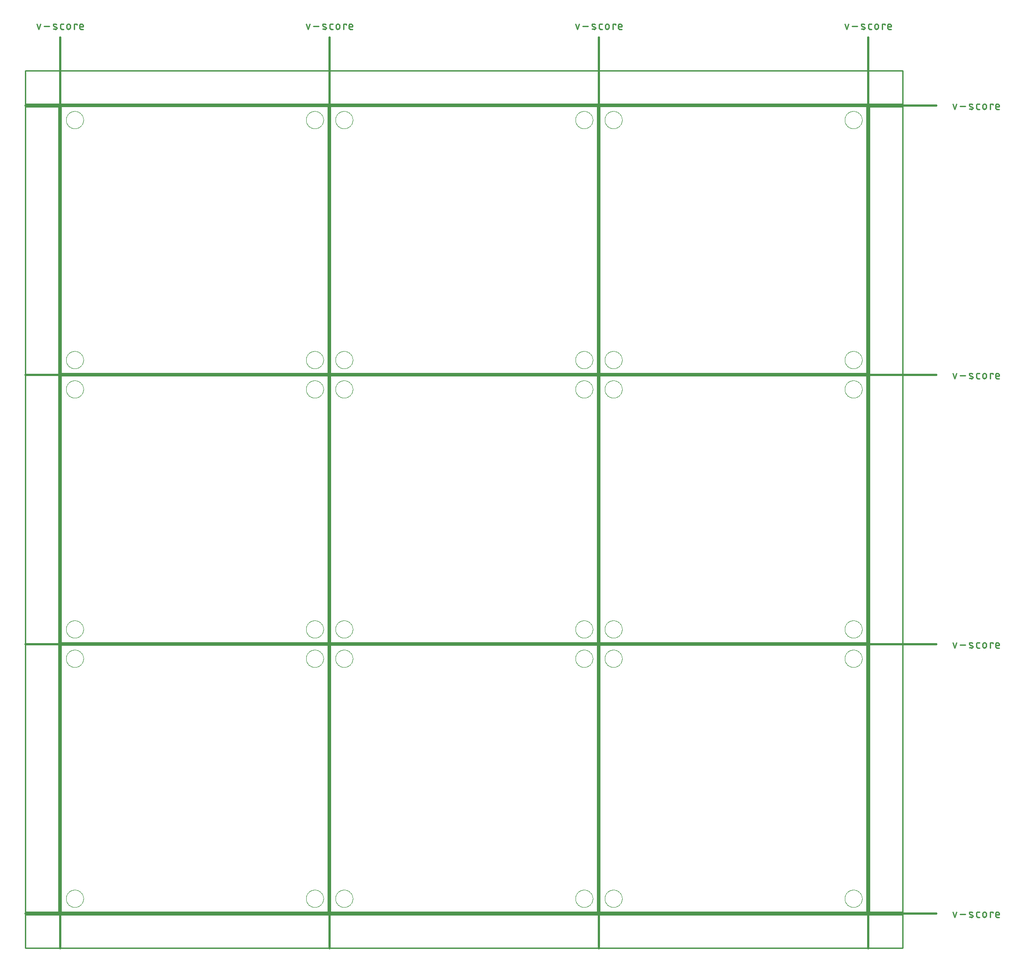
<source format=gko>
G75*
%MOIN*%
%OFA0B0*%
%FSLAX25Y25*%
%IPPOS*%
%LPD*%
%AMOC8*
5,1,8,0,0,1.08239X$1,22.5*
%
%ADD10C,0.00800*%
%ADD11C,0.01500*%
%ADD12C,0.01100*%
%ADD13C,0.01000*%
%ADD14C,0.00000*%
D10*
X0043342Y0028750D02*
X0243342Y0028750D01*
X0243342Y0228750D01*
X0043342Y0228750D01*
X0043342Y0028750D01*
X0245342Y0028750D02*
X0445342Y0028750D01*
X0445342Y0228750D01*
X0245342Y0228750D01*
X0245342Y0028750D01*
X0447342Y0028750D02*
X0647342Y0028750D01*
X0647342Y0228750D01*
X0447342Y0228750D01*
X0447342Y0028750D01*
X0447342Y0230750D02*
X0647342Y0230750D01*
X0647342Y0430750D01*
X0447342Y0430750D01*
X0447342Y0230750D01*
X0445342Y0230750D02*
X0245342Y0230750D01*
X0245342Y0430750D01*
X0445342Y0430750D01*
X0445342Y0230750D01*
X0243342Y0230750D02*
X0043342Y0230750D01*
X0043342Y0430750D01*
X0243342Y0430750D01*
X0243342Y0230750D01*
X0243342Y0432750D02*
X0043342Y0432750D01*
X0043342Y0632750D01*
X0243342Y0632750D01*
X0243342Y0432750D01*
X0245342Y0432750D02*
X0445342Y0432750D01*
X0445342Y0632750D01*
X0245342Y0632750D01*
X0245342Y0432750D01*
X0447342Y0432750D02*
X0647342Y0432750D01*
X0647342Y0632750D01*
X0447342Y0632750D01*
X0447342Y0432750D01*
D11*
X0699342Y0431750D02*
X0016342Y0431750D01*
X0016342Y0229750D02*
X0699342Y0229750D01*
X0699342Y0027750D02*
X0016342Y0027750D01*
X0042342Y0001750D02*
X0042342Y0684750D01*
X0016342Y0633750D02*
X0699342Y0633750D01*
X0648342Y0684750D02*
X0648342Y0001750D01*
X0446342Y0001750D02*
X0446342Y0684750D01*
X0244342Y0684750D02*
X0244342Y0001750D01*
D12*
X0712133Y0028733D02*
X0713444Y0024800D01*
X0714755Y0028733D01*
X0717426Y0027094D02*
X0721359Y0027094D01*
X0724727Y0027094D02*
X0726366Y0026439D01*
X0726367Y0026439D02*
X0726419Y0026416D01*
X0726470Y0026389D01*
X0726519Y0026359D01*
X0726566Y0026326D01*
X0726611Y0026290D01*
X0726653Y0026250D01*
X0726692Y0026208D01*
X0726728Y0026164D01*
X0726761Y0026117D01*
X0726791Y0026067D01*
X0726818Y0026016D01*
X0726841Y0025964D01*
X0726860Y0025910D01*
X0726876Y0025854D01*
X0726888Y0025798D01*
X0726896Y0025741D01*
X0726900Y0025684D01*
X0726901Y0025626D01*
X0726897Y0025569D01*
X0726890Y0025512D01*
X0726878Y0025455D01*
X0726863Y0025400D01*
X0726845Y0025345D01*
X0726822Y0025292D01*
X0726796Y0025241D01*
X0726767Y0025192D01*
X0726734Y0025144D01*
X0726698Y0025099D01*
X0726660Y0025057D01*
X0726618Y0025017D01*
X0726574Y0024980D01*
X0726527Y0024946D01*
X0726479Y0024915D01*
X0726428Y0024888D01*
X0726376Y0024864D01*
X0726322Y0024844D01*
X0726267Y0024828D01*
X0726211Y0024815D01*
X0726154Y0024806D01*
X0726096Y0024801D01*
X0726039Y0024800D01*
X0726530Y0028405D02*
X0726423Y0028451D01*
X0726314Y0028494D01*
X0726204Y0028534D01*
X0726092Y0028570D01*
X0725980Y0028602D01*
X0725866Y0028631D01*
X0725752Y0028657D01*
X0725637Y0028678D01*
X0725522Y0028697D01*
X0725405Y0028711D01*
X0725289Y0028722D01*
X0725172Y0028729D01*
X0725055Y0028733D01*
X0725055Y0028734D02*
X0724998Y0028733D01*
X0724940Y0028728D01*
X0724883Y0028719D01*
X0724827Y0028706D01*
X0724772Y0028690D01*
X0724718Y0028670D01*
X0724666Y0028646D01*
X0724615Y0028619D01*
X0724567Y0028588D01*
X0724520Y0028554D01*
X0724476Y0028517D01*
X0724434Y0028477D01*
X0724396Y0028435D01*
X0724360Y0028390D01*
X0724327Y0028342D01*
X0724298Y0028293D01*
X0724272Y0028242D01*
X0724249Y0028189D01*
X0724231Y0028134D01*
X0724216Y0028079D01*
X0724204Y0028022D01*
X0724197Y0027965D01*
X0724193Y0027908D01*
X0724194Y0027850D01*
X0724198Y0027793D01*
X0724206Y0027736D01*
X0724218Y0027680D01*
X0724234Y0027624D01*
X0724253Y0027570D01*
X0724276Y0027518D01*
X0724303Y0027467D01*
X0724333Y0027417D01*
X0724366Y0027370D01*
X0724402Y0027326D01*
X0724441Y0027284D01*
X0724483Y0027244D01*
X0724528Y0027208D01*
X0724575Y0027175D01*
X0724624Y0027145D01*
X0724675Y0027118D01*
X0724727Y0027095D01*
X0724236Y0025128D02*
X0724370Y0025082D01*
X0724505Y0025039D01*
X0724641Y0025000D01*
X0724778Y0024964D01*
X0724915Y0024932D01*
X0725054Y0024903D01*
X0725193Y0024877D01*
X0725333Y0024856D01*
X0725474Y0024837D01*
X0725614Y0024823D01*
X0725756Y0024812D01*
X0725897Y0024804D01*
X0726039Y0024801D01*
X0729580Y0025783D02*
X0729580Y0027750D01*
X0729582Y0027812D01*
X0729588Y0027873D01*
X0729597Y0027934D01*
X0729611Y0027994D01*
X0729628Y0028054D01*
X0729649Y0028112D01*
X0729674Y0028169D01*
X0729702Y0028224D01*
X0729733Y0028277D01*
X0729768Y0028328D01*
X0729806Y0028377D01*
X0729846Y0028423D01*
X0729890Y0028467D01*
X0729936Y0028507D01*
X0729985Y0028545D01*
X0730036Y0028580D01*
X0730089Y0028611D01*
X0730144Y0028639D01*
X0730201Y0028664D01*
X0730259Y0028685D01*
X0730319Y0028702D01*
X0730379Y0028716D01*
X0730440Y0028725D01*
X0730501Y0028731D01*
X0730563Y0028733D01*
X0731874Y0028733D01*
X0734287Y0027422D02*
X0734287Y0026111D01*
X0734289Y0026040D01*
X0734295Y0025969D01*
X0734304Y0025899D01*
X0734318Y0025829D01*
X0734335Y0025760D01*
X0734356Y0025692D01*
X0734380Y0025626D01*
X0734408Y0025561D01*
X0734440Y0025497D01*
X0734475Y0025435D01*
X0734513Y0025375D01*
X0734554Y0025318D01*
X0734599Y0025262D01*
X0734646Y0025209D01*
X0734696Y0025159D01*
X0734749Y0025112D01*
X0734805Y0025067D01*
X0734862Y0025026D01*
X0734922Y0024988D01*
X0734984Y0024953D01*
X0735048Y0024921D01*
X0735113Y0024893D01*
X0735179Y0024869D01*
X0735247Y0024848D01*
X0735316Y0024831D01*
X0735386Y0024817D01*
X0735456Y0024808D01*
X0735527Y0024802D01*
X0735598Y0024800D01*
X0735669Y0024802D01*
X0735740Y0024808D01*
X0735810Y0024817D01*
X0735880Y0024831D01*
X0735949Y0024848D01*
X0736017Y0024869D01*
X0736083Y0024893D01*
X0736148Y0024921D01*
X0736212Y0024953D01*
X0736274Y0024988D01*
X0736334Y0025026D01*
X0736391Y0025067D01*
X0736447Y0025112D01*
X0736500Y0025159D01*
X0736550Y0025209D01*
X0736597Y0025262D01*
X0736642Y0025318D01*
X0736683Y0025375D01*
X0736721Y0025435D01*
X0736756Y0025497D01*
X0736788Y0025561D01*
X0736816Y0025626D01*
X0736840Y0025692D01*
X0736861Y0025760D01*
X0736878Y0025829D01*
X0736892Y0025899D01*
X0736901Y0025969D01*
X0736907Y0026040D01*
X0736909Y0026111D01*
X0736910Y0026111D02*
X0736910Y0027422D01*
X0736909Y0027422D02*
X0736907Y0027493D01*
X0736901Y0027564D01*
X0736892Y0027634D01*
X0736878Y0027704D01*
X0736861Y0027773D01*
X0736840Y0027841D01*
X0736816Y0027907D01*
X0736788Y0027972D01*
X0736756Y0028036D01*
X0736721Y0028098D01*
X0736683Y0028158D01*
X0736642Y0028215D01*
X0736597Y0028271D01*
X0736550Y0028324D01*
X0736500Y0028374D01*
X0736447Y0028421D01*
X0736391Y0028466D01*
X0736334Y0028507D01*
X0736274Y0028545D01*
X0736212Y0028580D01*
X0736148Y0028612D01*
X0736083Y0028640D01*
X0736017Y0028664D01*
X0735949Y0028685D01*
X0735880Y0028702D01*
X0735810Y0028716D01*
X0735740Y0028725D01*
X0735669Y0028731D01*
X0735598Y0028733D01*
X0735527Y0028731D01*
X0735456Y0028725D01*
X0735386Y0028716D01*
X0735316Y0028702D01*
X0735247Y0028685D01*
X0735179Y0028664D01*
X0735113Y0028640D01*
X0735048Y0028612D01*
X0734984Y0028580D01*
X0734922Y0028545D01*
X0734862Y0028507D01*
X0734805Y0028466D01*
X0734749Y0028421D01*
X0734696Y0028374D01*
X0734646Y0028324D01*
X0734599Y0028271D01*
X0734554Y0028215D01*
X0734513Y0028158D01*
X0734475Y0028098D01*
X0734440Y0028036D01*
X0734408Y0027972D01*
X0734380Y0027907D01*
X0734356Y0027841D01*
X0734335Y0027773D01*
X0734318Y0027704D01*
X0734304Y0027634D01*
X0734295Y0027564D01*
X0734289Y0027493D01*
X0734287Y0027422D01*
X0731874Y0024800D02*
X0730563Y0024800D01*
X0730501Y0024802D01*
X0730440Y0024808D01*
X0730379Y0024817D01*
X0730319Y0024831D01*
X0730259Y0024848D01*
X0730201Y0024869D01*
X0730144Y0024894D01*
X0730089Y0024922D01*
X0730036Y0024953D01*
X0729985Y0024988D01*
X0729936Y0025026D01*
X0729890Y0025066D01*
X0729846Y0025110D01*
X0729806Y0025156D01*
X0729768Y0025205D01*
X0729733Y0025256D01*
X0729702Y0025309D01*
X0729674Y0025364D01*
X0729649Y0025421D01*
X0729628Y0025479D01*
X0729611Y0025539D01*
X0729597Y0025599D01*
X0729588Y0025660D01*
X0729582Y0025721D01*
X0729580Y0025783D01*
X0739876Y0024800D02*
X0739876Y0028733D01*
X0741843Y0028733D01*
X0741843Y0028078D01*
X0743929Y0027422D02*
X0743929Y0025783D01*
X0743931Y0025721D01*
X0743937Y0025660D01*
X0743946Y0025599D01*
X0743960Y0025539D01*
X0743977Y0025479D01*
X0743998Y0025421D01*
X0744023Y0025364D01*
X0744051Y0025309D01*
X0744082Y0025256D01*
X0744117Y0025205D01*
X0744155Y0025156D01*
X0744195Y0025110D01*
X0744239Y0025066D01*
X0744285Y0025026D01*
X0744334Y0024988D01*
X0744385Y0024953D01*
X0744438Y0024922D01*
X0744493Y0024894D01*
X0744550Y0024869D01*
X0744608Y0024848D01*
X0744668Y0024831D01*
X0744728Y0024817D01*
X0744789Y0024808D01*
X0744850Y0024802D01*
X0744912Y0024800D01*
X0746551Y0024800D01*
X0746551Y0026767D02*
X0743929Y0026767D01*
X0743929Y0027422D02*
X0743931Y0027493D01*
X0743937Y0027564D01*
X0743946Y0027634D01*
X0743960Y0027704D01*
X0743977Y0027773D01*
X0743998Y0027841D01*
X0744022Y0027907D01*
X0744050Y0027972D01*
X0744082Y0028036D01*
X0744117Y0028098D01*
X0744155Y0028158D01*
X0744196Y0028215D01*
X0744241Y0028271D01*
X0744288Y0028324D01*
X0744338Y0028374D01*
X0744391Y0028421D01*
X0744447Y0028466D01*
X0744504Y0028507D01*
X0744564Y0028545D01*
X0744626Y0028580D01*
X0744690Y0028612D01*
X0744755Y0028640D01*
X0744821Y0028664D01*
X0744889Y0028685D01*
X0744958Y0028702D01*
X0745028Y0028716D01*
X0745098Y0028725D01*
X0745169Y0028731D01*
X0745240Y0028733D01*
X0745311Y0028731D01*
X0745382Y0028725D01*
X0745452Y0028716D01*
X0745522Y0028702D01*
X0745591Y0028685D01*
X0745659Y0028664D01*
X0745725Y0028640D01*
X0745790Y0028612D01*
X0745854Y0028580D01*
X0745916Y0028545D01*
X0745976Y0028507D01*
X0746033Y0028466D01*
X0746089Y0028421D01*
X0746142Y0028374D01*
X0746192Y0028324D01*
X0746239Y0028271D01*
X0746284Y0028215D01*
X0746325Y0028158D01*
X0746363Y0028098D01*
X0746398Y0028036D01*
X0746430Y0027972D01*
X0746458Y0027907D01*
X0746482Y0027841D01*
X0746503Y0027773D01*
X0746520Y0027704D01*
X0746534Y0027634D01*
X0746543Y0027564D01*
X0746549Y0027493D01*
X0746551Y0027422D01*
X0746551Y0026767D01*
X0746551Y0226800D02*
X0744912Y0226800D01*
X0744850Y0226802D01*
X0744789Y0226808D01*
X0744728Y0226817D01*
X0744668Y0226831D01*
X0744608Y0226848D01*
X0744550Y0226869D01*
X0744493Y0226894D01*
X0744438Y0226922D01*
X0744385Y0226953D01*
X0744334Y0226988D01*
X0744285Y0227026D01*
X0744239Y0227066D01*
X0744195Y0227110D01*
X0744155Y0227156D01*
X0744117Y0227205D01*
X0744082Y0227256D01*
X0744051Y0227309D01*
X0744023Y0227364D01*
X0743998Y0227421D01*
X0743977Y0227479D01*
X0743960Y0227539D01*
X0743946Y0227599D01*
X0743937Y0227660D01*
X0743931Y0227721D01*
X0743929Y0227783D01*
X0743929Y0229422D01*
X0743929Y0228767D02*
X0746551Y0228767D01*
X0746551Y0229422D01*
X0746549Y0229493D01*
X0746543Y0229564D01*
X0746534Y0229634D01*
X0746520Y0229704D01*
X0746503Y0229773D01*
X0746482Y0229841D01*
X0746458Y0229907D01*
X0746430Y0229972D01*
X0746398Y0230036D01*
X0746363Y0230098D01*
X0746325Y0230158D01*
X0746284Y0230215D01*
X0746239Y0230271D01*
X0746192Y0230324D01*
X0746142Y0230374D01*
X0746089Y0230421D01*
X0746033Y0230466D01*
X0745976Y0230507D01*
X0745916Y0230545D01*
X0745854Y0230580D01*
X0745790Y0230612D01*
X0745725Y0230640D01*
X0745659Y0230664D01*
X0745591Y0230685D01*
X0745522Y0230702D01*
X0745452Y0230716D01*
X0745382Y0230725D01*
X0745311Y0230731D01*
X0745240Y0230733D01*
X0745169Y0230731D01*
X0745098Y0230725D01*
X0745028Y0230716D01*
X0744958Y0230702D01*
X0744889Y0230685D01*
X0744821Y0230664D01*
X0744755Y0230640D01*
X0744690Y0230612D01*
X0744626Y0230580D01*
X0744564Y0230545D01*
X0744504Y0230507D01*
X0744447Y0230466D01*
X0744391Y0230421D01*
X0744338Y0230374D01*
X0744288Y0230324D01*
X0744241Y0230271D01*
X0744196Y0230215D01*
X0744155Y0230158D01*
X0744117Y0230098D01*
X0744082Y0230036D01*
X0744050Y0229972D01*
X0744022Y0229907D01*
X0743998Y0229841D01*
X0743977Y0229773D01*
X0743960Y0229704D01*
X0743946Y0229634D01*
X0743937Y0229564D01*
X0743931Y0229493D01*
X0743929Y0229422D01*
X0741843Y0230078D02*
X0741843Y0230733D01*
X0739876Y0230733D01*
X0739876Y0226800D01*
X0736910Y0228111D02*
X0736910Y0229422D01*
X0736909Y0229422D02*
X0736907Y0229493D01*
X0736901Y0229564D01*
X0736892Y0229634D01*
X0736878Y0229704D01*
X0736861Y0229773D01*
X0736840Y0229841D01*
X0736816Y0229907D01*
X0736788Y0229972D01*
X0736756Y0230036D01*
X0736721Y0230098D01*
X0736683Y0230158D01*
X0736642Y0230215D01*
X0736597Y0230271D01*
X0736550Y0230324D01*
X0736500Y0230374D01*
X0736447Y0230421D01*
X0736391Y0230466D01*
X0736334Y0230507D01*
X0736274Y0230545D01*
X0736212Y0230580D01*
X0736148Y0230612D01*
X0736083Y0230640D01*
X0736017Y0230664D01*
X0735949Y0230685D01*
X0735880Y0230702D01*
X0735810Y0230716D01*
X0735740Y0230725D01*
X0735669Y0230731D01*
X0735598Y0230733D01*
X0735527Y0230731D01*
X0735456Y0230725D01*
X0735386Y0230716D01*
X0735316Y0230702D01*
X0735247Y0230685D01*
X0735179Y0230664D01*
X0735113Y0230640D01*
X0735048Y0230612D01*
X0734984Y0230580D01*
X0734922Y0230545D01*
X0734862Y0230507D01*
X0734805Y0230466D01*
X0734749Y0230421D01*
X0734696Y0230374D01*
X0734646Y0230324D01*
X0734599Y0230271D01*
X0734554Y0230215D01*
X0734513Y0230158D01*
X0734475Y0230098D01*
X0734440Y0230036D01*
X0734408Y0229972D01*
X0734380Y0229907D01*
X0734356Y0229841D01*
X0734335Y0229773D01*
X0734318Y0229704D01*
X0734304Y0229634D01*
X0734295Y0229564D01*
X0734289Y0229493D01*
X0734287Y0229422D01*
X0734287Y0228111D01*
X0734289Y0228040D01*
X0734295Y0227969D01*
X0734304Y0227899D01*
X0734318Y0227829D01*
X0734335Y0227760D01*
X0734356Y0227692D01*
X0734380Y0227626D01*
X0734408Y0227561D01*
X0734440Y0227497D01*
X0734475Y0227435D01*
X0734513Y0227375D01*
X0734554Y0227318D01*
X0734599Y0227262D01*
X0734646Y0227209D01*
X0734696Y0227159D01*
X0734749Y0227112D01*
X0734805Y0227067D01*
X0734862Y0227026D01*
X0734922Y0226988D01*
X0734984Y0226953D01*
X0735048Y0226921D01*
X0735113Y0226893D01*
X0735179Y0226869D01*
X0735247Y0226848D01*
X0735316Y0226831D01*
X0735386Y0226817D01*
X0735456Y0226808D01*
X0735527Y0226802D01*
X0735598Y0226800D01*
X0735669Y0226802D01*
X0735740Y0226808D01*
X0735810Y0226817D01*
X0735880Y0226831D01*
X0735949Y0226848D01*
X0736017Y0226869D01*
X0736083Y0226893D01*
X0736148Y0226921D01*
X0736212Y0226953D01*
X0736274Y0226988D01*
X0736334Y0227026D01*
X0736391Y0227067D01*
X0736447Y0227112D01*
X0736500Y0227159D01*
X0736550Y0227209D01*
X0736597Y0227262D01*
X0736642Y0227318D01*
X0736683Y0227375D01*
X0736721Y0227435D01*
X0736756Y0227497D01*
X0736788Y0227561D01*
X0736816Y0227626D01*
X0736840Y0227692D01*
X0736861Y0227760D01*
X0736878Y0227829D01*
X0736892Y0227899D01*
X0736901Y0227969D01*
X0736907Y0228040D01*
X0736909Y0228111D01*
X0731874Y0226800D02*
X0730563Y0226800D01*
X0730501Y0226802D01*
X0730440Y0226808D01*
X0730379Y0226817D01*
X0730319Y0226831D01*
X0730259Y0226848D01*
X0730201Y0226869D01*
X0730144Y0226894D01*
X0730089Y0226922D01*
X0730036Y0226953D01*
X0729985Y0226988D01*
X0729936Y0227026D01*
X0729890Y0227066D01*
X0729846Y0227110D01*
X0729806Y0227156D01*
X0729768Y0227205D01*
X0729733Y0227256D01*
X0729702Y0227309D01*
X0729674Y0227364D01*
X0729649Y0227421D01*
X0729628Y0227479D01*
X0729611Y0227539D01*
X0729597Y0227599D01*
X0729588Y0227660D01*
X0729582Y0227721D01*
X0729580Y0227783D01*
X0729580Y0229750D01*
X0729582Y0229812D01*
X0729588Y0229873D01*
X0729597Y0229934D01*
X0729611Y0229994D01*
X0729628Y0230054D01*
X0729649Y0230112D01*
X0729674Y0230169D01*
X0729702Y0230224D01*
X0729733Y0230277D01*
X0729768Y0230328D01*
X0729806Y0230377D01*
X0729846Y0230423D01*
X0729890Y0230467D01*
X0729936Y0230507D01*
X0729985Y0230545D01*
X0730036Y0230580D01*
X0730089Y0230611D01*
X0730144Y0230639D01*
X0730201Y0230664D01*
X0730259Y0230685D01*
X0730319Y0230702D01*
X0730379Y0230716D01*
X0730440Y0230725D01*
X0730501Y0230731D01*
X0730563Y0230733D01*
X0731874Y0230733D01*
X0726366Y0228439D02*
X0724727Y0229094D01*
X0724727Y0229095D02*
X0724675Y0229118D01*
X0724624Y0229145D01*
X0724575Y0229175D01*
X0724528Y0229208D01*
X0724483Y0229244D01*
X0724441Y0229284D01*
X0724402Y0229326D01*
X0724366Y0229370D01*
X0724333Y0229417D01*
X0724303Y0229467D01*
X0724276Y0229518D01*
X0724253Y0229570D01*
X0724234Y0229624D01*
X0724218Y0229680D01*
X0724206Y0229736D01*
X0724198Y0229793D01*
X0724194Y0229850D01*
X0724193Y0229908D01*
X0724197Y0229965D01*
X0724204Y0230022D01*
X0724216Y0230079D01*
X0724231Y0230134D01*
X0724249Y0230189D01*
X0724272Y0230242D01*
X0724298Y0230293D01*
X0724327Y0230342D01*
X0724360Y0230390D01*
X0724396Y0230435D01*
X0724434Y0230477D01*
X0724476Y0230517D01*
X0724520Y0230554D01*
X0724567Y0230588D01*
X0724615Y0230619D01*
X0724666Y0230646D01*
X0724718Y0230670D01*
X0724772Y0230690D01*
X0724827Y0230706D01*
X0724883Y0230719D01*
X0724940Y0230728D01*
X0724998Y0230733D01*
X0725055Y0230734D01*
X0724236Y0227128D02*
X0724370Y0227082D01*
X0724505Y0227039D01*
X0724641Y0227000D01*
X0724778Y0226964D01*
X0724915Y0226932D01*
X0725054Y0226903D01*
X0725193Y0226877D01*
X0725333Y0226856D01*
X0725474Y0226837D01*
X0725614Y0226823D01*
X0725756Y0226812D01*
X0725897Y0226804D01*
X0726039Y0226801D01*
X0726039Y0226800D02*
X0726096Y0226801D01*
X0726154Y0226806D01*
X0726211Y0226815D01*
X0726267Y0226828D01*
X0726322Y0226844D01*
X0726376Y0226864D01*
X0726428Y0226888D01*
X0726479Y0226915D01*
X0726527Y0226946D01*
X0726574Y0226980D01*
X0726618Y0227017D01*
X0726660Y0227057D01*
X0726698Y0227099D01*
X0726734Y0227144D01*
X0726767Y0227192D01*
X0726796Y0227241D01*
X0726822Y0227292D01*
X0726845Y0227345D01*
X0726863Y0227400D01*
X0726878Y0227455D01*
X0726890Y0227512D01*
X0726897Y0227569D01*
X0726901Y0227626D01*
X0726900Y0227684D01*
X0726896Y0227741D01*
X0726888Y0227798D01*
X0726876Y0227854D01*
X0726860Y0227910D01*
X0726841Y0227964D01*
X0726818Y0228016D01*
X0726791Y0228067D01*
X0726761Y0228117D01*
X0726728Y0228164D01*
X0726692Y0228208D01*
X0726653Y0228250D01*
X0726611Y0228290D01*
X0726566Y0228326D01*
X0726519Y0228359D01*
X0726470Y0228389D01*
X0726419Y0228416D01*
X0726367Y0228439D01*
X0726530Y0230405D02*
X0726423Y0230451D01*
X0726314Y0230494D01*
X0726204Y0230534D01*
X0726092Y0230570D01*
X0725980Y0230602D01*
X0725866Y0230631D01*
X0725752Y0230657D01*
X0725637Y0230678D01*
X0725522Y0230697D01*
X0725405Y0230711D01*
X0725289Y0230722D01*
X0725172Y0230729D01*
X0725055Y0230733D01*
X0721359Y0229094D02*
X0717426Y0229094D01*
X0714755Y0230733D02*
X0713444Y0226800D01*
X0712133Y0230733D01*
X0713444Y0428800D02*
X0712133Y0432733D01*
X0714755Y0432733D02*
X0713444Y0428800D01*
X0717426Y0431094D02*
X0721359Y0431094D01*
X0724727Y0431094D02*
X0726366Y0430439D01*
X0726367Y0430439D02*
X0726419Y0430416D01*
X0726470Y0430389D01*
X0726519Y0430359D01*
X0726566Y0430326D01*
X0726611Y0430290D01*
X0726653Y0430250D01*
X0726692Y0430208D01*
X0726728Y0430164D01*
X0726761Y0430117D01*
X0726791Y0430067D01*
X0726818Y0430016D01*
X0726841Y0429964D01*
X0726860Y0429910D01*
X0726876Y0429854D01*
X0726888Y0429798D01*
X0726896Y0429741D01*
X0726900Y0429684D01*
X0726901Y0429626D01*
X0726897Y0429569D01*
X0726890Y0429512D01*
X0726878Y0429455D01*
X0726863Y0429400D01*
X0726845Y0429345D01*
X0726822Y0429292D01*
X0726796Y0429241D01*
X0726767Y0429192D01*
X0726734Y0429144D01*
X0726698Y0429099D01*
X0726660Y0429057D01*
X0726618Y0429017D01*
X0726574Y0428980D01*
X0726527Y0428946D01*
X0726479Y0428915D01*
X0726428Y0428888D01*
X0726376Y0428864D01*
X0726322Y0428844D01*
X0726267Y0428828D01*
X0726211Y0428815D01*
X0726154Y0428806D01*
X0726096Y0428801D01*
X0726039Y0428800D01*
X0726530Y0432405D02*
X0726423Y0432451D01*
X0726314Y0432494D01*
X0726204Y0432534D01*
X0726092Y0432570D01*
X0725980Y0432602D01*
X0725866Y0432631D01*
X0725752Y0432657D01*
X0725637Y0432678D01*
X0725522Y0432697D01*
X0725405Y0432711D01*
X0725289Y0432722D01*
X0725172Y0432729D01*
X0725055Y0432733D01*
X0725055Y0432734D02*
X0724998Y0432733D01*
X0724940Y0432728D01*
X0724883Y0432719D01*
X0724827Y0432706D01*
X0724772Y0432690D01*
X0724718Y0432670D01*
X0724666Y0432646D01*
X0724615Y0432619D01*
X0724567Y0432588D01*
X0724520Y0432554D01*
X0724476Y0432517D01*
X0724434Y0432477D01*
X0724396Y0432435D01*
X0724360Y0432390D01*
X0724327Y0432342D01*
X0724298Y0432293D01*
X0724272Y0432242D01*
X0724249Y0432189D01*
X0724231Y0432134D01*
X0724216Y0432079D01*
X0724204Y0432022D01*
X0724197Y0431965D01*
X0724193Y0431908D01*
X0724194Y0431850D01*
X0724198Y0431793D01*
X0724206Y0431736D01*
X0724218Y0431680D01*
X0724234Y0431624D01*
X0724253Y0431570D01*
X0724276Y0431518D01*
X0724303Y0431467D01*
X0724333Y0431417D01*
X0724366Y0431370D01*
X0724402Y0431326D01*
X0724441Y0431284D01*
X0724483Y0431244D01*
X0724528Y0431208D01*
X0724575Y0431175D01*
X0724624Y0431145D01*
X0724675Y0431118D01*
X0724727Y0431095D01*
X0724236Y0429128D02*
X0724370Y0429082D01*
X0724505Y0429039D01*
X0724641Y0429000D01*
X0724778Y0428964D01*
X0724915Y0428932D01*
X0725054Y0428903D01*
X0725193Y0428877D01*
X0725333Y0428856D01*
X0725474Y0428837D01*
X0725614Y0428823D01*
X0725756Y0428812D01*
X0725897Y0428804D01*
X0726039Y0428801D01*
X0729580Y0429783D02*
X0729580Y0431750D01*
X0729582Y0431812D01*
X0729588Y0431873D01*
X0729597Y0431934D01*
X0729611Y0431994D01*
X0729628Y0432054D01*
X0729649Y0432112D01*
X0729674Y0432169D01*
X0729702Y0432224D01*
X0729733Y0432277D01*
X0729768Y0432328D01*
X0729806Y0432377D01*
X0729846Y0432423D01*
X0729890Y0432467D01*
X0729936Y0432507D01*
X0729985Y0432545D01*
X0730036Y0432580D01*
X0730089Y0432611D01*
X0730144Y0432639D01*
X0730201Y0432664D01*
X0730259Y0432685D01*
X0730319Y0432702D01*
X0730379Y0432716D01*
X0730440Y0432725D01*
X0730501Y0432731D01*
X0730563Y0432733D01*
X0731874Y0432733D01*
X0734287Y0431422D02*
X0734287Y0430111D01*
X0734289Y0430040D01*
X0734295Y0429969D01*
X0734304Y0429899D01*
X0734318Y0429829D01*
X0734335Y0429760D01*
X0734356Y0429692D01*
X0734380Y0429626D01*
X0734408Y0429561D01*
X0734440Y0429497D01*
X0734475Y0429435D01*
X0734513Y0429375D01*
X0734554Y0429318D01*
X0734599Y0429262D01*
X0734646Y0429209D01*
X0734696Y0429159D01*
X0734749Y0429112D01*
X0734805Y0429067D01*
X0734862Y0429026D01*
X0734922Y0428988D01*
X0734984Y0428953D01*
X0735048Y0428921D01*
X0735113Y0428893D01*
X0735179Y0428869D01*
X0735247Y0428848D01*
X0735316Y0428831D01*
X0735386Y0428817D01*
X0735456Y0428808D01*
X0735527Y0428802D01*
X0735598Y0428800D01*
X0735669Y0428802D01*
X0735740Y0428808D01*
X0735810Y0428817D01*
X0735880Y0428831D01*
X0735949Y0428848D01*
X0736017Y0428869D01*
X0736083Y0428893D01*
X0736148Y0428921D01*
X0736212Y0428953D01*
X0736274Y0428988D01*
X0736334Y0429026D01*
X0736391Y0429067D01*
X0736447Y0429112D01*
X0736500Y0429159D01*
X0736550Y0429209D01*
X0736597Y0429262D01*
X0736642Y0429318D01*
X0736683Y0429375D01*
X0736721Y0429435D01*
X0736756Y0429497D01*
X0736788Y0429561D01*
X0736816Y0429626D01*
X0736840Y0429692D01*
X0736861Y0429760D01*
X0736878Y0429829D01*
X0736892Y0429899D01*
X0736901Y0429969D01*
X0736907Y0430040D01*
X0736909Y0430111D01*
X0736910Y0430111D02*
X0736910Y0431422D01*
X0736909Y0431422D02*
X0736907Y0431493D01*
X0736901Y0431564D01*
X0736892Y0431634D01*
X0736878Y0431704D01*
X0736861Y0431773D01*
X0736840Y0431841D01*
X0736816Y0431907D01*
X0736788Y0431972D01*
X0736756Y0432036D01*
X0736721Y0432098D01*
X0736683Y0432158D01*
X0736642Y0432215D01*
X0736597Y0432271D01*
X0736550Y0432324D01*
X0736500Y0432374D01*
X0736447Y0432421D01*
X0736391Y0432466D01*
X0736334Y0432507D01*
X0736274Y0432545D01*
X0736212Y0432580D01*
X0736148Y0432612D01*
X0736083Y0432640D01*
X0736017Y0432664D01*
X0735949Y0432685D01*
X0735880Y0432702D01*
X0735810Y0432716D01*
X0735740Y0432725D01*
X0735669Y0432731D01*
X0735598Y0432733D01*
X0735527Y0432731D01*
X0735456Y0432725D01*
X0735386Y0432716D01*
X0735316Y0432702D01*
X0735247Y0432685D01*
X0735179Y0432664D01*
X0735113Y0432640D01*
X0735048Y0432612D01*
X0734984Y0432580D01*
X0734922Y0432545D01*
X0734862Y0432507D01*
X0734805Y0432466D01*
X0734749Y0432421D01*
X0734696Y0432374D01*
X0734646Y0432324D01*
X0734599Y0432271D01*
X0734554Y0432215D01*
X0734513Y0432158D01*
X0734475Y0432098D01*
X0734440Y0432036D01*
X0734408Y0431972D01*
X0734380Y0431907D01*
X0734356Y0431841D01*
X0734335Y0431773D01*
X0734318Y0431704D01*
X0734304Y0431634D01*
X0734295Y0431564D01*
X0734289Y0431493D01*
X0734287Y0431422D01*
X0731874Y0428800D02*
X0730563Y0428800D01*
X0730501Y0428802D01*
X0730440Y0428808D01*
X0730379Y0428817D01*
X0730319Y0428831D01*
X0730259Y0428848D01*
X0730201Y0428869D01*
X0730144Y0428894D01*
X0730089Y0428922D01*
X0730036Y0428953D01*
X0729985Y0428988D01*
X0729936Y0429026D01*
X0729890Y0429066D01*
X0729846Y0429110D01*
X0729806Y0429156D01*
X0729768Y0429205D01*
X0729733Y0429256D01*
X0729702Y0429309D01*
X0729674Y0429364D01*
X0729649Y0429421D01*
X0729628Y0429479D01*
X0729611Y0429539D01*
X0729597Y0429599D01*
X0729588Y0429660D01*
X0729582Y0429721D01*
X0729580Y0429783D01*
X0739876Y0428800D02*
X0739876Y0432733D01*
X0741843Y0432733D01*
X0741843Y0432078D01*
X0743929Y0431422D02*
X0743929Y0429783D01*
X0743931Y0429721D01*
X0743937Y0429660D01*
X0743946Y0429599D01*
X0743960Y0429539D01*
X0743977Y0429479D01*
X0743998Y0429421D01*
X0744023Y0429364D01*
X0744051Y0429309D01*
X0744082Y0429256D01*
X0744117Y0429205D01*
X0744155Y0429156D01*
X0744195Y0429110D01*
X0744239Y0429066D01*
X0744285Y0429026D01*
X0744334Y0428988D01*
X0744385Y0428953D01*
X0744438Y0428922D01*
X0744493Y0428894D01*
X0744550Y0428869D01*
X0744608Y0428848D01*
X0744668Y0428831D01*
X0744728Y0428817D01*
X0744789Y0428808D01*
X0744850Y0428802D01*
X0744912Y0428800D01*
X0746551Y0428800D01*
X0746551Y0430767D02*
X0743929Y0430767D01*
X0743929Y0431422D02*
X0743931Y0431493D01*
X0743937Y0431564D01*
X0743946Y0431634D01*
X0743960Y0431704D01*
X0743977Y0431773D01*
X0743998Y0431841D01*
X0744022Y0431907D01*
X0744050Y0431972D01*
X0744082Y0432036D01*
X0744117Y0432098D01*
X0744155Y0432158D01*
X0744196Y0432215D01*
X0744241Y0432271D01*
X0744288Y0432324D01*
X0744338Y0432374D01*
X0744391Y0432421D01*
X0744447Y0432466D01*
X0744504Y0432507D01*
X0744564Y0432545D01*
X0744626Y0432580D01*
X0744690Y0432612D01*
X0744755Y0432640D01*
X0744821Y0432664D01*
X0744889Y0432685D01*
X0744958Y0432702D01*
X0745028Y0432716D01*
X0745098Y0432725D01*
X0745169Y0432731D01*
X0745240Y0432733D01*
X0745311Y0432731D01*
X0745382Y0432725D01*
X0745452Y0432716D01*
X0745522Y0432702D01*
X0745591Y0432685D01*
X0745659Y0432664D01*
X0745725Y0432640D01*
X0745790Y0432612D01*
X0745854Y0432580D01*
X0745916Y0432545D01*
X0745976Y0432507D01*
X0746033Y0432466D01*
X0746089Y0432421D01*
X0746142Y0432374D01*
X0746192Y0432324D01*
X0746239Y0432271D01*
X0746284Y0432215D01*
X0746325Y0432158D01*
X0746363Y0432098D01*
X0746398Y0432036D01*
X0746430Y0431972D01*
X0746458Y0431907D01*
X0746482Y0431841D01*
X0746503Y0431773D01*
X0746520Y0431704D01*
X0746534Y0431634D01*
X0746543Y0431564D01*
X0746549Y0431493D01*
X0746551Y0431422D01*
X0746551Y0430767D01*
X0746551Y0630800D02*
X0744912Y0630800D01*
X0744850Y0630802D01*
X0744789Y0630808D01*
X0744728Y0630817D01*
X0744668Y0630831D01*
X0744608Y0630848D01*
X0744550Y0630869D01*
X0744493Y0630894D01*
X0744438Y0630922D01*
X0744385Y0630953D01*
X0744334Y0630988D01*
X0744285Y0631026D01*
X0744239Y0631066D01*
X0744195Y0631110D01*
X0744155Y0631156D01*
X0744117Y0631205D01*
X0744082Y0631256D01*
X0744051Y0631309D01*
X0744023Y0631364D01*
X0743998Y0631421D01*
X0743977Y0631479D01*
X0743960Y0631539D01*
X0743946Y0631599D01*
X0743937Y0631660D01*
X0743931Y0631721D01*
X0743929Y0631783D01*
X0743929Y0633422D01*
X0743929Y0632767D02*
X0746551Y0632767D01*
X0746551Y0633422D01*
X0746549Y0633493D01*
X0746543Y0633564D01*
X0746534Y0633634D01*
X0746520Y0633704D01*
X0746503Y0633773D01*
X0746482Y0633841D01*
X0746458Y0633907D01*
X0746430Y0633972D01*
X0746398Y0634036D01*
X0746363Y0634098D01*
X0746325Y0634158D01*
X0746284Y0634215D01*
X0746239Y0634271D01*
X0746192Y0634324D01*
X0746142Y0634374D01*
X0746089Y0634421D01*
X0746033Y0634466D01*
X0745976Y0634507D01*
X0745916Y0634545D01*
X0745854Y0634580D01*
X0745790Y0634612D01*
X0745725Y0634640D01*
X0745659Y0634664D01*
X0745591Y0634685D01*
X0745522Y0634702D01*
X0745452Y0634716D01*
X0745382Y0634725D01*
X0745311Y0634731D01*
X0745240Y0634733D01*
X0745169Y0634731D01*
X0745098Y0634725D01*
X0745028Y0634716D01*
X0744958Y0634702D01*
X0744889Y0634685D01*
X0744821Y0634664D01*
X0744755Y0634640D01*
X0744690Y0634612D01*
X0744626Y0634580D01*
X0744564Y0634545D01*
X0744504Y0634507D01*
X0744447Y0634466D01*
X0744391Y0634421D01*
X0744338Y0634374D01*
X0744288Y0634324D01*
X0744241Y0634271D01*
X0744196Y0634215D01*
X0744155Y0634158D01*
X0744117Y0634098D01*
X0744082Y0634036D01*
X0744050Y0633972D01*
X0744022Y0633907D01*
X0743998Y0633841D01*
X0743977Y0633773D01*
X0743960Y0633704D01*
X0743946Y0633634D01*
X0743937Y0633564D01*
X0743931Y0633493D01*
X0743929Y0633422D01*
X0741843Y0634078D02*
X0741843Y0634733D01*
X0739876Y0634733D01*
X0739876Y0630800D01*
X0736910Y0632111D02*
X0736910Y0633422D01*
X0736909Y0633422D02*
X0736907Y0633493D01*
X0736901Y0633564D01*
X0736892Y0633634D01*
X0736878Y0633704D01*
X0736861Y0633773D01*
X0736840Y0633841D01*
X0736816Y0633907D01*
X0736788Y0633972D01*
X0736756Y0634036D01*
X0736721Y0634098D01*
X0736683Y0634158D01*
X0736642Y0634215D01*
X0736597Y0634271D01*
X0736550Y0634324D01*
X0736500Y0634374D01*
X0736447Y0634421D01*
X0736391Y0634466D01*
X0736334Y0634507D01*
X0736274Y0634545D01*
X0736212Y0634580D01*
X0736148Y0634612D01*
X0736083Y0634640D01*
X0736017Y0634664D01*
X0735949Y0634685D01*
X0735880Y0634702D01*
X0735810Y0634716D01*
X0735740Y0634725D01*
X0735669Y0634731D01*
X0735598Y0634733D01*
X0735527Y0634731D01*
X0735456Y0634725D01*
X0735386Y0634716D01*
X0735316Y0634702D01*
X0735247Y0634685D01*
X0735179Y0634664D01*
X0735113Y0634640D01*
X0735048Y0634612D01*
X0734984Y0634580D01*
X0734922Y0634545D01*
X0734862Y0634507D01*
X0734805Y0634466D01*
X0734749Y0634421D01*
X0734696Y0634374D01*
X0734646Y0634324D01*
X0734599Y0634271D01*
X0734554Y0634215D01*
X0734513Y0634158D01*
X0734475Y0634098D01*
X0734440Y0634036D01*
X0734408Y0633972D01*
X0734380Y0633907D01*
X0734356Y0633841D01*
X0734335Y0633773D01*
X0734318Y0633704D01*
X0734304Y0633634D01*
X0734295Y0633564D01*
X0734289Y0633493D01*
X0734287Y0633422D01*
X0734287Y0632111D01*
X0734289Y0632040D01*
X0734295Y0631969D01*
X0734304Y0631899D01*
X0734318Y0631829D01*
X0734335Y0631760D01*
X0734356Y0631692D01*
X0734380Y0631626D01*
X0734408Y0631561D01*
X0734440Y0631497D01*
X0734475Y0631435D01*
X0734513Y0631375D01*
X0734554Y0631318D01*
X0734599Y0631262D01*
X0734646Y0631209D01*
X0734696Y0631159D01*
X0734749Y0631112D01*
X0734805Y0631067D01*
X0734862Y0631026D01*
X0734922Y0630988D01*
X0734984Y0630953D01*
X0735048Y0630921D01*
X0735113Y0630893D01*
X0735179Y0630869D01*
X0735247Y0630848D01*
X0735316Y0630831D01*
X0735386Y0630817D01*
X0735456Y0630808D01*
X0735527Y0630802D01*
X0735598Y0630800D01*
X0735669Y0630802D01*
X0735740Y0630808D01*
X0735810Y0630817D01*
X0735880Y0630831D01*
X0735949Y0630848D01*
X0736017Y0630869D01*
X0736083Y0630893D01*
X0736148Y0630921D01*
X0736212Y0630953D01*
X0736274Y0630988D01*
X0736334Y0631026D01*
X0736391Y0631067D01*
X0736447Y0631112D01*
X0736500Y0631159D01*
X0736550Y0631209D01*
X0736597Y0631262D01*
X0736642Y0631318D01*
X0736683Y0631375D01*
X0736721Y0631435D01*
X0736756Y0631497D01*
X0736788Y0631561D01*
X0736816Y0631626D01*
X0736840Y0631692D01*
X0736861Y0631760D01*
X0736878Y0631829D01*
X0736892Y0631899D01*
X0736901Y0631969D01*
X0736907Y0632040D01*
X0736909Y0632111D01*
X0731874Y0630800D02*
X0730563Y0630800D01*
X0730501Y0630802D01*
X0730440Y0630808D01*
X0730379Y0630817D01*
X0730319Y0630831D01*
X0730259Y0630848D01*
X0730201Y0630869D01*
X0730144Y0630894D01*
X0730089Y0630922D01*
X0730036Y0630953D01*
X0729985Y0630988D01*
X0729936Y0631026D01*
X0729890Y0631066D01*
X0729846Y0631110D01*
X0729806Y0631156D01*
X0729768Y0631205D01*
X0729733Y0631256D01*
X0729702Y0631309D01*
X0729674Y0631364D01*
X0729649Y0631421D01*
X0729628Y0631479D01*
X0729611Y0631539D01*
X0729597Y0631599D01*
X0729588Y0631660D01*
X0729582Y0631721D01*
X0729580Y0631783D01*
X0729580Y0633750D01*
X0729582Y0633812D01*
X0729588Y0633873D01*
X0729597Y0633934D01*
X0729611Y0633994D01*
X0729628Y0634054D01*
X0729649Y0634112D01*
X0729674Y0634169D01*
X0729702Y0634224D01*
X0729733Y0634277D01*
X0729768Y0634328D01*
X0729806Y0634377D01*
X0729846Y0634423D01*
X0729890Y0634467D01*
X0729936Y0634507D01*
X0729985Y0634545D01*
X0730036Y0634580D01*
X0730089Y0634611D01*
X0730144Y0634639D01*
X0730201Y0634664D01*
X0730259Y0634685D01*
X0730319Y0634702D01*
X0730379Y0634716D01*
X0730440Y0634725D01*
X0730501Y0634731D01*
X0730563Y0634733D01*
X0731874Y0634733D01*
X0726366Y0632439D02*
X0724727Y0633094D01*
X0724727Y0633095D02*
X0724675Y0633118D01*
X0724624Y0633145D01*
X0724575Y0633175D01*
X0724528Y0633208D01*
X0724483Y0633244D01*
X0724441Y0633284D01*
X0724402Y0633326D01*
X0724366Y0633370D01*
X0724333Y0633417D01*
X0724303Y0633467D01*
X0724276Y0633518D01*
X0724253Y0633570D01*
X0724234Y0633624D01*
X0724218Y0633680D01*
X0724206Y0633736D01*
X0724198Y0633793D01*
X0724194Y0633850D01*
X0724193Y0633908D01*
X0724197Y0633965D01*
X0724204Y0634022D01*
X0724216Y0634079D01*
X0724231Y0634134D01*
X0724249Y0634189D01*
X0724272Y0634242D01*
X0724298Y0634293D01*
X0724327Y0634342D01*
X0724360Y0634390D01*
X0724396Y0634435D01*
X0724434Y0634477D01*
X0724476Y0634517D01*
X0724520Y0634554D01*
X0724567Y0634588D01*
X0724615Y0634619D01*
X0724666Y0634646D01*
X0724718Y0634670D01*
X0724772Y0634690D01*
X0724827Y0634706D01*
X0724883Y0634719D01*
X0724940Y0634728D01*
X0724998Y0634733D01*
X0725055Y0634734D01*
X0724236Y0631128D02*
X0724370Y0631082D01*
X0724505Y0631039D01*
X0724641Y0631000D01*
X0724778Y0630964D01*
X0724915Y0630932D01*
X0725054Y0630903D01*
X0725193Y0630877D01*
X0725333Y0630856D01*
X0725474Y0630837D01*
X0725614Y0630823D01*
X0725756Y0630812D01*
X0725897Y0630804D01*
X0726039Y0630801D01*
X0726039Y0630800D02*
X0726096Y0630801D01*
X0726154Y0630806D01*
X0726211Y0630815D01*
X0726267Y0630828D01*
X0726322Y0630844D01*
X0726376Y0630864D01*
X0726428Y0630888D01*
X0726479Y0630915D01*
X0726527Y0630946D01*
X0726574Y0630980D01*
X0726618Y0631017D01*
X0726660Y0631057D01*
X0726698Y0631099D01*
X0726734Y0631144D01*
X0726767Y0631192D01*
X0726796Y0631241D01*
X0726822Y0631292D01*
X0726845Y0631345D01*
X0726863Y0631400D01*
X0726878Y0631455D01*
X0726890Y0631512D01*
X0726897Y0631569D01*
X0726901Y0631626D01*
X0726900Y0631684D01*
X0726896Y0631741D01*
X0726888Y0631798D01*
X0726876Y0631854D01*
X0726860Y0631910D01*
X0726841Y0631964D01*
X0726818Y0632016D01*
X0726791Y0632067D01*
X0726761Y0632117D01*
X0726728Y0632164D01*
X0726692Y0632208D01*
X0726653Y0632250D01*
X0726611Y0632290D01*
X0726566Y0632326D01*
X0726519Y0632359D01*
X0726470Y0632389D01*
X0726419Y0632416D01*
X0726367Y0632439D01*
X0726530Y0634405D02*
X0726423Y0634451D01*
X0726314Y0634494D01*
X0726204Y0634534D01*
X0726092Y0634570D01*
X0725980Y0634602D01*
X0725866Y0634631D01*
X0725752Y0634657D01*
X0725637Y0634678D01*
X0725522Y0634697D01*
X0725405Y0634711D01*
X0725289Y0634722D01*
X0725172Y0634729D01*
X0725055Y0634733D01*
X0721359Y0633094D02*
X0717426Y0633094D01*
X0714755Y0634733D02*
X0713444Y0630800D01*
X0712133Y0634733D01*
X0665551Y0690800D02*
X0663912Y0690800D01*
X0663850Y0690802D01*
X0663789Y0690808D01*
X0663728Y0690817D01*
X0663668Y0690831D01*
X0663608Y0690848D01*
X0663550Y0690869D01*
X0663493Y0690894D01*
X0663438Y0690922D01*
X0663385Y0690953D01*
X0663334Y0690988D01*
X0663285Y0691026D01*
X0663239Y0691066D01*
X0663195Y0691110D01*
X0663155Y0691156D01*
X0663117Y0691205D01*
X0663082Y0691256D01*
X0663051Y0691309D01*
X0663023Y0691364D01*
X0662998Y0691421D01*
X0662977Y0691479D01*
X0662960Y0691539D01*
X0662946Y0691599D01*
X0662937Y0691660D01*
X0662931Y0691721D01*
X0662929Y0691783D01*
X0662929Y0693422D01*
X0662929Y0692767D02*
X0665551Y0692767D01*
X0665551Y0693422D01*
X0665549Y0693493D01*
X0665543Y0693564D01*
X0665534Y0693634D01*
X0665520Y0693704D01*
X0665503Y0693773D01*
X0665482Y0693841D01*
X0665458Y0693907D01*
X0665430Y0693972D01*
X0665398Y0694036D01*
X0665363Y0694098D01*
X0665325Y0694158D01*
X0665284Y0694215D01*
X0665239Y0694271D01*
X0665192Y0694324D01*
X0665142Y0694374D01*
X0665089Y0694421D01*
X0665033Y0694466D01*
X0664976Y0694507D01*
X0664916Y0694545D01*
X0664854Y0694580D01*
X0664790Y0694612D01*
X0664725Y0694640D01*
X0664659Y0694664D01*
X0664591Y0694685D01*
X0664522Y0694702D01*
X0664452Y0694716D01*
X0664382Y0694725D01*
X0664311Y0694731D01*
X0664240Y0694733D01*
X0664169Y0694731D01*
X0664098Y0694725D01*
X0664028Y0694716D01*
X0663958Y0694702D01*
X0663889Y0694685D01*
X0663821Y0694664D01*
X0663755Y0694640D01*
X0663690Y0694612D01*
X0663626Y0694580D01*
X0663564Y0694545D01*
X0663504Y0694507D01*
X0663447Y0694466D01*
X0663391Y0694421D01*
X0663338Y0694374D01*
X0663288Y0694324D01*
X0663241Y0694271D01*
X0663196Y0694215D01*
X0663155Y0694158D01*
X0663117Y0694098D01*
X0663082Y0694036D01*
X0663050Y0693972D01*
X0663022Y0693907D01*
X0662998Y0693841D01*
X0662977Y0693773D01*
X0662960Y0693704D01*
X0662946Y0693634D01*
X0662937Y0693564D01*
X0662931Y0693493D01*
X0662929Y0693422D01*
X0660843Y0694078D02*
X0660843Y0694733D01*
X0658876Y0694733D01*
X0658876Y0690800D01*
X0655910Y0692111D02*
X0655910Y0693422D01*
X0655909Y0693422D02*
X0655907Y0693493D01*
X0655901Y0693564D01*
X0655892Y0693634D01*
X0655878Y0693704D01*
X0655861Y0693773D01*
X0655840Y0693841D01*
X0655816Y0693907D01*
X0655788Y0693972D01*
X0655756Y0694036D01*
X0655721Y0694098D01*
X0655683Y0694158D01*
X0655642Y0694215D01*
X0655597Y0694271D01*
X0655550Y0694324D01*
X0655500Y0694374D01*
X0655447Y0694421D01*
X0655391Y0694466D01*
X0655334Y0694507D01*
X0655274Y0694545D01*
X0655212Y0694580D01*
X0655148Y0694612D01*
X0655083Y0694640D01*
X0655017Y0694664D01*
X0654949Y0694685D01*
X0654880Y0694702D01*
X0654810Y0694716D01*
X0654740Y0694725D01*
X0654669Y0694731D01*
X0654598Y0694733D01*
X0654527Y0694731D01*
X0654456Y0694725D01*
X0654386Y0694716D01*
X0654316Y0694702D01*
X0654247Y0694685D01*
X0654179Y0694664D01*
X0654113Y0694640D01*
X0654048Y0694612D01*
X0653984Y0694580D01*
X0653922Y0694545D01*
X0653862Y0694507D01*
X0653805Y0694466D01*
X0653749Y0694421D01*
X0653696Y0694374D01*
X0653646Y0694324D01*
X0653599Y0694271D01*
X0653554Y0694215D01*
X0653513Y0694158D01*
X0653475Y0694098D01*
X0653440Y0694036D01*
X0653408Y0693972D01*
X0653380Y0693907D01*
X0653356Y0693841D01*
X0653335Y0693773D01*
X0653318Y0693704D01*
X0653304Y0693634D01*
X0653295Y0693564D01*
X0653289Y0693493D01*
X0653287Y0693422D01*
X0653287Y0692111D01*
X0653289Y0692040D01*
X0653295Y0691969D01*
X0653304Y0691899D01*
X0653318Y0691829D01*
X0653335Y0691760D01*
X0653356Y0691692D01*
X0653380Y0691626D01*
X0653408Y0691561D01*
X0653440Y0691497D01*
X0653475Y0691435D01*
X0653513Y0691375D01*
X0653554Y0691318D01*
X0653599Y0691262D01*
X0653646Y0691209D01*
X0653696Y0691159D01*
X0653749Y0691112D01*
X0653805Y0691067D01*
X0653862Y0691026D01*
X0653922Y0690988D01*
X0653984Y0690953D01*
X0654048Y0690921D01*
X0654113Y0690893D01*
X0654179Y0690869D01*
X0654247Y0690848D01*
X0654316Y0690831D01*
X0654386Y0690817D01*
X0654456Y0690808D01*
X0654527Y0690802D01*
X0654598Y0690800D01*
X0654669Y0690802D01*
X0654740Y0690808D01*
X0654810Y0690817D01*
X0654880Y0690831D01*
X0654949Y0690848D01*
X0655017Y0690869D01*
X0655083Y0690893D01*
X0655148Y0690921D01*
X0655212Y0690953D01*
X0655274Y0690988D01*
X0655334Y0691026D01*
X0655391Y0691067D01*
X0655447Y0691112D01*
X0655500Y0691159D01*
X0655550Y0691209D01*
X0655597Y0691262D01*
X0655642Y0691318D01*
X0655683Y0691375D01*
X0655721Y0691435D01*
X0655756Y0691497D01*
X0655788Y0691561D01*
X0655816Y0691626D01*
X0655840Y0691692D01*
X0655861Y0691760D01*
X0655878Y0691829D01*
X0655892Y0691899D01*
X0655901Y0691969D01*
X0655907Y0692040D01*
X0655909Y0692111D01*
X0650874Y0690800D02*
X0649563Y0690800D01*
X0649501Y0690802D01*
X0649440Y0690808D01*
X0649379Y0690817D01*
X0649319Y0690831D01*
X0649259Y0690848D01*
X0649201Y0690869D01*
X0649144Y0690894D01*
X0649089Y0690922D01*
X0649036Y0690953D01*
X0648985Y0690988D01*
X0648936Y0691026D01*
X0648890Y0691066D01*
X0648846Y0691110D01*
X0648806Y0691156D01*
X0648768Y0691205D01*
X0648733Y0691256D01*
X0648702Y0691309D01*
X0648674Y0691364D01*
X0648649Y0691421D01*
X0648628Y0691479D01*
X0648611Y0691539D01*
X0648597Y0691599D01*
X0648588Y0691660D01*
X0648582Y0691721D01*
X0648580Y0691783D01*
X0648580Y0693750D01*
X0648582Y0693812D01*
X0648588Y0693873D01*
X0648597Y0693934D01*
X0648611Y0693994D01*
X0648628Y0694054D01*
X0648649Y0694112D01*
X0648674Y0694169D01*
X0648702Y0694224D01*
X0648733Y0694277D01*
X0648768Y0694328D01*
X0648806Y0694377D01*
X0648846Y0694423D01*
X0648890Y0694467D01*
X0648936Y0694507D01*
X0648985Y0694545D01*
X0649036Y0694580D01*
X0649089Y0694611D01*
X0649144Y0694639D01*
X0649201Y0694664D01*
X0649259Y0694685D01*
X0649319Y0694702D01*
X0649379Y0694716D01*
X0649440Y0694725D01*
X0649501Y0694731D01*
X0649563Y0694733D01*
X0650874Y0694733D01*
X0645366Y0692439D02*
X0643727Y0693094D01*
X0643727Y0693095D02*
X0643675Y0693118D01*
X0643624Y0693145D01*
X0643575Y0693175D01*
X0643528Y0693208D01*
X0643483Y0693244D01*
X0643441Y0693284D01*
X0643402Y0693326D01*
X0643366Y0693370D01*
X0643333Y0693417D01*
X0643303Y0693467D01*
X0643276Y0693518D01*
X0643253Y0693570D01*
X0643234Y0693624D01*
X0643218Y0693680D01*
X0643206Y0693736D01*
X0643198Y0693793D01*
X0643194Y0693850D01*
X0643193Y0693908D01*
X0643197Y0693965D01*
X0643204Y0694022D01*
X0643216Y0694079D01*
X0643231Y0694134D01*
X0643249Y0694189D01*
X0643272Y0694242D01*
X0643298Y0694293D01*
X0643327Y0694342D01*
X0643360Y0694390D01*
X0643396Y0694435D01*
X0643434Y0694477D01*
X0643476Y0694517D01*
X0643520Y0694554D01*
X0643567Y0694588D01*
X0643615Y0694619D01*
X0643666Y0694646D01*
X0643718Y0694670D01*
X0643772Y0694690D01*
X0643827Y0694706D01*
X0643883Y0694719D01*
X0643940Y0694728D01*
X0643998Y0694733D01*
X0644055Y0694734D01*
X0643236Y0691128D02*
X0643370Y0691082D01*
X0643505Y0691039D01*
X0643641Y0691000D01*
X0643778Y0690964D01*
X0643915Y0690932D01*
X0644054Y0690903D01*
X0644193Y0690877D01*
X0644333Y0690856D01*
X0644474Y0690837D01*
X0644614Y0690823D01*
X0644756Y0690812D01*
X0644897Y0690804D01*
X0645039Y0690801D01*
X0645039Y0690800D02*
X0645096Y0690801D01*
X0645154Y0690806D01*
X0645211Y0690815D01*
X0645267Y0690828D01*
X0645322Y0690844D01*
X0645376Y0690864D01*
X0645428Y0690888D01*
X0645479Y0690915D01*
X0645527Y0690946D01*
X0645574Y0690980D01*
X0645618Y0691017D01*
X0645660Y0691057D01*
X0645698Y0691099D01*
X0645734Y0691144D01*
X0645767Y0691192D01*
X0645796Y0691241D01*
X0645822Y0691292D01*
X0645845Y0691345D01*
X0645863Y0691400D01*
X0645878Y0691455D01*
X0645890Y0691512D01*
X0645897Y0691569D01*
X0645901Y0691626D01*
X0645900Y0691684D01*
X0645896Y0691741D01*
X0645888Y0691798D01*
X0645876Y0691854D01*
X0645860Y0691910D01*
X0645841Y0691964D01*
X0645818Y0692016D01*
X0645791Y0692067D01*
X0645761Y0692117D01*
X0645728Y0692164D01*
X0645692Y0692208D01*
X0645653Y0692250D01*
X0645611Y0692290D01*
X0645566Y0692326D01*
X0645519Y0692359D01*
X0645470Y0692389D01*
X0645419Y0692416D01*
X0645367Y0692439D01*
X0645530Y0694405D02*
X0645423Y0694451D01*
X0645314Y0694494D01*
X0645204Y0694534D01*
X0645092Y0694570D01*
X0644980Y0694602D01*
X0644866Y0694631D01*
X0644752Y0694657D01*
X0644637Y0694678D01*
X0644522Y0694697D01*
X0644405Y0694711D01*
X0644289Y0694722D01*
X0644172Y0694729D01*
X0644055Y0694733D01*
X0640359Y0693094D02*
X0636426Y0693094D01*
X0633755Y0694733D02*
X0632444Y0690800D01*
X0631133Y0694733D01*
X0463551Y0693422D02*
X0463551Y0692767D01*
X0460929Y0692767D01*
X0460929Y0693422D02*
X0460929Y0691783D01*
X0460931Y0691721D01*
X0460937Y0691660D01*
X0460946Y0691599D01*
X0460960Y0691539D01*
X0460977Y0691479D01*
X0460998Y0691421D01*
X0461023Y0691364D01*
X0461051Y0691309D01*
X0461082Y0691256D01*
X0461117Y0691205D01*
X0461155Y0691156D01*
X0461195Y0691110D01*
X0461239Y0691066D01*
X0461285Y0691026D01*
X0461334Y0690988D01*
X0461385Y0690953D01*
X0461438Y0690922D01*
X0461493Y0690894D01*
X0461550Y0690869D01*
X0461608Y0690848D01*
X0461668Y0690831D01*
X0461728Y0690817D01*
X0461789Y0690808D01*
X0461850Y0690802D01*
X0461912Y0690800D01*
X0463551Y0690800D01*
X0463551Y0693422D02*
X0463549Y0693493D01*
X0463543Y0693564D01*
X0463534Y0693634D01*
X0463520Y0693704D01*
X0463503Y0693773D01*
X0463482Y0693841D01*
X0463458Y0693907D01*
X0463430Y0693972D01*
X0463398Y0694036D01*
X0463363Y0694098D01*
X0463325Y0694158D01*
X0463284Y0694215D01*
X0463239Y0694271D01*
X0463192Y0694324D01*
X0463142Y0694374D01*
X0463089Y0694421D01*
X0463033Y0694466D01*
X0462976Y0694507D01*
X0462916Y0694545D01*
X0462854Y0694580D01*
X0462790Y0694612D01*
X0462725Y0694640D01*
X0462659Y0694664D01*
X0462591Y0694685D01*
X0462522Y0694702D01*
X0462452Y0694716D01*
X0462382Y0694725D01*
X0462311Y0694731D01*
X0462240Y0694733D01*
X0462169Y0694731D01*
X0462098Y0694725D01*
X0462028Y0694716D01*
X0461958Y0694702D01*
X0461889Y0694685D01*
X0461821Y0694664D01*
X0461755Y0694640D01*
X0461690Y0694612D01*
X0461626Y0694580D01*
X0461564Y0694545D01*
X0461504Y0694507D01*
X0461447Y0694466D01*
X0461391Y0694421D01*
X0461338Y0694374D01*
X0461288Y0694324D01*
X0461241Y0694271D01*
X0461196Y0694215D01*
X0461155Y0694158D01*
X0461117Y0694098D01*
X0461082Y0694036D01*
X0461050Y0693972D01*
X0461022Y0693907D01*
X0460998Y0693841D01*
X0460977Y0693773D01*
X0460960Y0693704D01*
X0460946Y0693634D01*
X0460937Y0693564D01*
X0460931Y0693493D01*
X0460929Y0693422D01*
X0458843Y0694078D02*
X0458843Y0694733D01*
X0456876Y0694733D01*
X0456876Y0690800D01*
X0453910Y0692111D02*
X0453910Y0693422D01*
X0453909Y0693422D02*
X0453907Y0693493D01*
X0453901Y0693564D01*
X0453892Y0693634D01*
X0453878Y0693704D01*
X0453861Y0693773D01*
X0453840Y0693841D01*
X0453816Y0693907D01*
X0453788Y0693972D01*
X0453756Y0694036D01*
X0453721Y0694098D01*
X0453683Y0694158D01*
X0453642Y0694215D01*
X0453597Y0694271D01*
X0453550Y0694324D01*
X0453500Y0694374D01*
X0453447Y0694421D01*
X0453391Y0694466D01*
X0453334Y0694507D01*
X0453274Y0694545D01*
X0453212Y0694580D01*
X0453148Y0694612D01*
X0453083Y0694640D01*
X0453017Y0694664D01*
X0452949Y0694685D01*
X0452880Y0694702D01*
X0452810Y0694716D01*
X0452740Y0694725D01*
X0452669Y0694731D01*
X0452598Y0694733D01*
X0452527Y0694731D01*
X0452456Y0694725D01*
X0452386Y0694716D01*
X0452316Y0694702D01*
X0452247Y0694685D01*
X0452179Y0694664D01*
X0452113Y0694640D01*
X0452048Y0694612D01*
X0451984Y0694580D01*
X0451922Y0694545D01*
X0451862Y0694507D01*
X0451805Y0694466D01*
X0451749Y0694421D01*
X0451696Y0694374D01*
X0451646Y0694324D01*
X0451599Y0694271D01*
X0451554Y0694215D01*
X0451513Y0694158D01*
X0451475Y0694098D01*
X0451440Y0694036D01*
X0451408Y0693972D01*
X0451380Y0693907D01*
X0451356Y0693841D01*
X0451335Y0693773D01*
X0451318Y0693704D01*
X0451304Y0693634D01*
X0451295Y0693564D01*
X0451289Y0693493D01*
X0451287Y0693422D01*
X0451287Y0692111D01*
X0451289Y0692040D01*
X0451295Y0691969D01*
X0451304Y0691899D01*
X0451318Y0691829D01*
X0451335Y0691760D01*
X0451356Y0691692D01*
X0451380Y0691626D01*
X0451408Y0691561D01*
X0451440Y0691497D01*
X0451475Y0691435D01*
X0451513Y0691375D01*
X0451554Y0691318D01*
X0451599Y0691262D01*
X0451646Y0691209D01*
X0451696Y0691159D01*
X0451749Y0691112D01*
X0451805Y0691067D01*
X0451862Y0691026D01*
X0451922Y0690988D01*
X0451984Y0690953D01*
X0452048Y0690921D01*
X0452113Y0690893D01*
X0452179Y0690869D01*
X0452247Y0690848D01*
X0452316Y0690831D01*
X0452386Y0690817D01*
X0452456Y0690808D01*
X0452527Y0690802D01*
X0452598Y0690800D01*
X0452669Y0690802D01*
X0452740Y0690808D01*
X0452810Y0690817D01*
X0452880Y0690831D01*
X0452949Y0690848D01*
X0453017Y0690869D01*
X0453083Y0690893D01*
X0453148Y0690921D01*
X0453212Y0690953D01*
X0453274Y0690988D01*
X0453334Y0691026D01*
X0453391Y0691067D01*
X0453447Y0691112D01*
X0453500Y0691159D01*
X0453550Y0691209D01*
X0453597Y0691262D01*
X0453642Y0691318D01*
X0453683Y0691375D01*
X0453721Y0691435D01*
X0453756Y0691497D01*
X0453788Y0691561D01*
X0453816Y0691626D01*
X0453840Y0691692D01*
X0453861Y0691760D01*
X0453878Y0691829D01*
X0453892Y0691899D01*
X0453901Y0691969D01*
X0453907Y0692040D01*
X0453909Y0692111D01*
X0448874Y0690800D02*
X0447563Y0690800D01*
X0447501Y0690802D01*
X0447440Y0690808D01*
X0447379Y0690817D01*
X0447319Y0690831D01*
X0447259Y0690848D01*
X0447201Y0690869D01*
X0447144Y0690894D01*
X0447089Y0690922D01*
X0447036Y0690953D01*
X0446985Y0690988D01*
X0446936Y0691026D01*
X0446890Y0691066D01*
X0446846Y0691110D01*
X0446806Y0691156D01*
X0446768Y0691205D01*
X0446733Y0691256D01*
X0446702Y0691309D01*
X0446674Y0691364D01*
X0446649Y0691421D01*
X0446628Y0691479D01*
X0446611Y0691539D01*
X0446597Y0691599D01*
X0446588Y0691660D01*
X0446582Y0691721D01*
X0446580Y0691783D01*
X0446580Y0693750D01*
X0446582Y0693812D01*
X0446588Y0693873D01*
X0446597Y0693934D01*
X0446611Y0693994D01*
X0446628Y0694054D01*
X0446649Y0694112D01*
X0446674Y0694169D01*
X0446702Y0694224D01*
X0446733Y0694277D01*
X0446768Y0694328D01*
X0446806Y0694377D01*
X0446846Y0694423D01*
X0446890Y0694467D01*
X0446936Y0694507D01*
X0446985Y0694545D01*
X0447036Y0694580D01*
X0447089Y0694611D01*
X0447144Y0694639D01*
X0447201Y0694664D01*
X0447259Y0694685D01*
X0447319Y0694702D01*
X0447379Y0694716D01*
X0447440Y0694725D01*
X0447501Y0694731D01*
X0447563Y0694733D01*
X0448874Y0694733D01*
X0443366Y0692439D02*
X0441727Y0693094D01*
X0441727Y0693095D02*
X0441675Y0693118D01*
X0441624Y0693145D01*
X0441575Y0693175D01*
X0441528Y0693208D01*
X0441483Y0693244D01*
X0441441Y0693284D01*
X0441402Y0693326D01*
X0441366Y0693370D01*
X0441333Y0693417D01*
X0441303Y0693467D01*
X0441276Y0693518D01*
X0441253Y0693570D01*
X0441234Y0693624D01*
X0441218Y0693680D01*
X0441206Y0693736D01*
X0441198Y0693793D01*
X0441194Y0693850D01*
X0441193Y0693908D01*
X0441197Y0693965D01*
X0441204Y0694022D01*
X0441216Y0694079D01*
X0441231Y0694134D01*
X0441249Y0694189D01*
X0441272Y0694242D01*
X0441298Y0694293D01*
X0441327Y0694342D01*
X0441360Y0694390D01*
X0441396Y0694435D01*
X0441434Y0694477D01*
X0441476Y0694517D01*
X0441520Y0694554D01*
X0441567Y0694588D01*
X0441615Y0694619D01*
X0441666Y0694646D01*
X0441718Y0694670D01*
X0441772Y0694690D01*
X0441827Y0694706D01*
X0441883Y0694719D01*
X0441940Y0694728D01*
X0441998Y0694733D01*
X0442055Y0694734D01*
X0441236Y0691128D02*
X0441370Y0691082D01*
X0441505Y0691039D01*
X0441641Y0691000D01*
X0441778Y0690964D01*
X0441915Y0690932D01*
X0442054Y0690903D01*
X0442193Y0690877D01*
X0442333Y0690856D01*
X0442474Y0690837D01*
X0442614Y0690823D01*
X0442756Y0690812D01*
X0442897Y0690804D01*
X0443039Y0690801D01*
X0443039Y0690800D02*
X0443096Y0690801D01*
X0443154Y0690806D01*
X0443211Y0690815D01*
X0443267Y0690828D01*
X0443322Y0690844D01*
X0443376Y0690864D01*
X0443428Y0690888D01*
X0443479Y0690915D01*
X0443527Y0690946D01*
X0443574Y0690980D01*
X0443618Y0691017D01*
X0443660Y0691057D01*
X0443698Y0691099D01*
X0443734Y0691144D01*
X0443767Y0691192D01*
X0443796Y0691241D01*
X0443822Y0691292D01*
X0443845Y0691345D01*
X0443863Y0691400D01*
X0443878Y0691455D01*
X0443890Y0691512D01*
X0443897Y0691569D01*
X0443901Y0691626D01*
X0443900Y0691684D01*
X0443896Y0691741D01*
X0443888Y0691798D01*
X0443876Y0691854D01*
X0443860Y0691910D01*
X0443841Y0691964D01*
X0443818Y0692016D01*
X0443791Y0692067D01*
X0443761Y0692117D01*
X0443728Y0692164D01*
X0443692Y0692208D01*
X0443653Y0692250D01*
X0443611Y0692290D01*
X0443566Y0692326D01*
X0443519Y0692359D01*
X0443470Y0692389D01*
X0443419Y0692416D01*
X0443367Y0692439D01*
X0443530Y0694405D02*
X0443423Y0694451D01*
X0443314Y0694494D01*
X0443204Y0694534D01*
X0443092Y0694570D01*
X0442980Y0694602D01*
X0442866Y0694631D01*
X0442752Y0694657D01*
X0442637Y0694678D01*
X0442522Y0694697D01*
X0442405Y0694711D01*
X0442289Y0694722D01*
X0442172Y0694729D01*
X0442055Y0694733D01*
X0438359Y0693094D02*
X0434426Y0693094D01*
X0431755Y0694733D02*
X0430444Y0690800D01*
X0429133Y0694733D01*
X0261551Y0693422D02*
X0261551Y0692767D01*
X0258929Y0692767D01*
X0258929Y0693422D02*
X0258929Y0691783D01*
X0258931Y0691721D01*
X0258937Y0691660D01*
X0258946Y0691599D01*
X0258960Y0691539D01*
X0258977Y0691479D01*
X0258998Y0691421D01*
X0259023Y0691364D01*
X0259051Y0691309D01*
X0259082Y0691256D01*
X0259117Y0691205D01*
X0259155Y0691156D01*
X0259195Y0691110D01*
X0259239Y0691066D01*
X0259285Y0691026D01*
X0259334Y0690988D01*
X0259385Y0690953D01*
X0259438Y0690922D01*
X0259493Y0690894D01*
X0259550Y0690869D01*
X0259608Y0690848D01*
X0259668Y0690831D01*
X0259728Y0690817D01*
X0259789Y0690808D01*
X0259850Y0690802D01*
X0259912Y0690800D01*
X0261551Y0690800D01*
X0261551Y0693422D02*
X0261549Y0693493D01*
X0261543Y0693564D01*
X0261534Y0693634D01*
X0261520Y0693704D01*
X0261503Y0693773D01*
X0261482Y0693841D01*
X0261458Y0693907D01*
X0261430Y0693972D01*
X0261398Y0694036D01*
X0261363Y0694098D01*
X0261325Y0694158D01*
X0261284Y0694215D01*
X0261239Y0694271D01*
X0261192Y0694324D01*
X0261142Y0694374D01*
X0261089Y0694421D01*
X0261033Y0694466D01*
X0260976Y0694507D01*
X0260916Y0694545D01*
X0260854Y0694580D01*
X0260790Y0694612D01*
X0260725Y0694640D01*
X0260659Y0694664D01*
X0260591Y0694685D01*
X0260522Y0694702D01*
X0260452Y0694716D01*
X0260382Y0694725D01*
X0260311Y0694731D01*
X0260240Y0694733D01*
X0260169Y0694731D01*
X0260098Y0694725D01*
X0260028Y0694716D01*
X0259958Y0694702D01*
X0259889Y0694685D01*
X0259821Y0694664D01*
X0259755Y0694640D01*
X0259690Y0694612D01*
X0259626Y0694580D01*
X0259564Y0694545D01*
X0259504Y0694507D01*
X0259447Y0694466D01*
X0259391Y0694421D01*
X0259338Y0694374D01*
X0259288Y0694324D01*
X0259241Y0694271D01*
X0259196Y0694215D01*
X0259155Y0694158D01*
X0259117Y0694098D01*
X0259082Y0694036D01*
X0259050Y0693972D01*
X0259022Y0693907D01*
X0258998Y0693841D01*
X0258977Y0693773D01*
X0258960Y0693704D01*
X0258946Y0693634D01*
X0258937Y0693564D01*
X0258931Y0693493D01*
X0258929Y0693422D01*
X0256843Y0694078D02*
X0256843Y0694733D01*
X0254876Y0694733D01*
X0254876Y0690800D01*
X0251910Y0692111D02*
X0251910Y0693422D01*
X0251909Y0693422D02*
X0251907Y0693493D01*
X0251901Y0693564D01*
X0251892Y0693634D01*
X0251878Y0693704D01*
X0251861Y0693773D01*
X0251840Y0693841D01*
X0251816Y0693907D01*
X0251788Y0693972D01*
X0251756Y0694036D01*
X0251721Y0694098D01*
X0251683Y0694158D01*
X0251642Y0694215D01*
X0251597Y0694271D01*
X0251550Y0694324D01*
X0251500Y0694374D01*
X0251447Y0694421D01*
X0251391Y0694466D01*
X0251334Y0694507D01*
X0251274Y0694545D01*
X0251212Y0694580D01*
X0251148Y0694612D01*
X0251083Y0694640D01*
X0251017Y0694664D01*
X0250949Y0694685D01*
X0250880Y0694702D01*
X0250810Y0694716D01*
X0250740Y0694725D01*
X0250669Y0694731D01*
X0250598Y0694733D01*
X0250527Y0694731D01*
X0250456Y0694725D01*
X0250386Y0694716D01*
X0250316Y0694702D01*
X0250247Y0694685D01*
X0250179Y0694664D01*
X0250113Y0694640D01*
X0250048Y0694612D01*
X0249984Y0694580D01*
X0249922Y0694545D01*
X0249862Y0694507D01*
X0249805Y0694466D01*
X0249749Y0694421D01*
X0249696Y0694374D01*
X0249646Y0694324D01*
X0249599Y0694271D01*
X0249554Y0694215D01*
X0249513Y0694158D01*
X0249475Y0694098D01*
X0249440Y0694036D01*
X0249408Y0693972D01*
X0249380Y0693907D01*
X0249356Y0693841D01*
X0249335Y0693773D01*
X0249318Y0693704D01*
X0249304Y0693634D01*
X0249295Y0693564D01*
X0249289Y0693493D01*
X0249287Y0693422D01*
X0249287Y0692111D01*
X0249289Y0692040D01*
X0249295Y0691969D01*
X0249304Y0691899D01*
X0249318Y0691829D01*
X0249335Y0691760D01*
X0249356Y0691692D01*
X0249380Y0691626D01*
X0249408Y0691561D01*
X0249440Y0691497D01*
X0249475Y0691435D01*
X0249513Y0691375D01*
X0249554Y0691318D01*
X0249599Y0691262D01*
X0249646Y0691209D01*
X0249696Y0691159D01*
X0249749Y0691112D01*
X0249805Y0691067D01*
X0249862Y0691026D01*
X0249922Y0690988D01*
X0249984Y0690953D01*
X0250048Y0690921D01*
X0250113Y0690893D01*
X0250179Y0690869D01*
X0250247Y0690848D01*
X0250316Y0690831D01*
X0250386Y0690817D01*
X0250456Y0690808D01*
X0250527Y0690802D01*
X0250598Y0690800D01*
X0250669Y0690802D01*
X0250740Y0690808D01*
X0250810Y0690817D01*
X0250880Y0690831D01*
X0250949Y0690848D01*
X0251017Y0690869D01*
X0251083Y0690893D01*
X0251148Y0690921D01*
X0251212Y0690953D01*
X0251274Y0690988D01*
X0251334Y0691026D01*
X0251391Y0691067D01*
X0251447Y0691112D01*
X0251500Y0691159D01*
X0251550Y0691209D01*
X0251597Y0691262D01*
X0251642Y0691318D01*
X0251683Y0691375D01*
X0251721Y0691435D01*
X0251756Y0691497D01*
X0251788Y0691561D01*
X0251816Y0691626D01*
X0251840Y0691692D01*
X0251861Y0691760D01*
X0251878Y0691829D01*
X0251892Y0691899D01*
X0251901Y0691969D01*
X0251907Y0692040D01*
X0251909Y0692111D01*
X0246874Y0690800D02*
X0245563Y0690800D01*
X0245501Y0690802D01*
X0245440Y0690808D01*
X0245379Y0690817D01*
X0245319Y0690831D01*
X0245259Y0690848D01*
X0245201Y0690869D01*
X0245144Y0690894D01*
X0245089Y0690922D01*
X0245036Y0690953D01*
X0244985Y0690988D01*
X0244936Y0691026D01*
X0244890Y0691066D01*
X0244846Y0691110D01*
X0244806Y0691156D01*
X0244768Y0691205D01*
X0244733Y0691256D01*
X0244702Y0691309D01*
X0244674Y0691364D01*
X0244649Y0691421D01*
X0244628Y0691479D01*
X0244611Y0691539D01*
X0244597Y0691599D01*
X0244588Y0691660D01*
X0244582Y0691721D01*
X0244580Y0691783D01*
X0244580Y0693750D01*
X0244582Y0693812D01*
X0244588Y0693873D01*
X0244597Y0693934D01*
X0244611Y0693994D01*
X0244628Y0694054D01*
X0244649Y0694112D01*
X0244674Y0694169D01*
X0244702Y0694224D01*
X0244733Y0694277D01*
X0244768Y0694328D01*
X0244806Y0694377D01*
X0244846Y0694423D01*
X0244890Y0694467D01*
X0244936Y0694507D01*
X0244985Y0694545D01*
X0245036Y0694580D01*
X0245089Y0694611D01*
X0245144Y0694639D01*
X0245201Y0694664D01*
X0245259Y0694685D01*
X0245319Y0694702D01*
X0245379Y0694716D01*
X0245440Y0694725D01*
X0245501Y0694731D01*
X0245563Y0694733D01*
X0246874Y0694733D01*
X0241366Y0692439D02*
X0239727Y0693094D01*
X0239727Y0693095D02*
X0239675Y0693118D01*
X0239624Y0693145D01*
X0239575Y0693175D01*
X0239528Y0693208D01*
X0239483Y0693244D01*
X0239441Y0693284D01*
X0239402Y0693326D01*
X0239366Y0693370D01*
X0239333Y0693417D01*
X0239303Y0693467D01*
X0239276Y0693518D01*
X0239253Y0693570D01*
X0239234Y0693624D01*
X0239218Y0693680D01*
X0239206Y0693736D01*
X0239198Y0693793D01*
X0239194Y0693850D01*
X0239193Y0693908D01*
X0239197Y0693965D01*
X0239204Y0694022D01*
X0239216Y0694079D01*
X0239231Y0694134D01*
X0239249Y0694189D01*
X0239272Y0694242D01*
X0239298Y0694293D01*
X0239327Y0694342D01*
X0239360Y0694390D01*
X0239396Y0694435D01*
X0239434Y0694477D01*
X0239476Y0694517D01*
X0239520Y0694554D01*
X0239567Y0694588D01*
X0239615Y0694619D01*
X0239666Y0694646D01*
X0239718Y0694670D01*
X0239772Y0694690D01*
X0239827Y0694706D01*
X0239883Y0694719D01*
X0239940Y0694728D01*
X0239998Y0694733D01*
X0240055Y0694734D01*
X0239236Y0691128D02*
X0239370Y0691082D01*
X0239505Y0691039D01*
X0239641Y0691000D01*
X0239778Y0690964D01*
X0239915Y0690932D01*
X0240054Y0690903D01*
X0240193Y0690877D01*
X0240333Y0690856D01*
X0240474Y0690837D01*
X0240614Y0690823D01*
X0240756Y0690812D01*
X0240897Y0690804D01*
X0241039Y0690801D01*
X0241039Y0690800D02*
X0241096Y0690801D01*
X0241154Y0690806D01*
X0241211Y0690815D01*
X0241267Y0690828D01*
X0241322Y0690844D01*
X0241376Y0690864D01*
X0241428Y0690888D01*
X0241479Y0690915D01*
X0241527Y0690946D01*
X0241574Y0690980D01*
X0241618Y0691017D01*
X0241660Y0691057D01*
X0241698Y0691099D01*
X0241734Y0691144D01*
X0241767Y0691192D01*
X0241796Y0691241D01*
X0241822Y0691292D01*
X0241845Y0691345D01*
X0241863Y0691400D01*
X0241878Y0691455D01*
X0241890Y0691512D01*
X0241897Y0691569D01*
X0241901Y0691626D01*
X0241900Y0691684D01*
X0241896Y0691741D01*
X0241888Y0691798D01*
X0241876Y0691854D01*
X0241860Y0691910D01*
X0241841Y0691964D01*
X0241818Y0692016D01*
X0241791Y0692067D01*
X0241761Y0692117D01*
X0241728Y0692164D01*
X0241692Y0692208D01*
X0241653Y0692250D01*
X0241611Y0692290D01*
X0241566Y0692326D01*
X0241519Y0692359D01*
X0241470Y0692389D01*
X0241419Y0692416D01*
X0241367Y0692439D01*
X0241530Y0694405D02*
X0241423Y0694451D01*
X0241314Y0694494D01*
X0241204Y0694534D01*
X0241092Y0694570D01*
X0240980Y0694602D01*
X0240866Y0694631D01*
X0240752Y0694657D01*
X0240637Y0694678D01*
X0240522Y0694697D01*
X0240405Y0694711D01*
X0240289Y0694722D01*
X0240172Y0694729D01*
X0240055Y0694733D01*
X0236359Y0693094D02*
X0232426Y0693094D01*
X0229755Y0694733D02*
X0228444Y0690800D01*
X0227133Y0694733D01*
X0059551Y0693422D02*
X0059551Y0692767D01*
X0056929Y0692767D01*
X0056929Y0693422D02*
X0056929Y0691783D01*
X0056931Y0691721D01*
X0056937Y0691660D01*
X0056946Y0691599D01*
X0056960Y0691539D01*
X0056977Y0691479D01*
X0056998Y0691421D01*
X0057023Y0691364D01*
X0057051Y0691309D01*
X0057082Y0691256D01*
X0057117Y0691205D01*
X0057155Y0691156D01*
X0057195Y0691110D01*
X0057239Y0691066D01*
X0057285Y0691026D01*
X0057334Y0690988D01*
X0057385Y0690953D01*
X0057438Y0690922D01*
X0057493Y0690894D01*
X0057550Y0690869D01*
X0057608Y0690848D01*
X0057668Y0690831D01*
X0057728Y0690817D01*
X0057789Y0690808D01*
X0057850Y0690802D01*
X0057912Y0690800D01*
X0059551Y0690800D01*
X0059551Y0693422D02*
X0059549Y0693493D01*
X0059543Y0693564D01*
X0059534Y0693634D01*
X0059520Y0693704D01*
X0059503Y0693773D01*
X0059482Y0693841D01*
X0059458Y0693907D01*
X0059430Y0693972D01*
X0059398Y0694036D01*
X0059363Y0694098D01*
X0059325Y0694158D01*
X0059284Y0694215D01*
X0059239Y0694271D01*
X0059192Y0694324D01*
X0059142Y0694374D01*
X0059089Y0694421D01*
X0059033Y0694466D01*
X0058976Y0694507D01*
X0058916Y0694545D01*
X0058854Y0694580D01*
X0058790Y0694612D01*
X0058725Y0694640D01*
X0058659Y0694664D01*
X0058591Y0694685D01*
X0058522Y0694702D01*
X0058452Y0694716D01*
X0058382Y0694725D01*
X0058311Y0694731D01*
X0058240Y0694733D01*
X0058169Y0694731D01*
X0058098Y0694725D01*
X0058028Y0694716D01*
X0057958Y0694702D01*
X0057889Y0694685D01*
X0057821Y0694664D01*
X0057755Y0694640D01*
X0057690Y0694612D01*
X0057626Y0694580D01*
X0057564Y0694545D01*
X0057504Y0694507D01*
X0057447Y0694466D01*
X0057391Y0694421D01*
X0057338Y0694374D01*
X0057288Y0694324D01*
X0057241Y0694271D01*
X0057196Y0694215D01*
X0057155Y0694158D01*
X0057117Y0694098D01*
X0057082Y0694036D01*
X0057050Y0693972D01*
X0057022Y0693907D01*
X0056998Y0693841D01*
X0056977Y0693773D01*
X0056960Y0693704D01*
X0056946Y0693634D01*
X0056937Y0693564D01*
X0056931Y0693493D01*
X0056929Y0693422D01*
X0054843Y0694078D02*
X0054843Y0694733D01*
X0052876Y0694733D01*
X0052876Y0690800D01*
X0049910Y0692111D02*
X0049910Y0693422D01*
X0049909Y0693422D02*
X0049907Y0693493D01*
X0049901Y0693564D01*
X0049892Y0693634D01*
X0049878Y0693704D01*
X0049861Y0693773D01*
X0049840Y0693841D01*
X0049816Y0693907D01*
X0049788Y0693972D01*
X0049756Y0694036D01*
X0049721Y0694098D01*
X0049683Y0694158D01*
X0049642Y0694215D01*
X0049597Y0694271D01*
X0049550Y0694324D01*
X0049500Y0694374D01*
X0049447Y0694421D01*
X0049391Y0694466D01*
X0049334Y0694507D01*
X0049274Y0694545D01*
X0049212Y0694580D01*
X0049148Y0694612D01*
X0049083Y0694640D01*
X0049017Y0694664D01*
X0048949Y0694685D01*
X0048880Y0694702D01*
X0048810Y0694716D01*
X0048740Y0694725D01*
X0048669Y0694731D01*
X0048598Y0694733D01*
X0048527Y0694731D01*
X0048456Y0694725D01*
X0048386Y0694716D01*
X0048316Y0694702D01*
X0048247Y0694685D01*
X0048179Y0694664D01*
X0048113Y0694640D01*
X0048048Y0694612D01*
X0047984Y0694580D01*
X0047922Y0694545D01*
X0047862Y0694507D01*
X0047805Y0694466D01*
X0047749Y0694421D01*
X0047696Y0694374D01*
X0047646Y0694324D01*
X0047599Y0694271D01*
X0047554Y0694215D01*
X0047513Y0694158D01*
X0047475Y0694098D01*
X0047440Y0694036D01*
X0047408Y0693972D01*
X0047380Y0693907D01*
X0047356Y0693841D01*
X0047335Y0693773D01*
X0047318Y0693704D01*
X0047304Y0693634D01*
X0047295Y0693564D01*
X0047289Y0693493D01*
X0047287Y0693422D01*
X0047287Y0692111D01*
X0047289Y0692040D01*
X0047295Y0691969D01*
X0047304Y0691899D01*
X0047318Y0691829D01*
X0047335Y0691760D01*
X0047356Y0691692D01*
X0047380Y0691626D01*
X0047408Y0691561D01*
X0047440Y0691497D01*
X0047475Y0691435D01*
X0047513Y0691375D01*
X0047554Y0691318D01*
X0047599Y0691262D01*
X0047646Y0691209D01*
X0047696Y0691159D01*
X0047749Y0691112D01*
X0047805Y0691067D01*
X0047862Y0691026D01*
X0047922Y0690988D01*
X0047984Y0690953D01*
X0048048Y0690921D01*
X0048113Y0690893D01*
X0048179Y0690869D01*
X0048247Y0690848D01*
X0048316Y0690831D01*
X0048386Y0690817D01*
X0048456Y0690808D01*
X0048527Y0690802D01*
X0048598Y0690800D01*
X0048669Y0690802D01*
X0048740Y0690808D01*
X0048810Y0690817D01*
X0048880Y0690831D01*
X0048949Y0690848D01*
X0049017Y0690869D01*
X0049083Y0690893D01*
X0049148Y0690921D01*
X0049212Y0690953D01*
X0049274Y0690988D01*
X0049334Y0691026D01*
X0049391Y0691067D01*
X0049447Y0691112D01*
X0049500Y0691159D01*
X0049550Y0691209D01*
X0049597Y0691262D01*
X0049642Y0691318D01*
X0049683Y0691375D01*
X0049721Y0691435D01*
X0049756Y0691497D01*
X0049788Y0691561D01*
X0049816Y0691626D01*
X0049840Y0691692D01*
X0049861Y0691760D01*
X0049878Y0691829D01*
X0049892Y0691899D01*
X0049901Y0691969D01*
X0049907Y0692040D01*
X0049909Y0692111D01*
X0044874Y0690800D02*
X0043563Y0690800D01*
X0043501Y0690802D01*
X0043440Y0690808D01*
X0043379Y0690817D01*
X0043319Y0690831D01*
X0043259Y0690848D01*
X0043201Y0690869D01*
X0043144Y0690894D01*
X0043089Y0690922D01*
X0043036Y0690953D01*
X0042985Y0690988D01*
X0042936Y0691026D01*
X0042890Y0691066D01*
X0042846Y0691110D01*
X0042806Y0691156D01*
X0042768Y0691205D01*
X0042733Y0691256D01*
X0042702Y0691309D01*
X0042674Y0691364D01*
X0042649Y0691421D01*
X0042628Y0691479D01*
X0042611Y0691539D01*
X0042597Y0691599D01*
X0042588Y0691660D01*
X0042582Y0691721D01*
X0042580Y0691783D01*
X0042580Y0693750D01*
X0042582Y0693812D01*
X0042588Y0693873D01*
X0042597Y0693934D01*
X0042611Y0693994D01*
X0042628Y0694054D01*
X0042649Y0694112D01*
X0042674Y0694169D01*
X0042702Y0694224D01*
X0042733Y0694277D01*
X0042768Y0694328D01*
X0042806Y0694377D01*
X0042846Y0694423D01*
X0042890Y0694467D01*
X0042936Y0694507D01*
X0042985Y0694545D01*
X0043036Y0694580D01*
X0043089Y0694611D01*
X0043144Y0694639D01*
X0043201Y0694664D01*
X0043259Y0694685D01*
X0043319Y0694702D01*
X0043379Y0694716D01*
X0043440Y0694725D01*
X0043501Y0694731D01*
X0043563Y0694733D01*
X0044874Y0694733D01*
X0039366Y0692439D02*
X0037727Y0693094D01*
X0037727Y0693095D02*
X0037675Y0693118D01*
X0037624Y0693145D01*
X0037575Y0693175D01*
X0037528Y0693208D01*
X0037483Y0693244D01*
X0037441Y0693284D01*
X0037402Y0693326D01*
X0037366Y0693370D01*
X0037333Y0693417D01*
X0037303Y0693467D01*
X0037276Y0693518D01*
X0037253Y0693570D01*
X0037234Y0693624D01*
X0037218Y0693680D01*
X0037206Y0693736D01*
X0037198Y0693793D01*
X0037194Y0693850D01*
X0037193Y0693908D01*
X0037197Y0693965D01*
X0037204Y0694022D01*
X0037216Y0694079D01*
X0037231Y0694134D01*
X0037249Y0694189D01*
X0037272Y0694242D01*
X0037298Y0694293D01*
X0037327Y0694342D01*
X0037360Y0694390D01*
X0037396Y0694435D01*
X0037434Y0694477D01*
X0037476Y0694517D01*
X0037520Y0694554D01*
X0037567Y0694588D01*
X0037615Y0694619D01*
X0037666Y0694646D01*
X0037718Y0694670D01*
X0037772Y0694690D01*
X0037827Y0694706D01*
X0037883Y0694719D01*
X0037940Y0694728D01*
X0037998Y0694733D01*
X0038055Y0694734D01*
X0037236Y0691128D02*
X0037370Y0691082D01*
X0037505Y0691039D01*
X0037641Y0691000D01*
X0037778Y0690964D01*
X0037915Y0690932D01*
X0038054Y0690903D01*
X0038193Y0690877D01*
X0038333Y0690856D01*
X0038474Y0690837D01*
X0038614Y0690823D01*
X0038756Y0690812D01*
X0038897Y0690804D01*
X0039039Y0690801D01*
X0039039Y0690800D02*
X0039096Y0690801D01*
X0039154Y0690806D01*
X0039211Y0690815D01*
X0039267Y0690828D01*
X0039322Y0690844D01*
X0039376Y0690864D01*
X0039428Y0690888D01*
X0039479Y0690915D01*
X0039527Y0690946D01*
X0039574Y0690980D01*
X0039618Y0691017D01*
X0039660Y0691057D01*
X0039698Y0691099D01*
X0039734Y0691144D01*
X0039767Y0691192D01*
X0039796Y0691241D01*
X0039822Y0691292D01*
X0039845Y0691345D01*
X0039863Y0691400D01*
X0039878Y0691455D01*
X0039890Y0691512D01*
X0039897Y0691569D01*
X0039901Y0691626D01*
X0039900Y0691684D01*
X0039896Y0691741D01*
X0039888Y0691798D01*
X0039876Y0691854D01*
X0039860Y0691910D01*
X0039841Y0691964D01*
X0039818Y0692016D01*
X0039791Y0692067D01*
X0039761Y0692117D01*
X0039728Y0692164D01*
X0039692Y0692208D01*
X0039653Y0692250D01*
X0039611Y0692290D01*
X0039566Y0692326D01*
X0039519Y0692359D01*
X0039470Y0692389D01*
X0039419Y0692416D01*
X0039367Y0692439D01*
X0039530Y0694405D02*
X0039423Y0694451D01*
X0039314Y0694494D01*
X0039204Y0694534D01*
X0039092Y0694570D01*
X0038980Y0694602D01*
X0038866Y0694631D01*
X0038752Y0694657D01*
X0038637Y0694678D01*
X0038522Y0694697D01*
X0038405Y0694711D01*
X0038289Y0694722D01*
X0038172Y0694729D01*
X0038055Y0694733D01*
X0034359Y0693094D02*
X0030426Y0693094D01*
X0027755Y0694733D02*
X0026444Y0690800D01*
X0025133Y0694733D01*
D13*
X0016342Y0026750D02*
X0016342Y0001750D01*
X0674342Y0001750D01*
X0674342Y0026750D01*
X0016342Y0026750D01*
X0016342Y0028750D02*
X0016342Y0632750D01*
X0041342Y0632750D01*
X0041342Y0028750D01*
X0016342Y0028750D01*
X0649342Y0028750D02*
X0649342Y0632750D01*
X0674342Y0632750D01*
X0674342Y0028750D01*
X0649342Y0028750D01*
X0674342Y0634750D02*
X0016342Y0634750D01*
X0016342Y0659750D01*
X0674342Y0659750D01*
X0674342Y0634750D01*
D14*
X0630842Y0622750D02*
X0630844Y0622911D01*
X0630850Y0623071D01*
X0630860Y0623232D01*
X0630874Y0623392D01*
X0630892Y0623552D01*
X0630913Y0623711D01*
X0630939Y0623870D01*
X0630969Y0624028D01*
X0631002Y0624185D01*
X0631040Y0624342D01*
X0631081Y0624497D01*
X0631126Y0624651D01*
X0631175Y0624804D01*
X0631228Y0624956D01*
X0631284Y0625107D01*
X0631345Y0625256D01*
X0631408Y0625404D01*
X0631476Y0625550D01*
X0631547Y0625694D01*
X0631621Y0625836D01*
X0631699Y0625977D01*
X0631781Y0626115D01*
X0631866Y0626252D01*
X0631954Y0626386D01*
X0632046Y0626518D01*
X0632141Y0626648D01*
X0632239Y0626776D01*
X0632340Y0626901D01*
X0632444Y0627023D01*
X0632551Y0627143D01*
X0632661Y0627260D01*
X0632774Y0627375D01*
X0632890Y0627486D01*
X0633009Y0627595D01*
X0633130Y0627700D01*
X0633254Y0627803D01*
X0633380Y0627903D01*
X0633508Y0627999D01*
X0633639Y0628092D01*
X0633773Y0628182D01*
X0633908Y0628269D01*
X0634046Y0628352D01*
X0634185Y0628432D01*
X0634327Y0628508D01*
X0634470Y0628581D01*
X0634615Y0628650D01*
X0634762Y0628716D01*
X0634910Y0628778D01*
X0635060Y0628836D01*
X0635211Y0628891D01*
X0635364Y0628942D01*
X0635518Y0628989D01*
X0635673Y0629032D01*
X0635829Y0629071D01*
X0635985Y0629107D01*
X0636143Y0629138D01*
X0636301Y0629166D01*
X0636460Y0629190D01*
X0636620Y0629210D01*
X0636780Y0629226D01*
X0636940Y0629238D01*
X0637101Y0629246D01*
X0637262Y0629250D01*
X0637422Y0629250D01*
X0637583Y0629246D01*
X0637744Y0629238D01*
X0637904Y0629226D01*
X0638064Y0629210D01*
X0638224Y0629190D01*
X0638383Y0629166D01*
X0638541Y0629138D01*
X0638699Y0629107D01*
X0638855Y0629071D01*
X0639011Y0629032D01*
X0639166Y0628989D01*
X0639320Y0628942D01*
X0639473Y0628891D01*
X0639624Y0628836D01*
X0639774Y0628778D01*
X0639922Y0628716D01*
X0640069Y0628650D01*
X0640214Y0628581D01*
X0640357Y0628508D01*
X0640499Y0628432D01*
X0640638Y0628352D01*
X0640776Y0628269D01*
X0640911Y0628182D01*
X0641045Y0628092D01*
X0641176Y0627999D01*
X0641304Y0627903D01*
X0641430Y0627803D01*
X0641554Y0627700D01*
X0641675Y0627595D01*
X0641794Y0627486D01*
X0641910Y0627375D01*
X0642023Y0627260D01*
X0642133Y0627143D01*
X0642240Y0627023D01*
X0642344Y0626901D01*
X0642445Y0626776D01*
X0642543Y0626648D01*
X0642638Y0626518D01*
X0642730Y0626386D01*
X0642818Y0626252D01*
X0642903Y0626115D01*
X0642985Y0625977D01*
X0643063Y0625836D01*
X0643137Y0625694D01*
X0643208Y0625550D01*
X0643276Y0625404D01*
X0643339Y0625256D01*
X0643400Y0625107D01*
X0643456Y0624956D01*
X0643509Y0624804D01*
X0643558Y0624651D01*
X0643603Y0624497D01*
X0643644Y0624342D01*
X0643682Y0624185D01*
X0643715Y0624028D01*
X0643745Y0623870D01*
X0643771Y0623711D01*
X0643792Y0623552D01*
X0643810Y0623392D01*
X0643824Y0623232D01*
X0643834Y0623071D01*
X0643840Y0622911D01*
X0643842Y0622750D01*
X0643840Y0622589D01*
X0643834Y0622429D01*
X0643824Y0622268D01*
X0643810Y0622108D01*
X0643792Y0621948D01*
X0643771Y0621789D01*
X0643745Y0621630D01*
X0643715Y0621472D01*
X0643682Y0621315D01*
X0643644Y0621158D01*
X0643603Y0621003D01*
X0643558Y0620849D01*
X0643509Y0620696D01*
X0643456Y0620544D01*
X0643400Y0620393D01*
X0643339Y0620244D01*
X0643276Y0620096D01*
X0643208Y0619950D01*
X0643137Y0619806D01*
X0643063Y0619664D01*
X0642985Y0619523D01*
X0642903Y0619385D01*
X0642818Y0619248D01*
X0642730Y0619114D01*
X0642638Y0618982D01*
X0642543Y0618852D01*
X0642445Y0618724D01*
X0642344Y0618599D01*
X0642240Y0618477D01*
X0642133Y0618357D01*
X0642023Y0618240D01*
X0641910Y0618125D01*
X0641794Y0618014D01*
X0641675Y0617905D01*
X0641554Y0617800D01*
X0641430Y0617697D01*
X0641304Y0617597D01*
X0641176Y0617501D01*
X0641045Y0617408D01*
X0640911Y0617318D01*
X0640776Y0617231D01*
X0640638Y0617148D01*
X0640499Y0617068D01*
X0640357Y0616992D01*
X0640214Y0616919D01*
X0640069Y0616850D01*
X0639922Y0616784D01*
X0639774Y0616722D01*
X0639624Y0616664D01*
X0639473Y0616609D01*
X0639320Y0616558D01*
X0639166Y0616511D01*
X0639011Y0616468D01*
X0638855Y0616429D01*
X0638699Y0616393D01*
X0638541Y0616362D01*
X0638383Y0616334D01*
X0638224Y0616310D01*
X0638064Y0616290D01*
X0637904Y0616274D01*
X0637744Y0616262D01*
X0637583Y0616254D01*
X0637422Y0616250D01*
X0637262Y0616250D01*
X0637101Y0616254D01*
X0636940Y0616262D01*
X0636780Y0616274D01*
X0636620Y0616290D01*
X0636460Y0616310D01*
X0636301Y0616334D01*
X0636143Y0616362D01*
X0635985Y0616393D01*
X0635829Y0616429D01*
X0635673Y0616468D01*
X0635518Y0616511D01*
X0635364Y0616558D01*
X0635211Y0616609D01*
X0635060Y0616664D01*
X0634910Y0616722D01*
X0634762Y0616784D01*
X0634615Y0616850D01*
X0634470Y0616919D01*
X0634327Y0616992D01*
X0634185Y0617068D01*
X0634046Y0617148D01*
X0633908Y0617231D01*
X0633773Y0617318D01*
X0633639Y0617408D01*
X0633508Y0617501D01*
X0633380Y0617597D01*
X0633254Y0617697D01*
X0633130Y0617800D01*
X0633009Y0617905D01*
X0632890Y0618014D01*
X0632774Y0618125D01*
X0632661Y0618240D01*
X0632551Y0618357D01*
X0632444Y0618477D01*
X0632340Y0618599D01*
X0632239Y0618724D01*
X0632141Y0618852D01*
X0632046Y0618982D01*
X0631954Y0619114D01*
X0631866Y0619248D01*
X0631781Y0619385D01*
X0631699Y0619523D01*
X0631621Y0619664D01*
X0631547Y0619806D01*
X0631476Y0619950D01*
X0631408Y0620096D01*
X0631345Y0620244D01*
X0631284Y0620393D01*
X0631228Y0620544D01*
X0631175Y0620696D01*
X0631126Y0620849D01*
X0631081Y0621003D01*
X0631040Y0621158D01*
X0631002Y0621315D01*
X0630969Y0621472D01*
X0630939Y0621630D01*
X0630913Y0621789D01*
X0630892Y0621948D01*
X0630874Y0622108D01*
X0630860Y0622268D01*
X0630850Y0622429D01*
X0630844Y0622589D01*
X0630842Y0622750D01*
X0450842Y0622750D02*
X0450844Y0622911D01*
X0450850Y0623071D01*
X0450860Y0623232D01*
X0450874Y0623392D01*
X0450892Y0623552D01*
X0450913Y0623711D01*
X0450939Y0623870D01*
X0450969Y0624028D01*
X0451002Y0624185D01*
X0451040Y0624342D01*
X0451081Y0624497D01*
X0451126Y0624651D01*
X0451175Y0624804D01*
X0451228Y0624956D01*
X0451284Y0625107D01*
X0451345Y0625256D01*
X0451408Y0625404D01*
X0451476Y0625550D01*
X0451547Y0625694D01*
X0451621Y0625836D01*
X0451699Y0625977D01*
X0451781Y0626115D01*
X0451866Y0626252D01*
X0451954Y0626386D01*
X0452046Y0626518D01*
X0452141Y0626648D01*
X0452239Y0626776D01*
X0452340Y0626901D01*
X0452444Y0627023D01*
X0452551Y0627143D01*
X0452661Y0627260D01*
X0452774Y0627375D01*
X0452890Y0627486D01*
X0453009Y0627595D01*
X0453130Y0627700D01*
X0453254Y0627803D01*
X0453380Y0627903D01*
X0453508Y0627999D01*
X0453639Y0628092D01*
X0453773Y0628182D01*
X0453908Y0628269D01*
X0454046Y0628352D01*
X0454185Y0628432D01*
X0454327Y0628508D01*
X0454470Y0628581D01*
X0454615Y0628650D01*
X0454762Y0628716D01*
X0454910Y0628778D01*
X0455060Y0628836D01*
X0455211Y0628891D01*
X0455364Y0628942D01*
X0455518Y0628989D01*
X0455673Y0629032D01*
X0455829Y0629071D01*
X0455985Y0629107D01*
X0456143Y0629138D01*
X0456301Y0629166D01*
X0456460Y0629190D01*
X0456620Y0629210D01*
X0456780Y0629226D01*
X0456940Y0629238D01*
X0457101Y0629246D01*
X0457262Y0629250D01*
X0457422Y0629250D01*
X0457583Y0629246D01*
X0457744Y0629238D01*
X0457904Y0629226D01*
X0458064Y0629210D01*
X0458224Y0629190D01*
X0458383Y0629166D01*
X0458541Y0629138D01*
X0458699Y0629107D01*
X0458855Y0629071D01*
X0459011Y0629032D01*
X0459166Y0628989D01*
X0459320Y0628942D01*
X0459473Y0628891D01*
X0459624Y0628836D01*
X0459774Y0628778D01*
X0459922Y0628716D01*
X0460069Y0628650D01*
X0460214Y0628581D01*
X0460357Y0628508D01*
X0460499Y0628432D01*
X0460638Y0628352D01*
X0460776Y0628269D01*
X0460911Y0628182D01*
X0461045Y0628092D01*
X0461176Y0627999D01*
X0461304Y0627903D01*
X0461430Y0627803D01*
X0461554Y0627700D01*
X0461675Y0627595D01*
X0461794Y0627486D01*
X0461910Y0627375D01*
X0462023Y0627260D01*
X0462133Y0627143D01*
X0462240Y0627023D01*
X0462344Y0626901D01*
X0462445Y0626776D01*
X0462543Y0626648D01*
X0462638Y0626518D01*
X0462730Y0626386D01*
X0462818Y0626252D01*
X0462903Y0626115D01*
X0462985Y0625977D01*
X0463063Y0625836D01*
X0463137Y0625694D01*
X0463208Y0625550D01*
X0463276Y0625404D01*
X0463339Y0625256D01*
X0463400Y0625107D01*
X0463456Y0624956D01*
X0463509Y0624804D01*
X0463558Y0624651D01*
X0463603Y0624497D01*
X0463644Y0624342D01*
X0463682Y0624185D01*
X0463715Y0624028D01*
X0463745Y0623870D01*
X0463771Y0623711D01*
X0463792Y0623552D01*
X0463810Y0623392D01*
X0463824Y0623232D01*
X0463834Y0623071D01*
X0463840Y0622911D01*
X0463842Y0622750D01*
X0463840Y0622589D01*
X0463834Y0622429D01*
X0463824Y0622268D01*
X0463810Y0622108D01*
X0463792Y0621948D01*
X0463771Y0621789D01*
X0463745Y0621630D01*
X0463715Y0621472D01*
X0463682Y0621315D01*
X0463644Y0621158D01*
X0463603Y0621003D01*
X0463558Y0620849D01*
X0463509Y0620696D01*
X0463456Y0620544D01*
X0463400Y0620393D01*
X0463339Y0620244D01*
X0463276Y0620096D01*
X0463208Y0619950D01*
X0463137Y0619806D01*
X0463063Y0619664D01*
X0462985Y0619523D01*
X0462903Y0619385D01*
X0462818Y0619248D01*
X0462730Y0619114D01*
X0462638Y0618982D01*
X0462543Y0618852D01*
X0462445Y0618724D01*
X0462344Y0618599D01*
X0462240Y0618477D01*
X0462133Y0618357D01*
X0462023Y0618240D01*
X0461910Y0618125D01*
X0461794Y0618014D01*
X0461675Y0617905D01*
X0461554Y0617800D01*
X0461430Y0617697D01*
X0461304Y0617597D01*
X0461176Y0617501D01*
X0461045Y0617408D01*
X0460911Y0617318D01*
X0460776Y0617231D01*
X0460638Y0617148D01*
X0460499Y0617068D01*
X0460357Y0616992D01*
X0460214Y0616919D01*
X0460069Y0616850D01*
X0459922Y0616784D01*
X0459774Y0616722D01*
X0459624Y0616664D01*
X0459473Y0616609D01*
X0459320Y0616558D01*
X0459166Y0616511D01*
X0459011Y0616468D01*
X0458855Y0616429D01*
X0458699Y0616393D01*
X0458541Y0616362D01*
X0458383Y0616334D01*
X0458224Y0616310D01*
X0458064Y0616290D01*
X0457904Y0616274D01*
X0457744Y0616262D01*
X0457583Y0616254D01*
X0457422Y0616250D01*
X0457262Y0616250D01*
X0457101Y0616254D01*
X0456940Y0616262D01*
X0456780Y0616274D01*
X0456620Y0616290D01*
X0456460Y0616310D01*
X0456301Y0616334D01*
X0456143Y0616362D01*
X0455985Y0616393D01*
X0455829Y0616429D01*
X0455673Y0616468D01*
X0455518Y0616511D01*
X0455364Y0616558D01*
X0455211Y0616609D01*
X0455060Y0616664D01*
X0454910Y0616722D01*
X0454762Y0616784D01*
X0454615Y0616850D01*
X0454470Y0616919D01*
X0454327Y0616992D01*
X0454185Y0617068D01*
X0454046Y0617148D01*
X0453908Y0617231D01*
X0453773Y0617318D01*
X0453639Y0617408D01*
X0453508Y0617501D01*
X0453380Y0617597D01*
X0453254Y0617697D01*
X0453130Y0617800D01*
X0453009Y0617905D01*
X0452890Y0618014D01*
X0452774Y0618125D01*
X0452661Y0618240D01*
X0452551Y0618357D01*
X0452444Y0618477D01*
X0452340Y0618599D01*
X0452239Y0618724D01*
X0452141Y0618852D01*
X0452046Y0618982D01*
X0451954Y0619114D01*
X0451866Y0619248D01*
X0451781Y0619385D01*
X0451699Y0619523D01*
X0451621Y0619664D01*
X0451547Y0619806D01*
X0451476Y0619950D01*
X0451408Y0620096D01*
X0451345Y0620244D01*
X0451284Y0620393D01*
X0451228Y0620544D01*
X0451175Y0620696D01*
X0451126Y0620849D01*
X0451081Y0621003D01*
X0451040Y0621158D01*
X0451002Y0621315D01*
X0450969Y0621472D01*
X0450939Y0621630D01*
X0450913Y0621789D01*
X0450892Y0621948D01*
X0450874Y0622108D01*
X0450860Y0622268D01*
X0450850Y0622429D01*
X0450844Y0622589D01*
X0450842Y0622750D01*
X0428842Y0622750D02*
X0428844Y0622911D01*
X0428850Y0623071D01*
X0428860Y0623232D01*
X0428874Y0623392D01*
X0428892Y0623552D01*
X0428913Y0623711D01*
X0428939Y0623870D01*
X0428969Y0624028D01*
X0429002Y0624185D01*
X0429040Y0624342D01*
X0429081Y0624497D01*
X0429126Y0624651D01*
X0429175Y0624804D01*
X0429228Y0624956D01*
X0429284Y0625107D01*
X0429345Y0625256D01*
X0429408Y0625404D01*
X0429476Y0625550D01*
X0429547Y0625694D01*
X0429621Y0625836D01*
X0429699Y0625977D01*
X0429781Y0626115D01*
X0429866Y0626252D01*
X0429954Y0626386D01*
X0430046Y0626518D01*
X0430141Y0626648D01*
X0430239Y0626776D01*
X0430340Y0626901D01*
X0430444Y0627023D01*
X0430551Y0627143D01*
X0430661Y0627260D01*
X0430774Y0627375D01*
X0430890Y0627486D01*
X0431009Y0627595D01*
X0431130Y0627700D01*
X0431254Y0627803D01*
X0431380Y0627903D01*
X0431508Y0627999D01*
X0431639Y0628092D01*
X0431773Y0628182D01*
X0431908Y0628269D01*
X0432046Y0628352D01*
X0432185Y0628432D01*
X0432327Y0628508D01*
X0432470Y0628581D01*
X0432615Y0628650D01*
X0432762Y0628716D01*
X0432910Y0628778D01*
X0433060Y0628836D01*
X0433211Y0628891D01*
X0433364Y0628942D01*
X0433518Y0628989D01*
X0433673Y0629032D01*
X0433829Y0629071D01*
X0433985Y0629107D01*
X0434143Y0629138D01*
X0434301Y0629166D01*
X0434460Y0629190D01*
X0434620Y0629210D01*
X0434780Y0629226D01*
X0434940Y0629238D01*
X0435101Y0629246D01*
X0435262Y0629250D01*
X0435422Y0629250D01*
X0435583Y0629246D01*
X0435744Y0629238D01*
X0435904Y0629226D01*
X0436064Y0629210D01*
X0436224Y0629190D01*
X0436383Y0629166D01*
X0436541Y0629138D01*
X0436699Y0629107D01*
X0436855Y0629071D01*
X0437011Y0629032D01*
X0437166Y0628989D01*
X0437320Y0628942D01*
X0437473Y0628891D01*
X0437624Y0628836D01*
X0437774Y0628778D01*
X0437922Y0628716D01*
X0438069Y0628650D01*
X0438214Y0628581D01*
X0438357Y0628508D01*
X0438499Y0628432D01*
X0438638Y0628352D01*
X0438776Y0628269D01*
X0438911Y0628182D01*
X0439045Y0628092D01*
X0439176Y0627999D01*
X0439304Y0627903D01*
X0439430Y0627803D01*
X0439554Y0627700D01*
X0439675Y0627595D01*
X0439794Y0627486D01*
X0439910Y0627375D01*
X0440023Y0627260D01*
X0440133Y0627143D01*
X0440240Y0627023D01*
X0440344Y0626901D01*
X0440445Y0626776D01*
X0440543Y0626648D01*
X0440638Y0626518D01*
X0440730Y0626386D01*
X0440818Y0626252D01*
X0440903Y0626115D01*
X0440985Y0625977D01*
X0441063Y0625836D01*
X0441137Y0625694D01*
X0441208Y0625550D01*
X0441276Y0625404D01*
X0441339Y0625256D01*
X0441400Y0625107D01*
X0441456Y0624956D01*
X0441509Y0624804D01*
X0441558Y0624651D01*
X0441603Y0624497D01*
X0441644Y0624342D01*
X0441682Y0624185D01*
X0441715Y0624028D01*
X0441745Y0623870D01*
X0441771Y0623711D01*
X0441792Y0623552D01*
X0441810Y0623392D01*
X0441824Y0623232D01*
X0441834Y0623071D01*
X0441840Y0622911D01*
X0441842Y0622750D01*
X0441840Y0622589D01*
X0441834Y0622429D01*
X0441824Y0622268D01*
X0441810Y0622108D01*
X0441792Y0621948D01*
X0441771Y0621789D01*
X0441745Y0621630D01*
X0441715Y0621472D01*
X0441682Y0621315D01*
X0441644Y0621158D01*
X0441603Y0621003D01*
X0441558Y0620849D01*
X0441509Y0620696D01*
X0441456Y0620544D01*
X0441400Y0620393D01*
X0441339Y0620244D01*
X0441276Y0620096D01*
X0441208Y0619950D01*
X0441137Y0619806D01*
X0441063Y0619664D01*
X0440985Y0619523D01*
X0440903Y0619385D01*
X0440818Y0619248D01*
X0440730Y0619114D01*
X0440638Y0618982D01*
X0440543Y0618852D01*
X0440445Y0618724D01*
X0440344Y0618599D01*
X0440240Y0618477D01*
X0440133Y0618357D01*
X0440023Y0618240D01*
X0439910Y0618125D01*
X0439794Y0618014D01*
X0439675Y0617905D01*
X0439554Y0617800D01*
X0439430Y0617697D01*
X0439304Y0617597D01*
X0439176Y0617501D01*
X0439045Y0617408D01*
X0438911Y0617318D01*
X0438776Y0617231D01*
X0438638Y0617148D01*
X0438499Y0617068D01*
X0438357Y0616992D01*
X0438214Y0616919D01*
X0438069Y0616850D01*
X0437922Y0616784D01*
X0437774Y0616722D01*
X0437624Y0616664D01*
X0437473Y0616609D01*
X0437320Y0616558D01*
X0437166Y0616511D01*
X0437011Y0616468D01*
X0436855Y0616429D01*
X0436699Y0616393D01*
X0436541Y0616362D01*
X0436383Y0616334D01*
X0436224Y0616310D01*
X0436064Y0616290D01*
X0435904Y0616274D01*
X0435744Y0616262D01*
X0435583Y0616254D01*
X0435422Y0616250D01*
X0435262Y0616250D01*
X0435101Y0616254D01*
X0434940Y0616262D01*
X0434780Y0616274D01*
X0434620Y0616290D01*
X0434460Y0616310D01*
X0434301Y0616334D01*
X0434143Y0616362D01*
X0433985Y0616393D01*
X0433829Y0616429D01*
X0433673Y0616468D01*
X0433518Y0616511D01*
X0433364Y0616558D01*
X0433211Y0616609D01*
X0433060Y0616664D01*
X0432910Y0616722D01*
X0432762Y0616784D01*
X0432615Y0616850D01*
X0432470Y0616919D01*
X0432327Y0616992D01*
X0432185Y0617068D01*
X0432046Y0617148D01*
X0431908Y0617231D01*
X0431773Y0617318D01*
X0431639Y0617408D01*
X0431508Y0617501D01*
X0431380Y0617597D01*
X0431254Y0617697D01*
X0431130Y0617800D01*
X0431009Y0617905D01*
X0430890Y0618014D01*
X0430774Y0618125D01*
X0430661Y0618240D01*
X0430551Y0618357D01*
X0430444Y0618477D01*
X0430340Y0618599D01*
X0430239Y0618724D01*
X0430141Y0618852D01*
X0430046Y0618982D01*
X0429954Y0619114D01*
X0429866Y0619248D01*
X0429781Y0619385D01*
X0429699Y0619523D01*
X0429621Y0619664D01*
X0429547Y0619806D01*
X0429476Y0619950D01*
X0429408Y0620096D01*
X0429345Y0620244D01*
X0429284Y0620393D01*
X0429228Y0620544D01*
X0429175Y0620696D01*
X0429126Y0620849D01*
X0429081Y0621003D01*
X0429040Y0621158D01*
X0429002Y0621315D01*
X0428969Y0621472D01*
X0428939Y0621630D01*
X0428913Y0621789D01*
X0428892Y0621948D01*
X0428874Y0622108D01*
X0428860Y0622268D01*
X0428850Y0622429D01*
X0428844Y0622589D01*
X0428842Y0622750D01*
X0248842Y0622750D02*
X0248844Y0622911D01*
X0248850Y0623071D01*
X0248860Y0623232D01*
X0248874Y0623392D01*
X0248892Y0623552D01*
X0248913Y0623711D01*
X0248939Y0623870D01*
X0248969Y0624028D01*
X0249002Y0624185D01*
X0249040Y0624342D01*
X0249081Y0624497D01*
X0249126Y0624651D01*
X0249175Y0624804D01*
X0249228Y0624956D01*
X0249284Y0625107D01*
X0249345Y0625256D01*
X0249408Y0625404D01*
X0249476Y0625550D01*
X0249547Y0625694D01*
X0249621Y0625836D01*
X0249699Y0625977D01*
X0249781Y0626115D01*
X0249866Y0626252D01*
X0249954Y0626386D01*
X0250046Y0626518D01*
X0250141Y0626648D01*
X0250239Y0626776D01*
X0250340Y0626901D01*
X0250444Y0627023D01*
X0250551Y0627143D01*
X0250661Y0627260D01*
X0250774Y0627375D01*
X0250890Y0627486D01*
X0251009Y0627595D01*
X0251130Y0627700D01*
X0251254Y0627803D01*
X0251380Y0627903D01*
X0251508Y0627999D01*
X0251639Y0628092D01*
X0251773Y0628182D01*
X0251908Y0628269D01*
X0252046Y0628352D01*
X0252185Y0628432D01*
X0252327Y0628508D01*
X0252470Y0628581D01*
X0252615Y0628650D01*
X0252762Y0628716D01*
X0252910Y0628778D01*
X0253060Y0628836D01*
X0253211Y0628891D01*
X0253364Y0628942D01*
X0253518Y0628989D01*
X0253673Y0629032D01*
X0253829Y0629071D01*
X0253985Y0629107D01*
X0254143Y0629138D01*
X0254301Y0629166D01*
X0254460Y0629190D01*
X0254620Y0629210D01*
X0254780Y0629226D01*
X0254940Y0629238D01*
X0255101Y0629246D01*
X0255262Y0629250D01*
X0255422Y0629250D01*
X0255583Y0629246D01*
X0255744Y0629238D01*
X0255904Y0629226D01*
X0256064Y0629210D01*
X0256224Y0629190D01*
X0256383Y0629166D01*
X0256541Y0629138D01*
X0256699Y0629107D01*
X0256855Y0629071D01*
X0257011Y0629032D01*
X0257166Y0628989D01*
X0257320Y0628942D01*
X0257473Y0628891D01*
X0257624Y0628836D01*
X0257774Y0628778D01*
X0257922Y0628716D01*
X0258069Y0628650D01*
X0258214Y0628581D01*
X0258357Y0628508D01*
X0258499Y0628432D01*
X0258638Y0628352D01*
X0258776Y0628269D01*
X0258911Y0628182D01*
X0259045Y0628092D01*
X0259176Y0627999D01*
X0259304Y0627903D01*
X0259430Y0627803D01*
X0259554Y0627700D01*
X0259675Y0627595D01*
X0259794Y0627486D01*
X0259910Y0627375D01*
X0260023Y0627260D01*
X0260133Y0627143D01*
X0260240Y0627023D01*
X0260344Y0626901D01*
X0260445Y0626776D01*
X0260543Y0626648D01*
X0260638Y0626518D01*
X0260730Y0626386D01*
X0260818Y0626252D01*
X0260903Y0626115D01*
X0260985Y0625977D01*
X0261063Y0625836D01*
X0261137Y0625694D01*
X0261208Y0625550D01*
X0261276Y0625404D01*
X0261339Y0625256D01*
X0261400Y0625107D01*
X0261456Y0624956D01*
X0261509Y0624804D01*
X0261558Y0624651D01*
X0261603Y0624497D01*
X0261644Y0624342D01*
X0261682Y0624185D01*
X0261715Y0624028D01*
X0261745Y0623870D01*
X0261771Y0623711D01*
X0261792Y0623552D01*
X0261810Y0623392D01*
X0261824Y0623232D01*
X0261834Y0623071D01*
X0261840Y0622911D01*
X0261842Y0622750D01*
X0261840Y0622589D01*
X0261834Y0622429D01*
X0261824Y0622268D01*
X0261810Y0622108D01*
X0261792Y0621948D01*
X0261771Y0621789D01*
X0261745Y0621630D01*
X0261715Y0621472D01*
X0261682Y0621315D01*
X0261644Y0621158D01*
X0261603Y0621003D01*
X0261558Y0620849D01*
X0261509Y0620696D01*
X0261456Y0620544D01*
X0261400Y0620393D01*
X0261339Y0620244D01*
X0261276Y0620096D01*
X0261208Y0619950D01*
X0261137Y0619806D01*
X0261063Y0619664D01*
X0260985Y0619523D01*
X0260903Y0619385D01*
X0260818Y0619248D01*
X0260730Y0619114D01*
X0260638Y0618982D01*
X0260543Y0618852D01*
X0260445Y0618724D01*
X0260344Y0618599D01*
X0260240Y0618477D01*
X0260133Y0618357D01*
X0260023Y0618240D01*
X0259910Y0618125D01*
X0259794Y0618014D01*
X0259675Y0617905D01*
X0259554Y0617800D01*
X0259430Y0617697D01*
X0259304Y0617597D01*
X0259176Y0617501D01*
X0259045Y0617408D01*
X0258911Y0617318D01*
X0258776Y0617231D01*
X0258638Y0617148D01*
X0258499Y0617068D01*
X0258357Y0616992D01*
X0258214Y0616919D01*
X0258069Y0616850D01*
X0257922Y0616784D01*
X0257774Y0616722D01*
X0257624Y0616664D01*
X0257473Y0616609D01*
X0257320Y0616558D01*
X0257166Y0616511D01*
X0257011Y0616468D01*
X0256855Y0616429D01*
X0256699Y0616393D01*
X0256541Y0616362D01*
X0256383Y0616334D01*
X0256224Y0616310D01*
X0256064Y0616290D01*
X0255904Y0616274D01*
X0255744Y0616262D01*
X0255583Y0616254D01*
X0255422Y0616250D01*
X0255262Y0616250D01*
X0255101Y0616254D01*
X0254940Y0616262D01*
X0254780Y0616274D01*
X0254620Y0616290D01*
X0254460Y0616310D01*
X0254301Y0616334D01*
X0254143Y0616362D01*
X0253985Y0616393D01*
X0253829Y0616429D01*
X0253673Y0616468D01*
X0253518Y0616511D01*
X0253364Y0616558D01*
X0253211Y0616609D01*
X0253060Y0616664D01*
X0252910Y0616722D01*
X0252762Y0616784D01*
X0252615Y0616850D01*
X0252470Y0616919D01*
X0252327Y0616992D01*
X0252185Y0617068D01*
X0252046Y0617148D01*
X0251908Y0617231D01*
X0251773Y0617318D01*
X0251639Y0617408D01*
X0251508Y0617501D01*
X0251380Y0617597D01*
X0251254Y0617697D01*
X0251130Y0617800D01*
X0251009Y0617905D01*
X0250890Y0618014D01*
X0250774Y0618125D01*
X0250661Y0618240D01*
X0250551Y0618357D01*
X0250444Y0618477D01*
X0250340Y0618599D01*
X0250239Y0618724D01*
X0250141Y0618852D01*
X0250046Y0618982D01*
X0249954Y0619114D01*
X0249866Y0619248D01*
X0249781Y0619385D01*
X0249699Y0619523D01*
X0249621Y0619664D01*
X0249547Y0619806D01*
X0249476Y0619950D01*
X0249408Y0620096D01*
X0249345Y0620244D01*
X0249284Y0620393D01*
X0249228Y0620544D01*
X0249175Y0620696D01*
X0249126Y0620849D01*
X0249081Y0621003D01*
X0249040Y0621158D01*
X0249002Y0621315D01*
X0248969Y0621472D01*
X0248939Y0621630D01*
X0248913Y0621789D01*
X0248892Y0621948D01*
X0248874Y0622108D01*
X0248860Y0622268D01*
X0248850Y0622429D01*
X0248844Y0622589D01*
X0248842Y0622750D01*
X0226842Y0622750D02*
X0226844Y0622911D01*
X0226850Y0623071D01*
X0226860Y0623232D01*
X0226874Y0623392D01*
X0226892Y0623552D01*
X0226913Y0623711D01*
X0226939Y0623870D01*
X0226969Y0624028D01*
X0227002Y0624185D01*
X0227040Y0624342D01*
X0227081Y0624497D01*
X0227126Y0624651D01*
X0227175Y0624804D01*
X0227228Y0624956D01*
X0227284Y0625107D01*
X0227345Y0625256D01*
X0227408Y0625404D01*
X0227476Y0625550D01*
X0227547Y0625694D01*
X0227621Y0625836D01*
X0227699Y0625977D01*
X0227781Y0626115D01*
X0227866Y0626252D01*
X0227954Y0626386D01*
X0228046Y0626518D01*
X0228141Y0626648D01*
X0228239Y0626776D01*
X0228340Y0626901D01*
X0228444Y0627023D01*
X0228551Y0627143D01*
X0228661Y0627260D01*
X0228774Y0627375D01*
X0228890Y0627486D01*
X0229009Y0627595D01*
X0229130Y0627700D01*
X0229254Y0627803D01*
X0229380Y0627903D01*
X0229508Y0627999D01*
X0229639Y0628092D01*
X0229773Y0628182D01*
X0229908Y0628269D01*
X0230046Y0628352D01*
X0230185Y0628432D01*
X0230327Y0628508D01*
X0230470Y0628581D01*
X0230615Y0628650D01*
X0230762Y0628716D01*
X0230910Y0628778D01*
X0231060Y0628836D01*
X0231211Y0628891D01*
X0231364Y0628942D01*
X0231518Y0628989D01*
X0231673Y0629032D01*
X0231829Y0629071D01*
X0231985Y0629107D01*
X0232143Y0629138D01*
X0232301Y0629166D01*
X0232460Y0629190D01*
X0232620Y0629210D01*
X0232780Y0629226D01*
X0232940Y0629238D01*
X0233101Y0629246D01*
X0233262Y0629250D01*
X0233422Y0629250D01*
X0233583Y0629246D01*
X0233744Y0629238D01*
X0233904Y0629226D01*
X0234064Y0629210D01*
X0234224Y0629190D01*
X0234383Y0629166D01*
X0234541Y0629138D01*
X0234699Y0629107D01*
X0234855Y0629071D01*
X0235011Y0629032D01*
X0235166Y0628989D01*
X0235320Y0628942D01*
X0235473Y0628891D01*
X0235624Y0628836D01*
X0235774Y0628778D01*
X0235922Y0628716D01*
X0236069Y0628650D01*
X0236214Y0628581D01*
X0236357Y0628508D01*
X0236499Y0628432D01*
X0236638Y0628352D01*
X0236776Y0628269D01*
X0236911Y0628182D01*
X0237045Y0628092D01*
X0237176Y0627999D01*
X0237304Y0627903D01*
X0237430Y0627803D01*
X0237554Y0627700D01*
X0237675Y0627595D01*
X0237794Y0627486D01*
X0237910Y0627375D01*
X0238023Y0627260D01*
X0238133Y0627143D01*
X0238240Y0627023D01*
X0238344Y0626901D01*
X0238445Y0626776D01*
X0238543Y0626648D01*
X0238638Y0626518D01*
X0238730Y0626386D01*
X0238818Y0626252D01*
X0238903Y0626115D01*
X0238985Y0625977D01*
X0239063Y0625836D01*
X0239137Y0625694D01*
X0239208Y0625550D01*
X0239276Y0625404D01*
X0239339Y0625256D01*
X0239400Y0625107D01*
X0239456Y0624956D01*
X0239509Y0624804D01*
X0239558Y0624651D01*
X0239603Y0624497D01*
X0239644Y0624342D01*
X0239682Y0624185D01*
X0239715Y0624028D01*
X0239745Y0623870D01*
X0239771Y0623711D01*
X0239792Y0623552D01*
X0239810Y0623392D01*
X0239824Y0623232D01*
X0239834Y0623071D01*
X0239840Y0622911D01*
X0239842Y0622750D01*
X0239840Y0622589D01*
X0239834Y0622429D01*
X0239824Y0622268D01*
X0239810Y0622108D01*
X0239792Y0621948D01*
X0239771Y0621789D01*
X0239745Y0621630D01*
X0239715Y0621472D01*
X0239682Y0621315D01*
X0239644Y0621158D01*
X0239603Y0621003D01*
X0239558Y0620849D01*
X0239509Y0620696D01*
X0239456Y0620544D01*
X0239400Y0620393D01*
X0239339Y0620244D01*
X0239276Y0620096D01*
X0239208Y0619950D01*
X0239137Y0619806D01*
X0239063Y0619664D01*
X0238985Y0619523D01*
X0238903Y0619385D01*
X0238818Y0619248D01*
X0238730Y0619114D01*
X0238638Y0618982D01*
X0238543Y0618852D01*
X0238445Y0618724D01*
X0238344Y0618599D01*
X0238240Y0618477D01*
X0238133Y0618357D01*
X0238023Y0618240D01*
X0237910Y0618125D01*
X0237794Y0618014D01*
X0237675Y0617905D01*
X0237554Y0617800D01*
X0237430Y0617697D01*
X0237304Y0617597D01*
X0237176Y0617501D01*
X0237045Y0617408D01*
X0236911Y0617318D01*
X0236776Y0617231D01*
X0236638Y0617148D01*
X0236499Y0617068D01*
X0236357Y0616992D01*
X0236214Y0616919D01*
X0236069Y0616850D01*
X0235922Y0616784D01*
X0235774Y0616722D01*
X0235624Y0616664D01*
X0235473Y0616609D01*
X0235320Y0616558D01*
X0235166Y0616511D01*
X0235011Y0616468D01*
X0234855Y0616429D01*
X0234699Y0616393D01*
X0234541Y0616362D01*
X0234383Y0616334D01*
X0234224Y0616310D01*
X0234064Y0616290D01*
X0233904Y0616274D01*
X0233744Y0616262D01*
X0233583Y0616254D01*
X0233422Y0616250D01*
X0233262Y0616250D01*
X0233101Y0616254D01*
X0232940Y0616262D01*
X0232780Y0616274D01*
X0232620Y0616290D01*
X0232460Y0616310D01*
X0232301Y0616334D01*
X0232143Y0616362D01*
X0231985Y0616393D01*
X0231829Y0616429D01*
X0231673Y0616468D01*
X0231518Y0616511D01*
X0231364Y0616558D01*
X0231211Y0616609D01*
X0231060Y0616664D01*
X0230910Y0616722D01*
X0230762Y0616784D01*
X0230615Y0616850D01*
X0230470Y0616919D01*
X0230327Y0616992D01*
X0230185Y0617068D01*
X0230046Y0617148D01*
X0229908Y0617231D01*
X0229773Y0617318D01*
X0229639Y0617408D01*
X0229508Y0617501D01*
X0229380Y0617597D01*
X0229254Y0617697D01*
X0229130Y0617800D01*
X0229009Y0617905D01*
X0228890Y0618014D01*
X0228774Y0618125D01*
X0228661Y0618240D01*
X0228551Y0618357D01*
X0228444Y0618477D01*
X0228340Y0618599D01*
X0228239Y0618724D01*
X0228141Y0618852D01*
X0228046Y0618982D01*
X0227954Y0619114D01*
X0227866Y0619248D01*
X0227781Y0619385D01*
X0227699Y0619523D01*
X0227621Y0619664D01*
X0227547Y0619806D01*
X0227476Y0619950D01*
X0227408Y0620096D01*
X0227345Y0620244D01*
X0227284Y0620393D01*
X0227228Y0620544D01*
X0227175Y0620696D01*
X0227126Y0620849D01*
X0227081Y0621003D01*
X0227040Y0621158D01*
X0227002Y0621315D01*
X0226969Y0621472D01*
X0226939Y0621630D01*
X0226913Y0621789D01*
X0226892Y0621948D01*
X0226874Y0622108D01*
X0226860Y0622268D01*
X0226850Y0622429D01*
X0226844Y0622589D01*
X0226842Y0622750D01*
X0046842Y0622750D02*
X0046844Y0622911D01*
X0046850Y0623071D01*
X0046860Y0623232D01*
X0046874Y0623392D01*
X0046892Y0623552D01*
X0046913Y0623711D01*
X0046939Y0623870D01*
X0046969Y0624028D01*
X0047002Y0624185D01*
X0047040Y0624342D01*
X0047081Y0624497D01*
X0047126Y0624651D01*
X0047175Y0624804D01*
X0047228Y0624956D01*
X0047284Y0625107D01*
X0047345Y0625256D01*
X0047408Y0625404D01*
X0047476Y0625550D01*
X0047547Y0625694D01*
X0047621Y0625836D01*
X0047699Y0625977D01*
X0047781Y0626115D01*
X0047866Y0626252D01*
X0047954Y0626386D01*
X0048046Y0626518D01*
X0048141Y0626648D01*
X0048239Y0626776D01*
X0048340Y0626901D01*
X0048444Y0627023D01*
X0048551Y0627143D01*
X0048661Y0627260D01*
X0048774Y0627375D01*
X0048890Y0627486D01*
X0049009Y0627595D01*
X0049130Y0627700D01*
X0049254Y0627803D01*
X0049380Y0627903D01*
X0049508Y0627999D01*
X0049639Y0628092D01*
X0049773Y0628182D01*
X0049908Y0628269D01*
X0050046Y0628352D01*
X0050185Y0628432D01*
X0050327Y0628508D01*
X0050470Y0628581D01*
X0050615Y0628650D01*
X0050762Y0628716D01*
X0050910Y0628778D01*
X0051060Y0628836D01*
X0051211Y0628891D01*
X0051364Y0628942D01*
X0051518Y0628989D01*
X0051673Y0629032D01*
X0051829Y0629071D01*
X0051985Y0629107D01*
X0052143Y0629138D01*
X0052301Y0629166D01*
X0052460Y0629190D01*
X0052620Y0629210D01*
X0052780Y0629226D01*
X0052940Y0629238D01*
X0053101Y0629246D01*
X0053262Y0629250D01*
X0053422Y0629250D01*
X0053583Y0629246D01*
X0053744Y0629238D01*
X0053904Y0629226D01*
X0054064Y0629210D01*
X0054224Y0629190D01*
X0054383Y0629166D01*
X0054541Y0629138D01*
X0054699Y0629107D01*
X0054855Y0629071D01*
X0055011Y0629032D01*
X0055166Y0628989D01*
X0055320Y0628942D01*
X0055473Y0628891D01*
X0055624Y0628836D01*
X0055774Y0628778D01*
X0055922Y0628716D01*
X0056069Y0628650D01*
X0056214Y0628581D01*
X0056357Y0628508D01*
X0056499Y0628432D01*
X0056638Y0628352D01*
X0056776Y0628269D01*
X0056911Y0628182D01*
X0057045Y0628092D01*
X0057176Y0627999D01*
X0057304Y0627903D01*
X0057430Y0627803D01*
X0057554Y0627700D01*
X0057675Y0627595D01*
X0057794Y0627486D01*
X0057910Y0627375D01*
X0058023Y0627260D01*
X0058133Y0627143D01*
X0058240Y0627023D01*
X0058344Y0626901D01*
X0058445Y0626776D01*
X0058543Y0626648D01*
X0058638Y0626518D01*
X0058730Y0626386D01*
X0058818Y0626252D01*
X0058903Y0626115D01*
X0058985Y0625977D01*
X0059063Y0625836D01*
X0059137Y0625694D01*
X0059208Y0625550D01*
X0059276Y0625404D01*
X0059339Y0625256D01*
X0059400Y0625107D01*
X0059456Y0624956D01*
X0059509Y0624804D01*
X0059558Y0624651D01*
X0059603Y0624497D01*
X0059644Y0624342D01*
X0059682Y0624185D01*
X0059715Y0624028D01*
X0059745Y0623870D01*
X0059771Y0623711D01*
X0059792Y0623552D01*
X0059810Y0623392D01*
X0059824Y0623232D01*
X0059834Y0623071D01*
X0059840Y0622911D01*
X0059842Y0622750D01*
X0059840Y0622589D01*
X0059834Y0622429D01*
X0059824Y0622268D01*
X0059810Y0622108D01*
X0059792Y0621948D01*
X0059771Y0621789D01*
X0059745Y0621630D01*
X0059715Y0621472D01*
X0059682Y0621315D01*
X0059644Y0621158D01*
X0059603Y0621003D01*
X0059558Y0620849D01*
X0059509Y0620696D01*
X0059456Y0620544D01*
X0059400Y0620393D01*
X0059339Y0620244D01*
X0059276Y0620096D01*
X0059208Y0619950D01*
X0059137Y0619806D01*
X0059063Y0619664D01*
X0058985Y0619523D01*
X0058903Y0619385D01*
X0058818Y0619248D01*
X0058730Y0619114D01*
X0058638Y0618982D01*
X0058543Y0618852D01*
X0058445Y0618724D01*
X0058344Y0618599D01*
X0058240Y0618477D01*
X0058133Y0618357D01*
X0058023Y0618240D01*
X0057910Y0618125D01*
X0057794Y0618014D01*
X0057675Y0617905D01*
X0057554Y0617800D01*
X0057430Y0617697D01*
X0057304Y0617597D01*
X0057176Y0617501D01*
X0057045Y0617408D01*
X0056911Y0617318D01*
X0056776Y0617231D01*
X0056638Y0617148D01*
X0056499Y0617068D01*
X0056357Y0616992D01*
X0056214Y0616919D01*
X0056069Y0616850D01*
X0055922Y0616784D01*
X0055774Y0616722D01*
X0055624Y0616664D01*
X0055473Y0616609D01*
X0055320Y0616558D01*
X0055166Y0616511D01*
X0055011Y0616468D01*
X0054855Y0616429D01*
X0054699Y0616393D01*
X0054541Y0616362D01*
X0054383Y0616334D01*
X0054224Y0616310D01*
X0054064Y0616290D01*
X0053904Y0616274D01*
X0053744Y0616262D01*
X0053583Y0616254D01*
X0053422Y0616250D01*
X0053262Y0616250D01*
X0053101Y0616254D01*
X0052940Y0616262D01*
X0052780Y0616274D01*
X0052620Y0616290D01*
X0052460Y0616310D01*
X0052301Y0616334D01*
X0052143Y0616362D01*
X0051985Y0616393D01*
X0051829Y0616429D01*
X0051673Y0616468D01*
X0051518Y0616511D01*
X0051364Y0616558D01*
X0051211Y0616609D01*
X0051060Y0616664D01*
X0050910Y0616722D01*
X0050762Y0616784D01*
X0050615Y0616850D01*
X0050470Y0616919D01*
X0050327Y0616992D01*
X0050185Y0617068D01*
X0050046Y0617148D01*
X0049908Y0617231D01*
X0049773Y0617318D01*
X0049639Y0617408D01*
X0049508Y0617501D01*
X0049380Y0617597D01*
X0049254Y0617697D01*
X0049130Y0617800D01*
X0049009Y0617905D01*
X0048890Y0618014D01*
X0048774Y0618125D01*
X0048661Y0618240D01*
X0048551Y0618357D01*
X0048444Y0618477D01*
X0048340Y0618599D01*
X0048239Y0618724D01*
X0048141Y0618852D01*
X0048046Y0618982D01*
X0047954Y0619114D01*
X0047866Y0619248D01*
X0047781Y0619385D01*
X0047699Y0619523D01*
X0047621Y0619664D01*
X0047547Y0619806D01*
X0047476Y0619950D01*
X0047408Y0620096D01*
X0047345Y0620244D01*
X0047284Y0620393D01*
X0047228Y0620544D01*
X0047175Y0620696D01*
X0047126Y0620849D01*
X0047081Y0621003D01*
X0047040Y0621158D01*
X0047002Y0621315D01*
X0046969Y0621472D01*
X0046939Y0621630D01*
X0046913Y0621789D01*
X0046892Y0621948D01*
X0046874Y0622108D01*
X0046860Y0622268D01*
X0046850Y0622429D01*
X0046844Y0622589D01*
X0046842Y0622750D01*
X0046842Y0442750D02*
X0046844Y0442911D01*
X0046850Y0443071D01*
X0046860Y0443232D01*
X0046874Y0443392D01*
X0046892Y0443552D01*
X0046913Y0443711D01*
X0046939Y0443870D01*
X0046969Y0444028D01*
X0047002Y0444185D01*
X0047040Y0444342D01*
X0047081Y0444497D01*
X0047126Y0444651D01*
X0047175Y0444804D01*
X0047228Y0444956D01*
X0047284Y0445107D01*
X0047345Y0445256D01*
X0047408Y0445404D01*
X0047476Y0445550D01*
X0047547Y0445694D01*
X0047621Y0445836D01*
X0047699Y0445977D01*
X0047781Y0446115D01*
X0047866Y0446252D01*
X0047954Y0446386D01*
X0048046Y0446518D01*
X0048141Y0446648D01*
X0048239Y0446776D01*
X0048340Y0446901D01*
X0048444Y0447023D01*
X0048551Y0447143D01*
X0048661Y0447260D01*
X0048774Y0447375D01*
X0048890Y0447486D01*
X0049009Y0447595D01*
X0049130Y0447700D01*
X0049254Y0447803D01*
X0049380Y0447903D01*
X0049508Y0447999D01*
X0049639Y0448092D01*
X0049773Y0448182D01*
X0049908Y0448269D01*
X0050046Y0448352D01*
X0050185Y0448432D01*
X0050327Y0448508D01*
X0050470Y0448581D01*
X0050615Y0448650D01*
X0050762Y0448716D01*
X0050910Y0448778D01*
X0051060Y0448836D01*
X0051211Y0448891D01*
X0051364Y0448942D01*
X0051518Y0448989D01*
X0051673Y0449032D01*
X0051829Y0449071D01*
X0051985Y0449107D01*
X0052143Y0449138D01*
X0052301Y0449166D01*
X0052460Y0449190D01*
X0052620Y0449210D01*
X0052780Y0449226D01*
X0052940Y0449238D01*
X0053101Y0449246D01*
X0053262Y0449250D01*
X0053422Y0449250D01*
X0053583Y0449246D01*
X0053744Y0449238D01*
X0053904Y0449226D01*
X0054064Y0449210D01*
X0054224Y0449190D01*
X0054383Y0449166D01*
X0054541Y0449138D01*
X0054699Y0449107D01*
X0054855Y0449071D01*
X0055011Y0449032D01*
X0055166Y0448989D01*
X0055320Y0448942D01*
X0055473Y0448891D01*
X0055624Y0448836D01*
X0055774Y0448778D01*
X0055922Y0448716D01*
X0056069Y0448650D01*
X0056214Y0448581D01*
X0056357Y0448508D01*
X0056499Y0448432D01*
X0056638Y0448352D01*
X0056776Y0448269D01*
X0056911Y0448182D01*
X0057045Y0448092D01*
X0057176Y0447999D01*
X0057304Y0447903D01*
X0057430Y0447803D01*
X0057554Y0447700D01*
X0057675Y0447595D01*
X0057794Y0447486D01*
X0057910Y0447375D01*
X0058023Y0447260D01*
X0058133Y0447143D01*
X0058240Y0447023D01*
X0058344Y0446901D01*
X0058445Y0446776D01*
X0058543Y0446648D01*
X0058638Y0446518D01*
X0058730Y0446386D01*
X0058818Y0446252D01*
X0058903Y0446115D01*
X0058985Y0445977D01*
X0059063Y0445836D01*
X0059137Y0445694D01*
X0059208Y0445550D01*
X0059276Y0445404D01*
X0059339Y0445256D01*
X0059400Y0445107D01*
X0059456Y0444956D01*
X0059509Y0444804D01*
X0059558Y0444651D01*
X0059603Y0444497D01*
X0059644Y0444342D01*
X0059682Y0444185D01*
X0059715Y0444028D01*
X0059745Y0443870D01*
X0059771Y0443711D01*
X0059792Y0443552D01*
X0059810Y0443392D01*
X0059824Y0443232D01*
X0059834Y0443071D01*
X0059840Y0442911D01*
X0059842Y0442750D01*
X0059840Y0442589D01*
X0059834Y0442429D01*
X0059824Y0442268D01*
X0059810Y0442108D01*
X0059792Y0441948D01*
X0059771Y0441789D01*
X0059745Y0441630D01*
X0059715Y0441472D01*
X0059682Y0441315D01*
X0059644Y0441158D01*
X0059603Y0441003D01*
X0059558Y0440849D01*
X0059509Y0440696D01*
X0059456Y0440544D01*
X0059400Y0440393D01*
X0059339Y0440244D01*
X0059276Y0440096D01*
X0059208Y0439950D01*
X0059137Y0439806D01*
X0059063Y0439664D01*
X0058985Y0439523D01*
X0058903Y0439385D01*
X0058818Y0439248D01*
X0058730Y0439114D01*
X0058638Y0438982D01*
X0058543Y0438852D01*
X0058445Y0438724D01*
X0058344Y0438599D01*
X0058240Y0438477D01*
X0058133Y0438357D01*
X0058023Y0438240D01*
X0057910Y0438125D01*
X0057794Y0438014D01*
X0057675Y0437905D01*
X0057554Y0437800D01*
X0057430Y0437697D01*
X0057304Y0437597D01*
X0057176Y0437501D01*
X0057045Y0437408D01*
X0056911Y0437318D01*
X0056776Y0437231D01*
X0056638Y0437148D01*
X0056499Y0437068D01*
X0056357Y0436992D01*
X0056214Y0436919D01*
X0056069Y0436850D01*
X0055922Y0436784D01*
X0055774Y0436722D01*
X0055624Y0436664D01*
X0055473Y0436609D01*
X0055320Y0436558D01*
X0055166Y0436511D01*
X0055011Y0436468D01*
X0054855Y0436429D01*
X0054699Y0436393D01*
X0054541Y0436362D01*
X0054383Y0436334D01*
X0054224Y0436310D01*
X0054064Y0436290D01*
X0053904Y0436274D01*
X0053744Y0436262D01*
X0053583Y0436254D01*
X0053422Y0436250D01*
X0053262Y0436250D01*
X0053101Y0436254D01*
X0052940Y0436262D01*
X0052780Y0436274D01*
X0052620Y0436290D01*
X0052460Y0436310D01*
X0052301Y0436334D01*
X0052143Y0436362D01*
X0051985Y0436393D01*
X0051829Y0436429D01*
X0051673Y0436468D01*
X0051518Y0436511D01*
X0051364Y0436558D01*
X0051211Y0436609D01*
X0051060Y0436664D01*
X0050910Y0436722D01*
X0050762Y0436784D01*
X0050615Y0436850D01*
X0050470Y0436919D01*
X0050327Y0436992D01*
X0050185Y0437068D01*
X0050046Y0437148D01*
X0049908Y0437231D01*
X0049773Y0437318D01*
X0049639Y0437408D01*
X0049508Y0437501D01*
X0049380Y0437597D01*
X0049254Y0437697D01*
X0049130Y0437800D01*
X0049009Y0437905D01*
X0048890Y0438014D01*
X0048774Y0438125D01*
X0048661Y0438240D01*
X0048551Y0438357D01*
X0048444Y0438477D01*
X0048340Y0438599D01*
X0048239Y0438724D01*
X0048141Y0438852D01*
X0048046Y0438982D01*
X0047954Y0439114D01*
X0047866Y0439248D01*
X0047781Y0439385D01*
X0047699Y0439523D01*
X0047621Y0439664D01*
X0047547Y0439806D01*
X0047476Y0439950D01*
X0047408Y0440096D01*
X0047345Y0440244D01*
X0047284Y0440393D01*
X0047228Y0440544D01*
X0047175Y0440696D01*
X0047126Y0440849D01*
X0047081Y0441003D01*
X0047040Y0441158D01*
X0047002Y0441315D01*
X0046969Y0441472D01*
X0046939Y0441630D01*
X0046913Y0441789D01*
X0046892Y0441948D01*
X0046874Y0442108D01*
X0046860Y0442268D01*
X0046850Y0442429D01*
X0046844Y0442589D01*
X0046842Y0442750D01*
X0046842Y0420750D02*
X0046844Y0420911D01*
X0046850Y0421071D01*
X0046860Y0421232D01*
X0046874Y0421392D01*
X0046892Y0421552D01*
X0046913Y0421711D01*
X0046939Y0421870D01*
X0046969Y0422028D01*
X0047002Y0422185D01*
X0047040Y0422342D01*
X0047081Y0422497D01*
X0047126Y0422651D01*
X0047175Y0422804D01*
X0047228Y0422956D01*
X0047284Y0423107D01*
X0047345Y0423256D01*
X0047408Y0423404D01*
X0047476Y0423550D01*
X0047547Y0423694D01*
X0047621Y0423836D01*
X0047699Y0423977D01*
X0047781Y0424115D01*
X0047866Y0424252D01*
X0047954Y0424386D01*
X0048046Y0424518D01*
X0048141Y0424648D01*
X0048239Y0424776D01*
X0048340Y0424901D01*
X0048444Y0425023D01*
X0048551Y0425143D01*
X0048661Y0425260D01*
X0048774Y0425375D01*
X0048890Y0425486D01*
X0049009Y0425595D01*
X0049130Y0425700D01*
X0049254Y0425803D01*
X0049380Y0425903D01*
X0049508Y0425999D01*
X0049639Y0426092D01*
X0049773Y0426182D01*
X0049908Y0426269D01*
X0050046Y0426352D01*
X0050185Y0426432D01*
X0050327Y0426508D01*
X0050470Y0426581D01*
X0050615Y0426650D01*
X0050762Y0426716D01*
X0050910Y0426778D01*
X0051060Y0426836D01*
X0051211Y0426891D01*
X0051364Y0426942D01*
X0051518Y0426989D01*
X0051673Y0427032D01*
X0051829Y0427071D01*
X0051985Y0427107D01*
X0052143Y0427138D01*
X0052301Y0427166D01*
X0052460Y0427190D01*
X0052620Y0427210D01*
X0052780Y0427226D01*
X0052940Y0427238D01*
X0053101Y0427246D01*
X0053262Y0427250D01*
X0053422Y0427250D01*
X0053583Y0427246D01*
X0053744Y0427238D01*
X0053904Y0427226D01*
X0054064Y0427210D01*
X0054224Y0427190D01*
X0054383Y0427166D01*
X0054541Y0427138D01*
X0054699Y0427107D01*
X0054855Y0427071D01*
X0055011Y0427032D01*
X0055166Y0426989D01*
X0055320Y0426942D01*
X0055473Y0426891D01*
X0055624Y0426836D01*
X0055774Y0426778D01*
X0055922Y0426716D01*
X0056069Y0426650D01*
X0056214Y0426581D01*
X0056357Y0426508D01*
X0056499Y0426432D01*
X0056638Y0426352D01*
X0056776Y0426269D01*
X0056911Y0426182D01*
X0057045Y0426092D01*
X0057176Y0425999D01*
X0057304Y0425903D01*
X0057430Y0425803D01*
X0057554Y0425700D01*
X0057675Y0425595D01*
X0057794Y0425486D01*
X0057910Y0425375D01*
X0058023Y0425260D01*
X0058133Y0425143D01*
X0058240Y0425023D01*
X0058344Y0424901D01*
X0058445Y0424776D01*
X0058543Y0424648D01*
X0058638Y0424518D01*
X0058730Y0424386D01*
X0058818Y0424252D01*
X0058903Y0424115D01*
X0058985Y0423977D01*
X0059063Y0423836D01*
X0059137Y0423694D01*
X0059208Y0423550D01*
X0059276Y0423404D01*
X0059339Y0423256D01*
X0059400Y0423107D01*
X0059456Y0422956D01*
X0059509Y0422804D01*
X0059558Y0422651D01*
X0059603Y0422497D01*
X0059644Y0422342D01*
X0059682Y0422185D01*
X0059715Y0422028D01*
X0059745Y0421870D01*
X0059771Y0421711D01*
X0059792Y0421552D01*
X0059810Y0421392D01*
X0059824Y0421232D01*
X0059834Y0421071D01*
X0059840Y0420911D01*
X0059842Y0420750D01*
X0059840Y0420589D01*
X0059834Y0420429D01*
X0059824Y0420268D01*
X0059810Y0420108D01*
X0059792Y0419948D01*
X0059771Y0419789D01*
X0059745Y0419630D01*
X0059715Y0419472D01*
X0059682Y0419315D01*
X0059644Y0419158D01*
X0059603Y0419003D01*
X0059558Y0418849D01*
X0059509Y0418696D01*
X0059456Y0418544D01*
X0059400Y0418393D01*
X0059339Y0418244D01*
X0059276Y0418096D01*
X0059208Y0417950D01*
X0059137Y0417806D01*
X0059063Y0417664D01*
X0058985Y0417523D01*
X0058903Y0417385D01*
X0058818Y0417248D01*
X0058730Y0417114D01*
X0058638Y0416982D01*
X0058543Y0416852D01*
X0058445Y0416724D01*
X0058344Y0416599D01*
X0058240Y0416477D01*
X0058133Y0416357D01*
X0058023Y0416240D01*
X0057910Y0416125D01*
X0057794Y0416014D01*
X0057675Y0415905D01*
X0057554Y0415800D01*
X0057430Y0415697D01*
X0057304Y0415597D01*
X0057176Y0415501D01*
X0057045Y0415408D01*
X0056911Y0415318D01*
X0056776Y0415231D01*
X0056638Y0415148D01*
X0056499Y0415068D01*
X0056357Y0414992D01*
X0056214Y0414919D01*
X0056069Y0414850D01*
X0055922Y0414784D01*
X0055774Y0414722D01*
X0055624Y0414664D01*
X0055473Y0414609D01*
X0055320Y0414558D01*
X0055166Y0414511D01*
X0055011Y0414468D01*
X0054855Y0414429D01*
X0054699Y0414393D01*
X0054541Y0414362D01*
X0054383Y0414334D01*
X0054224Y0414310D01*
X0054064Y0414290D01*
X0053904Y0414274D01*
X0053744Y0414262D01*
X0053583Y0414254D01*
X0053422Y0414250D01*
X0053262Y0414250D01*
X0053101Y0414254D01*
X0052940Y0414262D01*
X0052780Y0414274D01*
X0052620Y0414290D01*
X0052460Y0414310D01*
X0052301Y0414334D01*
X0052143Y0414362D01*
X0051985Y0414393D01*
X0051829Y0414429D01*
X0051673Y0414468D01*
X0051518Y0414511D01*
X0051364Y0414558D01*
X0051211Y0414609D01*
X0051060Y0414664D01*
X0050910Y0414722D01*
X0050762Y0414784D01*
X0050615Y0414850D01*
X0050470Y0414919D01*
X0050327Y0414992D01*
X0050185Y0415068D01*
X0050046Y0415148D01*
X0049908Y0415231D01*
X0049773Y0415318D01*
X0049639Y0415408D01*
X0049508Y0415501D01*
X0049380Y0415597D01*
X0049254Y0415697D01*
X0049130Y0415800D01*
X0049009Y0415905D01*
X0048890Y0416014D01*
X0048774Y0416125D01*
X0048661Y0416240D01*
X0048551Y0416357D01*
X0048444Y0416477D01*
X0048340Y0416599D01*
X0048239Y0416724D01*
X0048141Y0416852D01*
X0048046Y0416982D01*
X0047954Y0417114D01*
X0047866Y0417248D01*
X0047781Y0417385D01*
X0047699Y0417523D01*
X0047621Y0417664D01*
X0047547Y0417806D01*
X0047476Y0417950D01*
X0047408Y0418096D01*
X0047345Y0418244D01*
X0047284Y0418393D01*
X0047228Y0418544D01*
X0047175Y0418696D01*
X0047126Y0418849D01*
X0047081Y0419003D01*
X0047040Y0419158D01*
X0047002Y0419315D01*
X0046969Y0419472D01*
X0046939Y0419630D01*
X0046913Y0419789D01*
X0046892Y0419948D01*
X0046874Y0420108D01*
X0046860Y0420268D01*
X0046850Y0420429D01*
X0046844Y0420589D01*
X0046842Y0420750D01*
X0046842Y0240750D02*
X0046844Y0240911D01*
X0046850Y0241071D01*
X0046860Y0241232D01*
X0046874Y0241392D01*
X0046892Y0241552D01*
X0046913Y0241711D01*
X0046939Y0241870D01*
X0046969Y0242028D01*
X0047002Y0242185D01*
X0047040Y0242342D01*
X0047081Y0242497D01*
X0047126Y0242651D01*
X0047175Y0242804D01*
X0047228Y0242956D01*
X0047284Y0243107D01*
X0047345Y0243256D01*
X0047408Y0243404D01*
X0047476Y0243550D01*
X0047547Y0243694D01*
X0047621Y0243836D01*
X0047699Y0243977D01*
X0047781Y0244115D01*
X0047866Y0244252D01*
X0047954Y0244386D01*
X0048046Y0244518D01*
X0048141Y0244648D01*
X0048239Y0244776D01*
X0048340Y0244901D01*
X0048444Y0245023D01*
X0048551Y0245143D01*
X0048661Y0245260D01*
X0048774Y0245375D01*
X0048890Y0245486D01*
X0049009Y0245595D01*
X0049130Y0245700D01*
X0049254Y0245803D01*
X0049380Y0245903D01*
X0049508Y0245999D01*
X0049639Y0246092D01*
X0049773Y0246182D01*
X0049908Y0246269D01*
X0050046Y0246352D01*
X0050185Y0246432D01*
X0050327Y0246508D01*
X0050470Y0246581D01*
X0050615Y0246650D01*
X0050762Y0246716D01*
X0050910Y0246778D01*
X0051060Y0246836D01*
X0051211Y0246891D01*
X0051364Y0246942D01*
X0051518Y0246989D01*
X0051673Y0247032D01*
X0051829Y0247071D01*
X0051985Y0247107D01*
X0052143Y0247138D01*
X0052301Y0247166D01*
X0052460Y0247190D01*
X0052620Y0247210D01*
X0052780Y0247226D01*
X0052940Y0247238D01*
X0053101Y0247246D01*
X0053262Y0247250D01*
X0053422Y0247250D01*
X0053583Y0247246D01*
X0053744Y0247238D01*
X0053904Y0247226D01*
X0054064Y0247210D01*
X0054224Y0247190D01*
X0054383Y0247166D01*
X0054541Y0247138D01*
X0054699Y0247107D01*
X0054855Y0247071D01*
X0055011Y0247032D01*
X0055166Y0246989D01*
X0055320Y0246942D01*
X0055473Y0246891D01*
X0055624Y0246836D01*
X0055774Y0246778D01*
X0055922Y0246716D01*
X0056069Y0246650D01*
X0056214Y0246581D01*
X0056357Y0246508D01*
X0056499Y0246432D01*
X0056638Y0246352D01*
X0056776Y0246269D01*
X0056911Y0246182D01*
X0057045Y0246092D01*
X0057176Y0245999D01*
X0057304Y0245903D01*
X0057430Y0245803D01*
X0057554Y0245700D01*
X0057675Y0245595D01*
X0057794Y0245486D01*
X0057910Y0245375D01*
X0058023Y0245260D01*
X0058133Y0245143D01*
X0058240Y0245023D01*
X0058344Y0244901D01*
X0058445Y0244776D01*
X0058543Y0244648D01*
X0058638Y0244518D01*
X0058730Y0244386D01*
X0058818Y0244252D01*
X0058903Y0244115D01*
X0058985Y0243977D01*
X0059063Y0243836D01*
X0059137Y0243694D01*
X0059208Y0243550D01*
X0059276Y0243404D01*
X0059339Y0243256D01*
X0059400Y0243107D01*
X0059456Y0242956D01*
X0059509Y0242804D01*
X0059558Y0242651D01*
X0059603Y0242497D01*
X0059644Y0242342D01*
X0059682Y0242185D01*
X0059715Y0242028D01*
X0059745Y0241870D01*
X0059771Y0241711D01*
X0059792Y0241552D01*
X0059810Y0241392D01*
X0059824Y0241232D01*
X0059834Y0241071D01*
X0059840Y0240911D01*
X0059842Y0240750D01*
X0059840Y0240589D01*
X0059834Y0240429D01*
X0059824Y0240268D01*
X0059810Y0240108D01*
X0059792Y0239948D01*
X0059771Y0239789D01*
X0059745Y0239630D01*
X0059715Y0239472D01*
X0059682Y0239315D01*
X0059644Y0239158D01*
X0059603Y0239003D01*
X0059558Y0238849D01*
X0059509Y0238696D01*
X0059456Y0238544D01*
X0059400Y0238393D01*
X0059339Y0238244D01*
X0059276Y0238096D01*
X0059208Y0237950D01*
X0059137Y0237806D01*
X0059063Y0237664D01*
X0058985Y0237523D01*
X0058903Y0237385D01*
X0058818Y0237248D01*
X0058730Y0237114D01*
X0058638Y0236982D01*
X0058543Y0236852D01*
X0058445Y0236724D01*
X0058344Y0236599D01*
X0058240Y0236477D01*
X0058133Y0236357D01*
X0058023Y0236240D01*
X0057910Y0236125D01*
X0057794Y0236014D01*
X0057675Y0235905D01*
X0057554Y0235800D01*
X0057430Y0235697D01*
X0057304Y0235597D01*
X0057176Y0235501D01*
X0057045Y0235408D01*
X0056911Y0235318D01*
X0056776Y0235231D01*
X0056638Y0235148D01*
X0056499Y0235068D01*
X0056357Y0234992D01*
X0056214Y0234919D01*
X0056069Y0234850D01*
X0055922Y0234784D01*
X0055774Y0234722D01*
X0055624Y0234664D01*
X0055473Y0234609D01*
X0055320Y0234558D01*
X0055166Y0234511D01*
X0055011Y0234468D01*
X0054855Y0234429D01*
X0054699Y0234393D01*
X0054541Y0234362D01*
X0054383Y0234334D01*
X0054224Y0234310D01*
X0054064Y0234290D01*
X0053904Y0234274D01*
X0053744Y0234262D01*
X0053583Y0234254D01*
X0053422Y0234250D01*
X0053262Y0234250D01*
X0053101Y0234254D01*
X0052940Y0234262D01*
X0052780Y0234274D01*
X0052620Y0234290D01*
X0052460Y0234310D01*
X0052301Y0234334D01*
X0052143Y0234362D01*
X0051985Y0234393D01*
X0051829Y0234429D01*
X0051673Y0234468D01*
X0051518Y0234511D01*
X0051364Y0234558D01*
X0051211Y0234609D01*
X0051060Y0234664D01*
X0050910Y0234722D01*
X0050762Y0234784D01*
X0050615Y0234850D01*
X0050470Y0234919D01*
X0050327Y0234992D01*
X0050185Y0235068D01*
X0050046Y0235148D01*
X0049908Y0235231D01*
X0049773Y0235318D01*
X0049639Y0235408D01*
X0049508Y0235501D01*
X0049380Y0235597D01*
X0049254Y0235697D01*
X0049130Y0235800D01*
X0049009Y0235905D01*
X0048890Y0236014D01*
X0048774Y0236125D01*
X0048661Y0236240D01*
X0048551Y0236357D01*
X0048444Y0236477D01*
X0048340Y0236599D01*
X0048239Y0236724D01*
X0048141Y0236852D01*
X0048046Y0236982D01*
X0047954Y0237114D01*
X0047866Y0237248D01*
X0047781Y0237385D01*
X0047699Y0237523D01*
X0047621Y0237664D01*
X0047547Y0237806D01*
X0047476Y0237950D01*
X0047408Y0238096D01*
X0047345Y0238244D01*
X0047284Y0238393D01*
X0047228Y0238544D01*
X0047175Y0238696D01*
X0047126Y0238849D01*
X0047081Y0239003D01*
X0047040Y0239158D01*
X0047002Y0239315D01*
X0046969Y0239472D01*
X0046939Y0239630D01*
X0046913Y0239789D01*
X0046892Y0239948D01*
X0046874Y0240108D01*
X0046860Y0240268D01*
X0046850Y0240429D01*
X0046844Y0240589D01*
X0046842Y0240750D01*
X0046842Y0218750D02*
X0046844Y0218911D01*
X0046850Y0219071D01*
X0046860Y0219232D01*
X0046874Y0219392D01*
X0046892Y0219552D01*
X0046913Y0219711D01*
X0046939Y0219870D01*
X0046969Y0220028D01*
X0047002Y0220185D01*
X0047040Y0220342D01*
X0047081Y0220497D01*
X0047126Y0220651D01*
X0047175Y0220804D01*
X0047228Y0220956D01*
X0047284Y0221107D01*
X0047345Y0221256D01*
X0047408Y0221404D01*
X0047476Y0221550D01*
X0047547Y0221694D01*
X0047621Y0221836D01*
X0047699Y0221977D01*
X0047781Y0222115D01*
X0047866Y0222252D01*
X0047954Y0222386D01*
X0048046Y0222518D01*
X0048141Y0222648D01*
X0048239Y0222776D01*
X0048340Y0222901D01*
X0048444Y0223023D01*
X0048551Y0223143D01*
X0048661Y0223260D01*
X0048774Y0223375D01*
X0048890Y0223486D01*
X0049009Y0223595D01*
X0049130Y0223700D01*
X0049254Y0223803D01*
X0049380Y0223903D01*
X0049508Y0223999D01*
X0049639Y0224092D01*
X0049773Y0224182D01*
X0049908Y0224269D01*
X0050046Y0224352D01*
X0050185Y0224432D01*
X0050327Y0224508D01*
X0050470Y0224581D01*
X0050615Y0224650D01*
X0050762Y0224716D01*
X0050910Y0224778D01*
X0051060Y0224836D01*
X0051211Y0224891D01*
X0051364Y0224942D01*
X0051518Y0224989D01*
X0051673Y0225032D01*
X0051829Y0225071D01*
X0051985Y0225107D01*
X0052143Y0225138D01*
X0052301Y0225166D01*
X0052460Y0225190D01*
X0052620Y0225210D01*
X0052780Y0225226D01*
X0052940Y0225238D01*
X0053101Y0225246D01*
X0053262Y0225250D01*
X0053422Y0225250D01*
X0053583Y0225246D01*
X0053744Y0225238D01*
X0053904Y0225226D01*
X0054064Y0225210D01*
X0054224Y0225190D01*
X0054383Y0225166D01*
X0054541Y0225138D01*
X0054699Y0225107D01*
X0054855Y0225071D01*
X0055011Y0225032D01*
X0055166Y0224989D01*
X0055320Y0224942D01*
X0055473Y0224891D01*
X0055624Y0224836D01*
X0055774Y0224778D01*
X0055922Y0224716D01*
X0056069Y0224650D01*
X0056214Y0224581D01*
X0056357Y0224508D01*
X0056499Y0224432D01*
X0056638Y0224352D01*
X0056776Y0224269D01*
X0056911Y0224182D01*
X0057045Y0224092D01*
X0057176Y0223999D01*
X0057304Y0223903D01*
X0057430Y0223803D01*
X0057554Y0223700D01*
X0057675Y0223595D01*
X0057794Y0223486D01*
X0057910Y0223375D01*
X0058023Y0223260D01*
X0058133Y0223143D01*
X0058240Y0223023D01*
X0058344Y0222901D01*
X0058445Y0222776D01*
X0058543Y0222648D01*
X0058638Y0222518D01*
X0058730Y0222386D01*
X0058818Y0222252D01*
X0058903Y0222115D01*
X0058985Y0221977D01*
X0059063Y0221836D01*
X0059137Y0221694D01*
X0059208Y0221550D01*
X0059276Y0221404D01*
X0059339Y0221256D01*
X0059400Y0221107D01*
X0059456Y0220956D01*
X0059509Y0220804D01*
X0059558Y0220651D01*
X0059603Y0220497D01*
X0059644Y0220342D01*
X0059682Y0220185D01*
X0059715Y0220028D01*
X0059745Y0219870D01*
X0059771Y0219711D01*
X0059792Y0219552D01*
X0059810Y0219392D01*
X0059824Y0219232D01*
X0059834Y0219071D01*
X0059840Y0218911D01*
X0059842Y0218750D01*
X0059840Y0218589D01*
X0059834Y0218429D01*
X0059824Y0218268D01*
X0059810Y0218108D01*
X0059792Y0217948D01*
X0059771Y0217789D01*
X0059745Y0217630D01*
X0059715Y0217472D01*
X0059682Y0217315D01*
X0059644Y0217158D01*
X0059603Y0217003D01*
X0059558Y0216849D01*
X0059509Y0216696D01*
X0059456Y0216544D01*
X0059400Y0216393D01*
X0059339Y0216244D01*
X0059276Y0216096D01*
X0059208Y0215950D01*
X0059137Y0215806D01*
X0059063Y0215664D01*
X0058985Y0215523D01*
X0058903Y0215385D01*
X0058818Y0215248D01*
X0058730Y0215114D01*
X0058638Y0214982D01*
X0058543Y0214852D01*
X0058445Y0214724D01*
X0058344Y0214599D01*
X0058240Y0214477D01*
X0058133Y0214357D01*
X0058023Y0214240D01*
X0057910Y0214125D01*
X0057794Y0214014D01*
X0057675Y0213905D01*
X0057554Y0213800D01*
X0057430Y0213697D01*
X0057304Y0213597D01*
X0057176Y0213501D01*
X0057045Y0213408D01*
X0056911Y0213318D01*
X0056776Y0213231D01*
X0056638Y0213148D01*
X0056499Y0213068D01*
X0056357Y0212992D01*
X0056214Y0212919D01*
X0056069Y0212850D01*
X0055922Y0212784D01*
X0055774Y0212722D01*
X0055624Y0212664D01*
X0055473Y0212609D01*
X0055320Y0212558D01*
X0055166Y0212511D01*
X0055011Y0212468D01*
X0054855Y0212429D01*
X0054699Y0212393D01*
X0054541Y0212362D01*
X0054383Y0212334D01*
X0054224Y0212310D01*
X0054064Y0212290D01*
X0053904Y0212274D01*
X0053744Y0212262D01*
X0053583Y0212254D01*
X0053422Y0212250D01*
X0053262Y0212250D01*
X0053101Y0212254D01*
X0052940Y0212262D01*
X0052780Y0212274D01*
X0052620Y0212290D01*
X0052460Y0212310D01*
X0052301Y0212334D01*
X0052143Y0212362D01*
X0051985Y0212393D01*
X0051829Y0212429D01*
X0051673Y0212468D01*
X0051518Y0212511D01*
X0051364Y0212558D01*
X0051211Y0212609D01*
X0051060Y0212664D01*
X0050910Y0212722D01*
X0050762Y0212784D01*
X0050615Y0212850D01*
X0050470Y0212919D01*
X0050327Y0212992D01*
X0050185Y0213068D01*
X0050046Y0213148D01*
X0049908Y0213231D01*
X0049773Y0213318D01*
X0049639Y0213408D01*
X0049508Y0213501D01*
X0049380Y0213597D01*
X0049254Y0213697D01*
X0049130Y0213800D01*
X0049009Y0213905D01*
X0048890Y0214014D01*
X0048774Y0214125D01*
X0048661Y0214240D01*
X0048551Y0214357D01*
X0048444Y0214477D01*
X0048340Y0214599D01*
X0048239Y0214724D01*
X0048141Y0214852D01*
X0048046Y0214982D01*
X0047954Y0215114D01*
X0047866Y0215248D01*
X0047781Y0215385D01*
X0047699Y0215523D01*
X0047621Y0215664D01*
X0047547Y0215806D01*
X0047476Y0215950D01*
X0047408Y0216096D01*
X0047345Y0216244D01*
X0047284Y0216393D01*
X0047228Y0216544D01*
X0047175Y0216696D01*
X0047126Y0216849D01*
X0047081Y0217003D01*
X0047040Y0217158D01*
X0047002Y0217315D01*
X0046969Y0217472D01*
X0046939Y0217630D01*
X0046913Y0217789D01*
X0046892Y0217948D01*
X0046874Y0218108D01*
X0046860Y0218268D01*
X0046850Y0218429D01*
X0046844Y0218589D01*
X0046842Y0218750D01*
X0226842Y0218750D02*
X0226844Y0218911D01*
X0226850Y0219071D01*
X0226860Y0219232D01*
X0226874Y0219392D01*
X0226892Y0219552D01*
X0226913Y0219711D01*
X0226939Y0219870D01*
X0226969Y0220028D01*
X0227002Y0220185D01*
X0227040Y0220342D01*
X0227081Y0220497D01*
X0227126Y0220651D01*
X0227175Y0220804D01*
X0227228Y0220956D01*
X0227284Y0221107D01*
X0227345Y0221256D01*
X0227408Y0221404D01*
X0227476Y0221550D01*
X0227547Y0221694D01*
X0227621Y0221836D01*
X0227699Y0221977D01*
X0227781Y0222115D01*
X0227866Y0222252D01*
X0227954Y0222386D01*
X0228046Y0222518D01*
X0228141Y0222648D01*
X0228239Y0222776D01*
X0228340Y0222901D01*
X0228444Y0223023D01*
X0228551Y0223143D01*
X0228661Y0223260D01*
X0228774Y0223375D01*
X0228890Y0223486D01*
X0229009Y0223595D01*
X0229130Y0223700D01*
X0229254Y0223803D01*
X0229380Y0223903D01*
X0229508Y0223999D01*
X0229639Y0224092D01*
X0229773Y0224182D01*
X0229908Y0224269D01*
X0230046Y0224352D01*
X0230185Y0224432D01*
X0230327Y0224508D01*
X0230470Y0224581D01*
X0230615Y0224650D01*
X0230762Y0224716D01*
X0230910Y0224778D01*
X0231060Y0224836D01*
X0231211Y0224891D01*
X0231364Y0224942D01*
X0231518Y0224989D01*
X0231673Y0225032D01*
X0231829Y0225071D01*
X0231985Y0225107D01*
X0232143Y0225138D01*
X0232301Y0225166D01*
X0232460Y0225190D01*
X0232620Y0225210D01*
X0232780Y0225226D01*
X0232940Y0225238D01*
X0233101Y0225246D01*
X0233262Y0225250D01*
X0233422Y0225250D01*
X0233583Y0225246D01*
X0233744Y0225238D01*
X0233904Y0225226D01*
X0234064Y0225210D01*
X0234224Y0225190D01*
X0234383Y0225166D01*
X0234541Y0225138D01*
X0234699Y0225107D01*
X0234855Y0225071D01*
X0235011Y0225032D01*
X0235166Y0224989D01*
X0235320Y0224942D01*
X0235473Y0224891D01*
X0235624Y0224836D01*
X0235774Y0224778D01*
X0235922Y0224716D01*
X0236069Y0224650D01*
X0236214Y0224581D01*
X0236357Y0224508D01*
X0236499Y0224432D01*
X0236638Y0224352D01*
X0236776Y0224269D01*
X0236911Y0224182D01*
X0237045Y0224092D01*
X0237176Y0223999D01*
X0237304Y0223903D01*
X0237430Y0223803D01*
X0237554Y0223700D01*
X0237675Y0223595D01*
X0237794Y0223486D01*
X0237910Y0223375D01*
X0238023Y0223260D01*
X0238133Y0223143D01*
X0238240Y0223023D01*
X0238344Y0222901D01*
X0238445Y0222776D01*
X0238543Y0222648D01*
X0238638Y0222518D01*
X0238730Y0222386D01*
X0238818Y0222252D01*
X0238903Y0222115D01*
X0238985Y0221977D01*
X0239063Y0221836D01*
X0239137Y0221694D01*
X0239208Y0221550D01*
X0239276Y0221404D01*
X0239339Y0221256D01*
X0239400Y0221107D01*
X0239456Y0220956D01*
X0239509Y0220804D01*
X0239558Y0220651D01*
X0239603Y0220497D01*
X0239644Y0220342D01*
X0239682Y0220185D01*
X0239715Y0220028D01*
X0239745Y0219870D01*
X0239771Y0219711D01*
X0239792Y0219552D01*
X0239810Y0219392D01*
X0239824Y0219232D01*
X0239834Y0219071D01*
X0239840Y0218911D01*
X0239842Y0218750D01*
X0239840Y0218589D01*
X0239834Y0218429D01*
X0239824Y0218268D01*
X0239810Y0218108D01*
X0239792Y0217948D01*
X0239771Y0217789D01*
X0239745Y0217630D01*
X0239715Y0217472D01*
X0239682Y0217315D01*
X0239644Y0217158D01*
X0239603Y0217003D01*
X0239558Y0216849D01*
X0239509Y0216696D01*
X0239456Y0216544D01*
X0239400Y0216393D01*
X0239339Y0216244D01*
X0239276Y0216096D01*
X0239208Y0215950D01*
X0239137Y0215806D01*
X0239063Y0215664D01*
X0238985Y0215523D01*
X0238903Y0215385D01*
X0238818Y0215248D01*
X0238730Y0215114D01*
X0238638Y0214982D01*
X0238543Y0214852D01*
X0238445Y0214724D01*
X0238344Y0214599D01*
X0238240Y0214477D01*
X0238133Y0214357D01*
X0238023Y0214240D01*
X0237910Y0214125D01*
X0237794Y0214014D01*
X0237675Y0213905D01*
X0237554Y0213800D01*
X0237430Y0213697D01*
X0237304Y0213597D01*
X0237176Y0213501D01*
X0237045Y0213408D01*
X0236911Y0213318D01*
X0236776Y0213231D01*
X0236638Y0213148D01*
X0236499Y0213068D01*
X0236357Y0212992D01*
X0236214Y0212919D01*
X0236069Y0212850D01*
X0235922Y0212784D01*
X0235774Y0212722D01*
X0235624Y0212664D01*
X0235473Y0212609D01*
X0235320Y0212558D01*
X0235166Y0212511D01*
X0235011Y0212468D01*
X0234855Y0212429D01*
X0234699Y0212393D01*
X0234541Y0212362D01*
X0234383Y0212334D01*
X0234224Y0212310D01*
X0234064Y0212290D01*
X0233904Y0212274D01*
X0233744Y0212262D01*
X0233583Y0212254D01*
X0233422Y0212250D01*
X0233262Y0212250D01*
X0233101Y0212254D01*
X0232940Y0212262D01*
X0232780Y0212274D01*
X0232620Y0212290D01*
X0232460Y0212310D01*
X0232301Y0212334D01*
X0232143Y0212362D01*
X0231985Y0212393D01*
X0231829Y0212429D01*
X0231673Y0212468D01*
X0231518Y0212511D01*
X0231364Y0212558D01*
X0231211Y0212609D01*
X0231060Y0212664D01*
X0230910Y0212722D01*
X0230762Y0212784D01*
X0230615Y0212850D01*
X0230470Y0212919D01*
X0230327Y0212992D01*
X0230185Y0213068D01*
X0230046Y0213148D01*
X0229908Y0213231D01*
X0229773Y0213318D01*
X0229639Y0213408D01*
X0229508Y0213501D01*
X0229380Y0213597D01*
X0229254Y0213697D01*
X0229130Y0213800D01*
X0229009Y0213905D01*
X0228890Y0214014D01*
X0228774Y0214125D01*
X0228661Y0214240D01*
X0228551Y0214357D01*
X0228444Y0214477D01*
X0228340Y0214599D01*
X0228239Y0214724D01*
X0228141Y0214852D01*
X0228046Y0214982D01*
X0227954Y0215114D01*
X0227866Y0215248D01*
X0227781Y0215385D01*
X0227699Y0215523D01*
X0227621Y0215664D01*
X0227547Y0215806D01*
X0227476Y0215950D01*
X0227408Y0216096D01*
X0227345Y0216244D01*
X0227284Y0216393D01*
X0227228Y0216544D01*
X0227175Y0216696D01*
X0227126Y0216849D01*
X0227081Y0217003D01*
X0227040Y0217158D01*
X0227002Y0217315D01*
X0226969Y0217472D01*
X0226939Y0217630D01*
X0226913Y0217789D01*
X0226892Y0217948D01*
X0226874Y0218108D01*
X0226860Y0218268D01*
X0226850Y0218429D01*
X0226844Y0218589D01*
X0226842Y0218750D01*
X0226842Y0240750D02*
X0226844Y0240911D01*
X0226850Y0241071D01*
X0226860Y0241232D01*
X0226874Y0241392D01*
X0226892Y0241552D01*
X0226913Y0241711D01*
X0226939Y0241870D01*
X0226969Y0242028D01*
X0227002Y0242185D01*
X0227040Y0242342D01*
X0227081Y0242497D01*
X0227126Y0242651D01*
X0227175Y0242804D01*
X0227228Y0242956D01*
X0227284Y0243107D01*
X0227345Y0243256D01*
X0227408Y0243404D01*
X0227476Y0243550D01*
X0227547Y0243694D01*
X0227621Y0243836D01*
X0227699Y0243977D01*
X0227781Y0244115D01*
X0227866Y0244252D01*
X0227954Y0244386D01*
X0228046Y0244518D01*
X0228141Y0244648D01*
X0228239Y0244776D01*
X0228340Y0244901D01*
X0228444Y0245023D01*
X0228551Y0245143D01*
X0228661Y0245260D01*
X0228774Y0245375D01*
X0228890Y0245486D01*
X0229009Y0245595D01*
X0229130Y0245700D01*
X0229254Y0245803D01*
X0229380Y0245903D01*
X0229508Y0245999D01*
X0229639Y0246092D01*
X0229773Y0246182D01*
X0229908Y0246269D01*
X0230046Y0246352D01*
X0230185Y0246432D01*
X0230327Y0246508D01*
X0230470Y0246581D01*
X0230615Y0246650D01*
X0230762Y0246716D01*
X0230910Y0246778D01*
X0231060Y0246836D01*
X0231211Y0246891D01*
X0231364Y0246942D01*
X0231518Y0246989D01*
X0231673Y0247032D01*
X0231829Y0247071D01*
X0231985Y0247107D01*
X0232143Y0247138D01*
X0232301Y0247166D01*
X0232460Y0247190D01*
X0232620Y0247210D01*
X0232780Y0247226D01*
X0232940Y0247238D01*
X0233101Y0247246D01*
X0233262Y0247250D01*
X0233422Y0247250D01*
X0233583Y0247246D01*
X0233744Y0247238D01*
X0233904Y0247226D01*
X0234064Y0247210D01*
X0234224Y0247190D01*
X0234383Y0247166D01*
X0234541Y0247138D01*
X0234699Y0247107D01*
X0234855Y0247071D01*
X0235011Y0247032D01*
X0235166Y0246989D01*
X0235320Y0246942D01*
X0235473Y0246891D01*
X0235624Y0246836D01*
X0235774Y0246778D01*
X0235922Y0246716D01*
X0236069Y0246650D01*
X0236214Y0246581D01*
X0236357Y0246508D01*
X0236499Y0246432D01*
X0236638Y0246352D01*
X0236776Y0246269D01*
X0236911Y0246182D01*
X0237045Y0246092D01*
X0237176Y0245999D01*
X0237304Y0245903D01*
X0237430Y0245803D01*
X0237554Y0245700D01*
X0237675Y0245595D01*
X0237794Y0245486D01*
X0237910Y0245375D01*
X0238023Y0245260D01*
X0238133Y0245143D01*
X0238240Y0245023D01*
X0238344Y0244901D01*
X0238445Y0244776D01*
X0238543Y0244648D01*
X0238638Y0244518D01*
X0238730Y0244386D01*
X0238818Y0244252D01*
X0238903Y0244115D01*
X0238985Y0243977D01*
X0239063Y0243836D01*
X0239137Y0243694D01*
X0239208Y0243550D01*
X0239276Y0243404D01*
X0239339Y0243256D01*
X0239400Y0243107D01*
X0239456Y0242956D01*
X0239509Y0242804D01*
X0239558Y0242651D01*
X0239603Y0242497D01*
X0239644Y0242342D01*
X0239682Y0242185D01*
X0239715Y0242028D01*
X0239745Y0241870D01*
X0239771Y0241711D01*
X0239792Y0241552D01*
X0239810Y0241392D01*
X0239824Y0241232D01*
X0239834Y0241071D01*
X0239840Y0240911D01*
X0239842Y0240750D01*
X0239840Y0240589D01*
X0239834Y0240429D01*
X0239824Y0240268D01*
X0239810Y0240108D01*
X0239792Y0239948D01*
X0239771Y0239789D01*
X0239745Y0239630D01*
X0239715Y0239472D01*
X0239682Y0239315D01*
X0239644Y0239158D01*
X0239603Y0239003D01*
X0239558Y0238849D01*
X0239509Y0238696D01*
X0239456Y0238544D01*
X0239400Y0238393D01*
X0239339Y0238244D01*
X0239276Y0238096D01*
X0239208Y0237950D01*
X0239137Y0237806D01*
X0239063Y0237664D01*
X0238985Y0237523D01*
X0238903Y0237385D01*
X0238818Y0237248D01*
X0238730Y0237114D01*
X0238638Y0236982D01*
X0238543Y0236852D01*
X0238445Y0236724D01*
X0238344Y0236599D01*
X0238240Y0236477D01*
X0238133Y0236357D01*
X0238023Y0236240D01*
X0237910Y0236125D01*
X0237794Y0236014D01*
X0237675Y0235905D01*
X0237554Y0235800D01*
X0237430Y0235697D01*
X0237304Y0235597D01*
X0237176Y0235501D01*
X0237045Y0235408D01*
X0236911Y0235318D01*
X0236776Y0235231D01*
X0236638Y0235148D01*
X0236499Y0235068D01*
X0236357Y0234992D01*
X0236214Y0234919D01*
X0236069Y0234850D01*
X0235922Y0234784D01*
X0235774Y0234722D01*
X0235624Y0234664D01*
X0235473Y0234609D01*
X0235320Y0234558D01*
X0235166Y0234511D01*
X0235011Y0234468D01*
X0234855Y0234429D01*
X0234699Y0234393D01*
X0234541Y0234362D01*
X0234383Y0234334D01*
X0234224Y0234310D01*
X0234064Y0234290D01*
X0233904Y0234274D01*
X0233744Y0234262D01*
X0233583Y0234254D01*
X0233422Y0234250D01*
X0233262Y0234250D01*
X0233101Y0234254D01*
X0232940Y0234262D01*
X0232780Y0234274D01*
X0232620Y0234290D01*
X0232460Y0234310D01*
X0232301Y0234334D01*
X0232143Y0234362D01*
X0231985Y0234393D01*
X0231829Y0234429D01*
X0231673Y0234468D01*
X0231518Y0234511D01*
X0231364Y0234558D01*
X0231211Y0234609D01*
X0231060Y0234664D01*
X0230910Y0234722D01*
X0230762Y0234784D01*
X0230615Y0234850D01*
X0230470Y0234919D01*
X0230327Y0234992D01*
X0230185Y0235068D01*
X0230046Y0235148D01*
X0229908Y0235231D01*
X0229773Y0235318D01*
X0229639Y0235408D01*
X0229508Y0235501D01*
X0229380Y0235597D01*
X0229254Y0235697D01*
X0229130Y0235800D01*
X0229009Y0235905D01*
X0228890Y0236014D01*
X0228774Y0236125D01*
X0228661Y0236240D01*
X0228551Y0236357D01*
X0228444Y0236477D01*
X0228340Y0236599D01*
X0228239Y0236724D01*
X0228141Y0236852D01*
X0228046Y0236982D01*
X0227954Y0237114D01*
X0227866Y0237248D01*
X0227781Y0237385D01*
X0227699Y0237523D01*
X0227621Y0237664D01*
X0227547Y0237806D01*
X0227476Y0237950D01*
X0227408Y0238096D01*
X0227345Y0238244D01*
X0227284Y0238393D01*
X0227228Y0238544D01*
X0227175Y0238696D01*
X0227126Y0238849D01*
X0227081Y0239003D01*
X0227040Y0239158D01*
X0227002Y0239315D01*
X0226969Y0239472D01*
X0226939Y0239630D01*
X0226913Y0239789D01*
X0226892Y0239948D01*
X0226874Y0240108D01*
X0226860Y0240268D01*
X0226850Y0240429D01*
X0226844Y0240589D01*
X0226842Y0240750D01*
X0248842Y0240750D02*
X0248844Y0240911D01*
X0248850Y0241071D01*
X0248860Y0241232D01*
X0248874Y0241392D01*
X0248892Y0241552D01*
X0248913Y0241711D01*
X0248939Y0241870D01*
X0248969Y0242028D01*
X0249002Y0242185D01*
X0249040Y0242342D01*
X0249081Y0242497D01*
X0249126Y0242651D01*
X0249175Y0242804D01*
X0249228Y0242956D01*
X0249284Y0243107D01*
X0249345Y0243256D01*
X0249408Y0243404D01*
X0249476Y0243550D01*
X0249547Y0243694D01*
X0249621Y0243836D01*
X0249699Y0243977D01*
X0249781Y0244115D01*
X0249866Y0244252D01*
X0249954Y0244386D01*
X0250046Y0244518D01*
X0250141Y0244648D01*
X0250239Y0244776D01*
X0250340Y0244901D01*
X0250444Y0245023D01*
X0250551Y0245143D01*
X0250661Y0245260D01*
X0250774Y0245375D01*
X0250890Y0245486D01*
X0251009Y0245595D01*
X0251130Y0245700D01*
X0251254Y0245803D01*
X0251380Y0245903D01*
X0251508Y0245999D01*
X0251639Y0246092D01*
X0251773Y0246182D01*
X0251908Y0246269D01*
X0252046Y0246352D01*
X0252185Y0246432D01*
X0252327Y0246508D01*
X0252470Y0246581D01*
X0252615Y0246650D01*
X0252762Y0246716D01*
X0252910Y0246778D01*
X0253060Y0246836D01*
X0253211Y0246891D01*
X0253364Y0246942D01*
X0253518Y0246989D01*
X0253673Y0247032D01*
X0253829Y0247071D01*
X0253985Y0247107D01*
X0254143Y0247138D01*
X0254301Y0247166D01*
X0254460Y0247190D01*
X0254620Y0247210D01*
X0254780Y0247226D01*
X0254940Y0247238D01*
X0255101Y0247246D01*
X0255262Y0247250D01*
X0255422Y0247250D01*
X0255583Y0247246D01*
X0255744Y0247238D01*
X0255904Y0247226D01*
X0256064Y0247210D01*
X0256224Y0247190D01*
X0256383Y0247166D01*
X0256541Y0247138D01*
X0256699Y0247107D01*
X0256855Y0247071D01*
X0257011Y0247032D01*
X0257166Y0246989D01*
X0257320Y0246942D01*
X0257473Y0246891D01*
X0257624Y0246836D01*
X0257774Y0246778D01*
X0257922Y0246716D01*
X0258069Y0246650D01*
X0258214Y0246581D01*
X0258357Y0246508D01*
X0258499Y0246432D01*
X0258638Y0246352D01*
X0258776Y0246269D01*
X0258911Y0246182D01*
X0259045Y0246092D01*
X0259176Y0245999D01*
X0259304Y0245903D01*
X0259430Y0245803D01*
X0259554Y0245700D01*
X0259675Y0245595D01*
X0259794Y0245486D01*
X0259910Y0245375D01*
X0260023Y0245260D01*
X0260133Y0245143D01*
X0260240Y0245023D01*
X0260344Y0244901D01*
X0260445Y0244776D01*
X0260543Y0244648D01*
X0260638Y0244518D01*
X0260730Y0244386D01*
X0260818Y0244252D01*
X0260903Y0244115D01*
X0260985Y0243977D01*
X0261063Y0243836D01*
X0261137Y0243694D01*
X0261208Y0243550D01*
X0261276Y0243404D01*
X0261339Y0243256D01*
X0261400Y0243107D01*
X0261456Y0242956D01*
X0261509Y0242804D01*
X0261558Y0242651D01*
X0261603Y0242497D01*
X0261644Y0242342D01*
X0261682Y0242185D01*
X0261715Y0242028D01*
X0261745Y0241870D01*
X0261771Y0241711D01*
X0261792Y0241552D01*
X0261810Y0241392D01*
X0261824Y0241232D01*
X0261834Y0241071D01*
X0261840Y0240911D01*
X0261842Y0240750D01*
X0261840Y0240589D01*
X0261834Y0240429D01*
X0261824Y0240268D01*
X0261810Y0240108D01*
X0261792Y0239948D01*
X0261771Y0239789D01*
X0261745Y0239630D01*
X0261715Y0239472D01*
X0261682Y0239315D01*
X0261644Y0239158D01*
X0261603Y0239003D01*
X0261558Y0238849D01*
X0261509Y0238696D01*
X0261456Y0238544D01*
X0261400Y0238393D01*
X0261339Y0238244D01*
X0261276Y0238096D01*
X0261208Y0237950D01*
X0261137Y0237806D01*
X0261063Y0237664D01*
X0260985Y0237523D01*
X0260903Y0237385D01*
X0260818Y0237248D01*
X0260730Y0237114D01*
X0260638Y0236982D01*
X0260543Y0236852D01*
X0260445Y0236724D01*
X0260344Y0236599D01*
X0260240Y0236477D01*
X0260133Y0236357D01*
X0260023Y0236240D01*
X0259910Y0236125D01*
X0259794Y0236014D01*
X0259675Y0235905D01*
X0259554Y0235800D01*
X0259430Y0235697D01*
X0259304Y0235597D01*
X0259176Y0235501D01*
X0259045Y0235408D01*
X0258911Y0235318D01*
X0258776Y0235231D01*
X0258638Y0235148D01*
X0258499Y0235068D01*
X0258357Y0234992D01*
X0258214Y0234919D01*
X0258069Y0234850D01*
X0257922Y0234784D01*
X0257774Y0234722D01*
X0257624Y0234664D01*
X0257473Y0234609D01*
X0257320Y0234558D01*
X0257166Y0234511D01*
X0257011Y0234468D01*
X0256855Y0234429D01*
X0256699Y0234393D01*
X0256541Y0234362D01*
X0256383Y0234334D01*
X0256224Y0234310D01*
X0256064Y0234290D01*
X0255904Y0234274D01*
X0255744Y0234262D01*
X0255583Y0234254D01*
X0255422Y0234250D01*
X0255262Y0234250D01*
X0255101Y0234254D01*
X0254940Y0234262D01*
X0254780Y0234274D01*
X0254620Y0234290D01*
X0254460Y0234310D01*
X0254301Y0234334D01*
X0254143Y0234362D01*
X0253985Y0234393D01*
X0253829Y0234429D01*
X0253673Y0234468D01*
X0253518Y0234511D01*
X0253364Y0234558D01*
X0253211Y0234609D01*
X0253060Y0234664D01*
X0252910Y0234722D01*
X0252762Y0234784D01*
X0252615Y0234850D01*
X0252470Y0234919D01*
X0252327Y0234992D01*
X0252185Y0235068D01*
X0252046Y0235148D01*
X0251908Y0235231D01*
X0251773Y0235318D01*
X0251639Y0235408D01*
X0251508Y0235501D01*
X0251380Y0235597D01*
X0251254Y0235697D01*
X0251130Y0235800D01*
X0251009Y0235905D01*
X0250890Y0236014D01*
X0250774Y0236125D01*
X0250661Y0236240D01*
X0250551Y0236357D01*
X0250444Y0236477D01*
X0250340Y0236599D01*
X0250239Y0236724D01*
X0250141Y0236852D01*
X0250046Y0236982D01*
X0249954Y0237114D01*
X0249866Y0237248D01*
X0249781Y0237385D01*
X0249699Y0237523D01*
X0249621Y0237664D01*
X0249547Y0237806D01*
X0249476Y0237950D01*
X0249408Y0238096D01*
X0249345Y0238244D01*
X0249284Y0238393D01*
X0249228Y0238544D01*
X0249175Y0238696D01*
X0249126Y0238849D01*
X0249081Y0239003D01*
X0249040Y0239158D01*
X0249002Y0239315D01*
X0248969Y0239472D01*
X0248939Y0239630D01*
X0248913Y0239789D01*
X0248892Y0239948D01*
X0248874Y0240108D01*
X0248860Y0240268D01*
X0248850Y0240429D01*
X0248844Y0240589D01*
X0248842Y0240750D01*
X0248842Y0218750D02*
X0248844Y0218911D01*
X0248850Y0219071D01*
X0248860Y0219232D01*
X0248874Y0219392D01*
X0248892Y0219552D01*
X0248913Y0219711D01*
X0248939Y0219870D01*
X0248969Y0220028D01*
X0249002Y0220185D01*
X0249040Y0220342D01*
X0249081Y0220497D01*
X0249126Y0220651D01*
X0249175Y0220804D01*
X0249228Y0220956D01*
X0249284Y0221107D01*
X0249345Y0221256D01*
X0249408Y0221404D01*
X0249476Y0221550D01*
X0249547Y0221694D01*
X0249621Y0221836D01*
X0249699Y0221977D01*
X0249781Y0222115D01*
X0249866Y0222252D01*
X0249954Y0222386D01*
X0250046Y0222518D01*
X0250141Y0222648D01*
X0250239Y0222776D01*
X0250340Y0222901D01*
X0250444Y0223023D01*
X0250551Y0223143D01*
X0250661Y0223260D01*
X0250774Y0223375D01*
X0250890Y0223486D01*
X0251009Y0223595D01*
X0251130Y0223700D01*
X0251254Y0223803D01*
X0251380Y0223903D01*
X0251508Y0223999D01*
X0251639Y0224092D01*
X0251773Y0224182D01*
X0251908Y0224269D01*
X0252046Y0224352D01*
X0252185Y0224432D01*
X0252327Y0224508D01*
X0252470Y0224581D01*
X0252615Y0224650D01*
X0252762Y0224716D01*
X0252910Y0224778D01*
X0253060Y0224836D01*
X0253211Y0224891D01*
X0253364Y0224942D01*
X0253518Y0224989D01*
X0253673Y0225032D01*
X0253829Y0225071D01*
X0253985Y0225107D01*
X0254143Y0225138D01*
X0254301Y0225166D01*
X0254460Y0225190D01*
X0254620Y0225210D01*
X0254780Y0225226D01*
X0254940Y0225238D01*
X0255101Y0225246D01*
X0255262Y0225250D01*
X0255422Y0225250D01*
X0255583Y0225246D01*
X0255744Y0225238D01*
X0255904Y0225226D01*
X0256064Y0225210D01*
X0256224Y0225190D01*
X0256383Y0225166D01*
X0256541Y0225138D01*
X0256699Y0225107D01*
X0256855Y0225071D01*
X0257011Y0225032D01*
X0257166Y0224989D01*
X0257320Y0224942D01*
X0257473Y0224891D01*
X0257624Y0224836D01*
X0257774Y0224778D01*
X0257922Y0224716D01*
X0258069Y0224650D01*
X0258214Y0224581D01*
X0258357Y0224508D01*
X0258499Y0224432D01*
X0258638Y0224352D01*
X0258776Y0224269D01*
X0258911Y0224182D01*
X0259045Y0224092D01*
X0259176Y0223999D01*
X0259304Y0223903D01*
X0259430Y0223803D01*
X0259554Y0223700D01*
X0259675Y0223595D01*
X0259794Y0223486D01*
X0259910Y0223375D01*
X0260023Y0223260D01*
X0260133Y0223143D01*
X0260240Y0223023D01*
X0260344Y0222901D01*
X0260445Y0222776D01*
X0260543Y0222648D01*
X0260638Y0222518D01*
X0260730Y0222386D01*
X0260818Y0222252D01*
X0260903Y0222115D01*
X0260985Y0221977D01*
X0261063Y0221836D01*
X0261137Y0221694D01*
X0261208Y0221550D01*
X0261276Y0221404D01*
X0261339Y0221256D01*
X0261400Y0221107D01*
X0261456Y0220956D01*
X0261509Y0220804D01*
X0261558Y0220651D01*
X0261603Y0220497D01*
X0261644Y0220342D01*
X0261682Y0220185D01*
X0261715Y0220028D01*
X0261745Y0219870D01*
X0261771Y0219711D01*
X0261792Y0219552D01*
X0261810Y0219392D01*
X0261824Y0219232D01*
X0261834Y0219071D01*
X0261840Y0218911D01*
X0261842Y0218750D01*
X0261840Y0218589D01*
X0261834Y0218429D01*
X0261824Y0218268D01*
X0261810Y0218108D01*
X0261792Y0217948D01*
X0261771Y0217789D01*
X0261745Y0217630D01*
X0261715Y0217472D01*
X0261682Y0217315D01*
X0261644Y0217158D01*
X0261603Y0217003D01*
X0261558Y0216849D01*
X0261509Y0216696D01*
X0261456Y0216544D01*
X0261400Y0216393D01*
X0261339Y0216244D01*
X0261276Y0216096D01*
X0261208Y0215950D01*
X0261137Y0215806D01*
X0261063Y0215664D01*
X0260985Y0215523D01*
X0260903Y0215385D01*
X0260818Y0215248D01*
X0260730Y0215114D01*
X0260638Y0214982D01*
X0260543Y0214852D01*
X0260445Y0214724D01*
X0260344Y0214599D01*
X0260240Y0214477D01*
X0260133Y0214357D01*
X0260023Y0214240D01*
X0259910Y0214125D01*
X0259794Y0214014D01*
X0259675Y0213905D01*
X0259554Y0213800D01*
X0259430Y0213697D01*
X0259304Y0213597D01*
X0259176Y0213501D01*
X0259045Y0213408D01*
X0258911Y0213318D01*
X0258776Y0213231D01*
X0258638Y0213148D01*
X0258499Y0213068D01*
X0258357Y0212992D01*
X0258214Y0212919D01*
X0258069Y0212850D01*
X0257922Y0212784D01*
X0257774Y0212722D01*
X0257624Y0212664D01*
X0257473Y0212609D01*
X0257320Y0212558D01*
X0257166Y0212511D01*
X0257011Y0212468D01*
X0256855Y0212429D01*
X0256699Y0212393D01*
X0256541Y0212362D01*
X0256383Y0212334D01*
X0256224Y0212310D01*
X0256064Y0212290D01*
X0255904Y0212274D01*
X0255744Y0212262D01*
X0255583Y0212254D01*
X0255422Y0212250D01*
X0255262Y0212250D01*
X0255101Y0212254D01*
X0254940Y0212262D01*
X0254780Y0212274D01*
X0254620Y0212290D01*
X0254460Y0212310D01*
X0254301Y0212334D01*
X0254143Y0212362D01*
X0253985Y0212393D01*
X0253829Y0212429D01*
X0253673Y0212468D01*
X0253518Y0212511D01*
X0253364Y0212558D01*
X0253211Y0212609D01*
X0253060Y0212664D01*
X0252910Y0212722D01*
X0252762Y0212784D01*
X0252615Y0212850D01*
X0252470Y0212919D01*
X0252327Y0212992D01*
X0252185Y0213068D01*
X0252046Y0213148D01*
X0251908Y0213231D01*
X0251773Y0213318D01*
X0251639Y0213408D01*
X0251508Y0213501D01*
X0251380Y0213597D01*
X0251254Y0213697D01*
X0251130Y0213800D01*
X0251009Y0213905D01*
X0250890Y0214014D01*
X0250774Y0214125D01*
X0250661Y0214240D01*
X0250551Y0214357D01*
X0250444Y0214477D01*
X0250340Y0214599D01*
X0250239Y0214724D01*
X0250141Y0214852D01*
X0250046Y0214982D01*
X0249954Y0215114D01*
X0249866Y0215248D01*
X0249781Y0215385D01*
X0249699Y0215523D01*
X0249621Y0215664D01*
X0249547Y0215806D01*
X0249476Y0215950D01*
X0249408Y0216096D01*
X0249345Y0216244D01*
X0249284Y0216393D01*
X0249228Y0216544D01*
X0249175Y0216696D01*
X0249126Y0216849D01*
X0249081Y0217003D01*
X0249040Y0217158D01*
X0249002Y0217315D01*
X0248969Y0217472D01*
X0248939Y0217630D01*
X0248913Y0217789D01*
X0248892Y0217948D01*
X0248874Y0218108D01*
X0248860Y0218268D01*
X0248850Y0218429D01*
X0248844Y0218589D01*
X0248842Y0218750D01*
X0428842Y0218750D02*
X0428844Y0218911D01*
X0428850Y0219071D01*
X0428860Y0219232D01*
X0428874Y0219392D01*
X0428892Y0219552D01*
X0428913Y0219711D01*
X0428939Y0219870D01*
X0428969Y0220028D01*
X0429002Y0220185D01*
X0429040Y0220342D01*
X0429081Y0220497D01*
X0429126Y0220651D01*
X0429175Y0220804D01*
X0429228Y0220956D01*
X0429284Y0221107D01*
X0429345Y0221256D01*
X0429408Y0221404D01*
X0429476Y0221550D01*
X0429547Y0221694D01*
X0429621Y0221836D01*
X0429699Y0221977D01*
X0429781Y0222115D01*
X0429866Y0222252D01*
X0429954Y0222386D01*
X0430046Y0222518D01*
X0430141Y0222648D01*
X0430239Y0222776D01*
X0430340Y0222901D01*
X0430444Y0223023D01*
X0430551Y0223143D01*
X0430661Y0223260D01*
X0430774Y0223375D01*
X0430890Y0223486D01*
X0431009Y0223595D01*
X0431130Y0223700D01*
X0431254Y0223803D01*
X0431380Y0223903D01*
X0431508Y0223999D01*
X0431639Y0224092D01*
X0431773Y0224182D01*
X0431908Y0224269D01*
X0432046Y0224352D01*
X0432185Y0224432D01*
X0432327Y0224508D01*
X0432470Y0224581D01*
X0432615Y0224650D01*
X0432762Y0224716D01*
X0432910Y0224778D01*
X0433060Y0224836D01*
X0433211Y0224891D01*
X0433364Y0224942D01*
X0433518Y0224989D01*
X0433673Y0225032D01*
X0433829Y0225071D01*
X0433985Y0225107D01*
X0434143Y0225138D01*
X0434301Y0225166D01*
X0434460Y0225190D01*
X0434620Y0225210D01*
X0434780Y0225226D01*
X0434940Y0225238D01*
X0435101Y0225246D01*
X0435262Y0225250D01*
X0435422Y0225250D01*
X0435583Y0225246D01*
X0435744Y0225238D01*
X0435904Y0225226D01*
X0436064Y0225210D01*
X0436224Y0225190D01*
X0436383Y0225166D01*
X0436541Y0225138D01*
X0436699Y0225107D01*
X0436855Y0225071D01*
X0437011Y0225032D01*
X0437166Y0224989D01*
X0437320Y0224942D01*
X0437473Y0224891D01*
X0437624Y0224836D01*
X0437774Y0224778D01*
X0437922Y0224716D01*
X0438069Y0224650D01*
X0438214Y0224581D01*
X0438357Y0224508D01*
X0438499Y0224432D01*
X0438638Y0224352D01*
X0438776Y0224269D01*
X0438911Y0224182D01*
X0439045Y0224092D01*
X0439176Y0223999D01*
X0439304Y0223903D01*
X0439430Y0223803D01*
X0439554Y0223700D01*
X0439675Y0223595D01*
X0439794Y0223486D01*
X0439910Y0223375D01*
X0440023Y0223260D01*
X0440133Y0223143D01*
X0440240Y0223023D01*
X0440344Y0222901D01*
X0440445Y0222776D01*
X0440543Y0222648D01*
X0440638Y0222518D01*
X0440730Y0222386D01*
X0440818Y0222252D01*
X0440903Y0222115D01*
X0440985Y0221977D01*
X0441063Y0221836D01*
X0441137Y0221694D01*
X0441208Y0221550D01*
X0441276Y0221404D01*
X0441339Y0221256D01*
X0441400Y0221107D01*
X0441456Y0220956D01*
X0441509Y0220804D01*
X0441558Y0220651D01*
X0441603Y0220497D01*
X0441644Y0220342D01*
X0441682Y0220185D01*
X0441715Y0220028D01*
X0441745Y0219870D01*
X0441771Y0219711D01*
X0441792Y0219552D01*
X0441810Y0219392D01*
X0441824Y0219232D01*
X0441834Y0219071D01*
X0441840Y0218911D01*
X0441842Y0218750D01*
X0441840Y0218589D01*
X0441834Y0218429D01*
X0441824Y0218268D01*
X0441810Y0218108D01*
X0441792Y0217948D01*
X0441771Y0217789D01*
X0441745Y0217630D01*
X0441715Y0217472D01*
X0441682Y0217315D01*
X0441644Y0217158D01*
X0441603Y0217003D01*
X0441558Y0216849D01*
X0441509Y0216696D01*
X0441456Y0216544D01*
X0441400Y0216393D01*
X0441339Y0216244D01*
X0441276Y0216096D01*
X0441208Y0215950D01*
X0441137Y0215806D01*
X0441063Y0215664D01*
X0440985Y0215523D01*
X0440903Y0215385D01*
X0440818Y0215248D01*
X0440730Y0215114D01*
X0440638Y0214982D01*
X0440543Y0214852D01*
X0440445Y0214724D01*
X0440344Y0214599D01*
X0440240Y0214477D01*
X0440133Y0214357D01*
X0440023Y0214240D01*
X0439910Y0214125D01*
X0439794Y0214014D01*
X0439675Y0213905D01*
X0439554Y0213800D01*
X0439430Y0213697D01*
X0439304Y0213597D01*
X0439176Y0213501D01*
X0439045Y0213408D01*
X0438911Y0213318D01*
X0438776Y0213231D01*
X0438638Y0213148D01*
X0438499Y0213068D01*
X0438357Y0212992D01*
X0438214Y0212919D01*
X0438069Y0212850D01*
X0437922Y0212784D01*
X0437774Y0212722D01*
X0437624Y0212664D01*
X0437473Y0212609D01*
X0437320Y0212558D01*
X0437166Y0212511D01*
X0437011Y0212468D01*
X0436855Y0212429D01*
X0436699Y0212393D01*
X0436541Y0212362D01*
X0436383Y0212334D01*
X0436224Y0212310D01*
X0436064Y0212290D01*
X0435904Y0212274D01*
X0435744Y0212262D01*
X0435583Y0212254D01*
X0435422Y0212250D01*
X0435262Y0212250D01*
X0435101Y0212254D01*
X0434940Y0212262D01*
X0434780Y0212274D01*
X0434620Y0212290D01*
X0434460Y0212310D01*
X0434301Y0212334D01*
X0434143Y0212362D01*
X0433985Y0212393D01*
X0433829Y0212429D01*
X0433673Y0212468D01*
X0433518Y0212511D01*
X0433364Y0212558D01*
X0433211Y0212609D01*
X0433060Y0212664D01*
X0432910Y0212722D01*
X0432762Y0212784D01*
X0432615Y0212850D01*
X0432470Y0212919D01*
X0432327Y0212992D01*
X0432185Y0213068D01*
X0432046Y0213148D01*
X0431908Y0213231D01*
X0431773Y0213318D01*
X0431639Y0213408D01*
X0431508Y0213501D01*
X0431380Y0213597D01*
X0431254Y0213697D01*
X0431130Y0213800D01*
X0431009Y0213905D01*
X0430890Y0214014D01*
X0430774Y0214125D01*
X0430661Y0214240D01*
X0430551Y0214357D01*
X0430444Y0214477D01*
X0430340Y0214599D01*
X0430239Y0214724D01*
X0430141Y0214852D01*
X0430046Y0214982D01*
X0429954Y0215114D01*
X0429866Y0215248D01*
X0429781Y0215385D01*
X0429699Y0215523D01*
X0429621Y0215664D01*
X0429547Y0215806D01*
X0429476Y0215950D01*
X0429408Y0216096D01*
X0429345Y0216244D01*
X0429284Y0216393D01*
X0429228Y0216544D01*
X0429175Y0216696D01*
X0429126Y0216849D01*
X0429081Y0217003D01*
X0429040Y0217158D01*
X0429002Y0217315D01*
X0428969Y0217472D01*
X0428939Y0217630D01*
X0428913Y0217789D01*
X0428892Y0217948D01*
X0428874Y0218108D01*
X0428860Y0218268D01*
X0428850Y0218429D01*
X0428844Y0218589D01*
X0428842Y0218750D01*
X0428842Y0240750D02*
X0428844Y0240911D01*
X0428850Y0241071D01*
X0428860Y0241232D01*
X0428874Y0241392D01*
X0428892Y0241552D01*
X0428913Y0241711D01*
X0428939Y0241870D01*
X0428969Y0242028D01*
X0429002Y0242185D01*
X0429040Y0242342D01*
X0429081Y0242497D01*
X0429126Y0242651D01*
X0429175Y0242804D01*
X0429228Y0242956D01*
X0429284Y0243107D01*
X0429345Y0243256D01*
X0429408Y0243404D01*
X0429476Y0243550D01*
X0429547Y0243694D01*
X0429621Y0243836D01*
X0429699Y0243977D01*
X0429781Y0244115D01*
X0429866Y0244252D01*
X0429954Y0244386D01*
X0430046Y0244518D01*
X0430141Y0244648D01*
X0430239Y0244776D01*
X0430340Y0244901D01*
X0430444Y0245023D01*
X0430551Y0245143D01*
X0430661Y0245260D01*
X0430774Y0245375D01*
X0430890Y0245486D01*
X0431009Y0245595D01*
X0431130Y0245700D01*
X0431254Y0245803D01*
X0431380Y0245903D01*
X0431508Y0245999D01*
X0431639Y0246092D01*
X0431773Y0246182D01*
X0431908Y0246269D01*
X0432046Y0246352D01*
X0432185Y0246432D01*
X0432327Y0246508D01*
X0432470Y0246581D01*
X0432615Y0246650D01*
X0432762Y0246716D01*
X0432910Y0246778D01*
X0433060Y0246836D01*
X0433211Y0246891D01*
X0433364Y0246942D01*
X0433518Y0246989D01*
X0433673Y0247032D01*
X0433829Y0247071D01*
X0433985Y0247107D01*
X0434143Y0247138D01*
X0434301Y0247166D01*
X0434460Y0247190D01*
X0434620Y0247210D01*
X0434780Y0247226D01*
X0434940Y0247238D01*
X0435101Y0247246D01*
X0435262Y0247250D01*
X0435422Y0247250D01*
X0435583Y0247246D01*
X0435744Y0247238D01*
X0435904Y0247226D01*
X0436064Y0247210D01*
X0436224Y0247190D01*
X0436383Y0247166D01*
X0436541Y0247138D01*
X0436699Y0247107D01*
X0436855Y0247071D01*
X0437011Y0247032D01*
X0437166Y0246989D01*
X0437320Y0246942D01*
X0437473Y0246891D01*
X0437624Y0246836D01*
X0437774Y0246778D01*
X0437922Y0246716D01*
X0438069Y0246650D01*
X0438214Y0246581D01*
X0438357Y0246508D01*
X0438499Y0246432D01*
X0438638Y0246352D01*
X0438776Y0246269D01*
X0438911Y0246182D01*
X0439045Y0246092D01*
X0439176Y0245999D01*
X0439304Y0245903D01*
X0439430Y0245803D01*
X0439554Y0245700D01*
X0439675Y0245595D01*
X0439794Y0245486D01*
X0439910Y0245375D01*
X0440023Y0245260D01*
X0440133Y0245143D01*
X0440240Y0245023D01*
X0440344Y0244901D01*
X0440445Y0244776D01*
X0440543Y0244648D01*
X0440638Y0244518D01*
X0440730Y0244386D01*
X0440818Y0244252D01*
X0440903Y0244115D01*
X0440985Y0243977D01*
X0441063Y0243836D01*
X0441137Y0243694D01*
X0441208Y0243550D01*
X0441276Y0243404D01*
X0441339Y0243256D01*
X0441400Y0243107D01*
X0441456Y0242956D01*
X0441509Y0242804D01*
X0441558Y0242651D01*
X0441603Y0242497D01*
X0441644Y0242342D01*
X0441682Y0242185D01*
X0441715Y0242028D01*
X0441745Y0241870D01*
X0441771Y0241711D01*
X0441792Y0241552D01*
X0441810Y0241392D01*
X0441824Y0241232D01*
X0441834Y0241071D01*
X0441840Y0240911D01*
X0441842Y0240750D01*
X0441840Y0240589D01*
X0441834Y0240429D01*
X0441824Y0240268D01*
X0441810Y0240108D01*
X0441792Y0239948D01*
X0441771Y0239789D01*
X0441745Y0239630D01*
X0441715Y0239472D01*
X0441682Y0239315D01*
X0441644Y0239158D01*
X0441603Y0239003D01*
X0441558Y0238849D01*
X0441509Y0238696D01*
X0441456Y0238544D01*
X0441400Y0238393D01*
X0441339Y0238244D01*
X0441276Y0238096D01*
X0441208Y0237950D01*
X0441137Y0237806D01*
X0441063Y0237664D01*
X0440985Y0237523D01*
X0440903Y0237385D01*
X0440818Y0237248D01*
X0440730Y0237114D01*
X0440638Y0236982D01*
X0440543Y0236852D01*
X0440445Y0236724D01*
X0440344Y0236599D01*
X0440240Y0236477D01*
X0440133Y0236357D01*
X0440023Y0236240D01*
X0439910Y0236125D01*
X0439794Y0236014D01*
X0439675Y0235905D01*
X0439554Y0235800D01*
X0439430Y0235697D01*
X0439304Y0235597D01*
X0439176Y0235501D01*
X0439045Y0235408D01*
X0438911Y0235318D01*
X0438776Y0235231D01*
X0438638Y0235148D01*
X0438499Y0235068D01*
X0438357Y0234992D01*
X0438214Y0234919D01*
X0438069Y0234850D01*
X0437922Y0234784D01*
X0437774Y0234722D01*
X0437624Y0234664D01*
X0437473Y0234609D01*
X0437320Y0234558D01*
X0437166Y0234511D01*
X0437011Y0234468D01*
X0436855Y0234429D01*
X0436699Y0234393D01*
X0436541Y0234362D01*
X0436383Y0234334D01*
X0436224Y0234310D01*
X0436064Y0234290D01*
X0435904Y0234274D01*
X0435744Y0234262D01*
X0435583Y0234254D01*
X0435422Y0234250D01*
X0435262Y0234250D01*
X0435101Y0234254D01*
X0434940Y0234262D01*
X0434780Y0234274D01*
X0434620Y0234290D01*
X0434460Y0234310D01*
X0434301Y0234334D01*
X0434143Y0234362D01*
X0433985Y0234393D01*
X0433829Y0234429D01*
X0433673Y0234468D01*
X0433518Y0234511D01*
X0433364Y0234558D01*
X0433211Y0234609D01*
X0433060Y0234664D01*
X0432910Y0234722D01*
X0432762Y0234784D01*
X0432615Y0234850D01*
X0432470Y0234919D01*
X0432327Y0234992D01*
X0432185Y0235068D01*
X0432046Y0235148D01*
X0431908Y0235231D01*
X0431773Y0235318D01*
X0431639Y0235408D01*
X0431508Y0235501D01*
X0431380Y0235597D01*
X0431254Y0235697D01*
X0431130Y0235800D01*
X0431009Y0235905D01*
X0430890Y0236014D01*
X0430774Y0236125D01*
X0430661Y0236240D01*
X0430551Y0236357D01*
X0430444Y0236477D01*
X0430340Y0236599D01*
X0430239Y0236724D01*
X0430141Y0236852D01*
X0430046Y0236982D01*
X0429954Y0237114D01*
X0429866Y0237248D01*
X0429781Y0237385D01*
X0429699Y0237523D01*
X0429621Y0237664D01*
X0429547Y0237806D01*
X0429476Y0237950D01*
X0429408Y0238096D01*
X0429345Y0238244D01*
X0429284Y0238393D01*
X0429228Y0238544D01*
X0429175Y0238696D01*
X0429126Y0238849D01*
X0429081Y0239003D01*
X0429040Y0239158D01*
X0429002Y0239315D01*
X0428969Y0239472D01*
X0428939Y0239630D01*
X0428913Y0239789D01*
X0428892Y0239948D01*
X0428874Y0240108D01*
X0428860Y0240268D01*
X0428850Y0240429D01*
X0428844Y0240589D01*
X0428842Y0240750D01*
X0450842Y0240750D02*
X0450844Y0240911D01*
X0450850Y0241071D01*
X0450860Y0241232D01*
X0450874Y0241392D01*
X0450892Y0241552D01*
X0450913Y0241711D01*
X0450939Y0241870D01*
X0450969Y0242028D01*
X0451002Y0242185D01*
X0451040Y0242342D01*
X0451081Y0242497D01*
X0451126Y0242651D01*
X0451175Y0242804D01*
X0451228Y0242956D01*
X0451284Y0243107D01*
X0451345Y0243256D01*
X0451408Y0243404D01*
X0451476Y0243550D01*
X0451547Y0243694D01*
X0451621Y0243836D01*
X0451699Y0243977D01*
X0451781Y0244115D01*
X0451866Y0244252D01*
X0451954Y0244386D01*
X0452046Y0244518D01*
X0452141Y0244648D01*
X0452239Y0244776D01*
X0452340Y0244901D01*
X0452444Y0245023D01*
X0452551Y0245143D01*
X0452661Y0245260D01*
X0452774Y0245375D01*
X0452890Y0245486D01*
X0453009Y0245595D01*
X0453130Y0245700D01*
X0453254Y0245803D01*
X0453380Y0245903D01*
X0453508Y0245999D01*
X0453639Y0246092D01*
X0453773Y0246182D01*
X0453908Y0246269D01*
X0454046Y0246352D01*
X0454185Y0246432D01*
X0454327Y0246508D01*
X0454470Y0246581D01*
X0454615Y0246650D01*
X0454762Y0246716D01*
X0454910Y0246778D01*
X0455060Y0246836D01*
X0455211Y0246891D01*
X0455364Y0246942D01*
X0455518Y0246989D01*
X0455673Y0247032D01*
X0455829Y0247071D01*
X0455985Y0247107D01*
X0456143Y0247138D01*
X0456301Y0247166D01*
X0456460Y0247190D01*
X0456620Y0247210D01*
X0456780Y0247226D01*
X0456940Y0247238D01*
X0457101Y0247246D01*
X0457262Y0247250D01*
X0457422Y0247250D01*
X0457583Y0247246D01*
X0457744Y0247238D01*
X0457904Y0247226D01*
X0458064Y0247210D01*
X0458224Y0247190D01*
X0458383Y0247166D01*
X0458541Y0247138D01*
X0458699Y0247107D01*
X0458855Y0247071D01*
X0459011Y0247032D01*
X0459166Y0246989D01*
X0459320Y0246942D01*
X0459473Y0246891D01*
X0459624Y0246836D01*
X0459774Y0246778D01*
X0459922Y0246716D01*
X0460069Y0246650D01*
X0460214Y0246581D01*
X0460357Y0246508D01*
X0460499Y0246432D01*
X0460638Y0246352D01*
X0460776Y0246269D01*
X0460911Y0246182D01*
X0461045Y0246092D01*
X0461176Y0245999D01*
X0461304Y0245903D01*
X0461430Y0245803D01*
X0461554Y0245700D01*
X0461675Y0245595D01*
X0461794Y0245486D01*
X0461910Y0245375D01*
X0462023Y0245260D01*
X0462133Y0245143D01*
X0462240Y0245023D01*
X0462344Y0244901D01*
X0462445Y0244776D01*
X0462543Y0244648D01*
X0462638Y0244518D01*
X0462730Y0244386D01*
X0462818Y0244252D01*
X0462903Y0244115D01*
X0462985Y0243977D01*
X0463063Y0243836D01*
X0463137Y0243694D01*
X0463208Y0243550D01*
X0463276Y0243404D01*
X0463339Y0243256D01*
X0463400Y0243107D01*
X0463456Y0242956D01*
X0463509Y0242804D01*
X0463558Y0242651D01*
X0463603Y0242497D01*
X0463644Y0242342D01*
X0463682Y0242185D01*
X0463715Y0242028D01*
X0463745Y0241870D01*
X0463771Y0241711D01*
X0463792Y0241552D01*
X0463810Y0241392D01*
X0463824Y0241232D01*
X0463834Y0241071D01*
X0463840Y0240911D01*
X0463842Y0240750D01*
X0463840Y0240589D01*
X0463834Y0240429D01*
X0463824Y0240268D01*
X0463810Y0240108D01*
X0463792Y0239948D01*
X0463771Y0239789D01*
X0463745Y0239630D01*
X0463715Y0239472D01*
X0463682Y0239315D01*
X0463644Y0239158D01*
X0463603Y0239003D01*
X0463558Y0238849D01*
X0463509Y0238696D01*
X0463456Y0238544D01*
X0463400Y0238393D01*
X0463339Y0238244D01*
X0463276Y0238096D01*
X0463208Y0237950D01*
X0463137Y0237806D01*
X0463063Y0237664D01*
X0462985Y0237523D01*
X0462903Y0237385D01*
X0462818Y0237248D01*
X0462730Y0237114D01*
X0462638Y0236982D01*
X0462543Y0236852D01*
X0462445Y0236724D01*
X0462344Y0236599D01*
X0462240Y0236477D01*
X0462133Y0236357D01*
X0462023Y0236240D01*
X0461910Y0236125D01*
X0461794Y0236014D01*
X0461675Y0235905D01*
X0461554Y0235800D01*
X0461430Y0235697D01*
X0461304Y0235597D01*
X0461176Y0235501D01*
X0461045Y0235408D01*
X0460911Y0235318D01*
X0460776Y0235231D01*
X0460638Y0235148D01*
X0460499Y0235068D01*
X0460357Y0234992D01*
X0460214Y0234919D01*
X0460069Y0234850D01*
X0459922Y0234784D01*
X0459774Y0234722D01*
X0459624Y0234664D01*
X0459473Y0234609D01*
X0459320Y0234558D01*
X0459166Y0234511D01*
X0459011Y0234468D01*
X0458855Y0234429D01*
X0458699Y0234393D01*
X0458541Y0234362D01*
X0458383Y0234334D01*
X0458224Y0234310D01*
X0458064Y0234290D01*
X0457904Y0234274D01*
X0457744Y0234262D01*
X0457583Y0234254D01*
X0457422Y0234250D01*
X0457262Y0234250D01*
X0457101Y0234254D01*
X0456940Y0234262D01*
X0456780Y0234274D01*
X0456620Y0234290D01*
X0456460Y0234310D01*
X0456301Y0234334D01*
X0456143Y0234362D01*
X0455985Y0234393D01*
X0455829Y0234429D01*
X0455673Y0234468D01*
X0455518Y0234511D01*
X0455364Y0234558D01*
X0455211Y0234609D01*
X0455060Y0234664D01*
X0454910Y0234722D01*
X0454762Y0234784D01*
X0454615Y0234850D01*
X0454470Y0234919D01*
X0454327Y0234992D01*
X0454185Y0235068D01*
X0454046Y0235148D01*
X0453908Y0235231D01*
X0453773Y0235318D01*
X0453639Y0235408D01*
X0453508Y0235501D01*
X0453380Y0235597D01*
X0453254Y0235697D01*
X0453130Y0235800D01*
X0453009Y0235905D01*
X0452890Y0236014D01*
X0452774Y0236125D01*
X0452661Y0236240D01*
X0452551Y0236357D01*
X0452444Y0236477D01*
X0452340Y0236599D01*
X0452239Y0236724D01*
X0452141Y0236852D01*
X0452046Y0236982D01*
X0451954Y0237114D01*
X0451866Y0237248D01*
X0451781Y0237385D01*
X0451699Y0237523D01*
X0451621Y0237664D01*
X0451547Y0237806D01*
X0451476Y0237950D01*
X0451408Y0238096D01*
X0451345Y0238244D01*
X0451284Y0238393D01*
X0451228Y0238544D01*
X0451175Y0238696D01*
X0451126Y0238849D01*
X0451081Y0239003D01*
X0451040Y0239158D01*
X0451002Y0239315D01*
X0450969Y0239472D01*
X0450939Y0239630D01*
X0450913Y0239789D01*
X0450892Y0239948D01*
X0450874Y0240108D01*
X0450860Y0240268D01*
X0450850Y0240429D01*
X0450844Y0240589D01*
X0450842Y0240750D01*
X0450842Y0218750D02*
X0450844Y0218911D01*
X0450850Y0219071D01*
X0450860Y0219232D01*
X0450874Y0219392D01*
X0450892Y0219552D01*
X0450913Y0219711D01*
X0450939Y0219870D01*
X0450969Y0220028D01*
X0451002Y0220185D01*
X0451040Y0220342D01*
X0451081Y0220497D01*
X0451126Y0220651D01*
X0451175Y0220804D01*
X0451228Y0220956D01*
X0451284Y0221107D01*
X0451345Y0221256D01*
X0451408Y0221404D01*
X0451476Y0221550D01*
X0451547Y0221694D01*
X0451621Y0221836D01*
X0451699Y0221977D01*
X0451781Y0222115D01*
X0451866Y0222252D01*
X0451954Y0222386D01*
X0452046Y0222518D01*
X0452141Y0222648D01*
X0452239Y0222776D01*
X0452340Y0222901D01*
X0452444Y0223023D01*
X0452551Y0223143D01*
X0452661Y0223260D01*
X0452774Y0223375D01*
X0452890Y0223486D01*
X0453009Y0223595D01*
X0453130Y0223700D01*
X0453254Y0223803D01*
X0453380Y0223903D01*
X0453508Y0223999D01*
X0453639Y0224092D01*
X0453773Y0224182D01*
X0453908Y0224269D01*
X0454046Y0224352D01*
X0454185Y0224432D01*
X0454327Y0224508D01*
X0454470Y0224581D01*
X0454615Y0224650D01*
X0454762Y0224716D01*
X0454910Y0224778D01*
X0455060Y0224836D01*
X0455211Y0224891D01*
X0455364Y0224942D01*
X0455518Y0224989D01*
X0455673Y0225032D01*
X0455829Y0225071D01*
X0455985Y0225107D01*
X0456143Y0225138D01*
X0456301Y0225166D01*
X0456460Y0225190D01*
X0456620Y0225210D01*
X0456780Y0225226D01*
X0456940Y0225238D01*
X0457101Y0225246D01*
X0457262Y0225250D01*
X0457422Y0225250D01*
X0457583Y0225246D01*
X0457744Y0225238D01*
X0457904Y0225226D01*
X0458064Y0225210D01*
X0458224Y0225190D01*
X0458383Y0225166D01*
X0458541Y0225138D01*
X0458699Y0225107D01*
X0458855Y0225071D01*
X0459011Y0225032D01*
X0459166Y0224989D01*
X0459320Y0224942D01*
X0459473Y0224891D01*
X0459624Y0224836D01*
X0459774Y0224778D01*
X0459922Y0224716D01*
X0460069Y0224650D01*
X0460214Y0224581D01*
X0460357Y0224508D01*
X0460499Y0224432D01*
X0460638Y0224352D01*
X0460776Y0224269D01*
X0460911Y0224182D01*
X0461045Y0224092D01*
X0461176Y0223999D01*
X0461304Y0223903D01*
X0461430Y0223803D01*
X0461554Y0223700D01*
X0461675Y0223595D01*
X0461794Y0223486D01*
X0461910Y0223375D01*
X0462023Y0223260D01*
X0462133Y0223143D01*
X0462240Y0223023D01*
X0462344Y0222901D01*
X0462445Y0222776D01*
X0462543Y0222648D01*
X0462638Y0222518D01*
X0462730Y0222386D01*
X0462818Y0222252D01*
X0462903Y0222115D01*
X0462985Y0221977D01*
X0463063Y0221836D01*
X0463137Y0221694D01*
X0463208Y0221550D01*
X0463276Y0221404D01*
X0463339Y0221256D01*
X0463400Y0221107D01*
X0463456Y0220956D01*
X0463509Y0220804D01*
X0463558Y0220651D01*
X0463603Y0220497D01*
X0463644Y0220342D01*
X0463682Y0220185D01*
X0463715Y0220028D01*
X0463745Y0219870D01*
X0463771Y0219711D01*
X0463792Y0219552D01*
X0463810Y0219392D01*
X0463824Y0219232D01*
X0463834Y0219071D01*
X0463840Y0218911D01*
X0463842Y0218750D01*
X0463840Y0218589D01*
X0463834Y0218429D01*
X0463824Y0218268D01*
X0463810Y0218108D01*
X0463792Y0217948D01*
X0463771Y0217789D01*
X0463745Y0217630D01*
X0463715Y0217472D01*
X0463682Y0217315D01*
X0463644Y0217158D01*
X0463603Y0217003D01*
X0463558Y0216849D01*
X0463509Y0216696D01*
X0463456Y0216544D01*
X0463400Y0216393D01*
X0463339Y0216244D01*
X0463276Y0216096D01*
X0463208Y0215950D01*
X0463137Y0215806D01*
X0463063Y0215664D01*
X0462985Y0215523D01*
X0462903Y0215385D01*
X0462818Y0215248D01*
X0462730Y0215114D01*
X0462638Y0214982D01*
X0462543Y0214852D01*
X0462445Y0214724D01*
X0462344Y0214599D01*
X0462240Y0214477D01*
X0462133Y0214357D01*
X0462023Y0214240D01*
X0461910Y0214125D01*
X0461794Y0214014D01*
X0461675Y0213905D01*
X0461554Y0213800D01*
X0461430Y0213697D01*
X0461304Y0213597D01*
X0461176Y0213501D01*
X0461045Y0213408D01*
X0460911Y0213318D01*
X0460776Y0213231D01*
X0460638Y0213148D01*
X0460499Y0213068D01*
X0460357Y0212992D01*
X0460214Y0212919D01*
X0460069Y0212850D01*
X0459922Y0212784D01*
X0459774Y0212722D01*
X0459624Y0212664D01*
X0459473Y0212609D01*
X0459320Y0212558D01*
X0459166Y0212511D01*
X0459011Y0212468D01*
X0458855Y0212429D01*
X0458699Y0212393D01*
X0458541Y0212362D01*
X0458383Y0212334D01*
X0458224Y0212310D01*
X0458064Y0212290D01*
X0457904Y0212274D01*
X0457744Y0212262D01*
X0457583Y0212254D01*
X0457422Y0212250D01*
X0457262Y0212250D01*
X0457101Y0212254D01*
X0456940Y0212262D01*
X0456780Y0212274D01*
X0456620Y0212290D01*
X0456460Y0212310D01*
X0456301Y0212334D01*
X0456143Y0212362D01*
X0455985Y0212393D01*
X0455829Y0212429D01*
X0455673Y0212468D01*
X0455518Y0212511D01*
X0455364Y0212558D01*
X0455211Y0212609D01*
X0455060Y0212664D01*
X0454910Y0212722D01*
X0454762Y0212784D01*
X0454615Y0212850D01*
X0454470Y0212919D01*
X0454327Y0212992D01*
X0454185Y0213068D01*
X0454046Y0213148D01*
X0453908Y0213231D01*
X0453773Y0213318D01*
X0453639Y0213408D01*
X0453508Y0213501D01*
X0453380Y0213597D01*
X0453254Y0213697D01*
X0453130Y0213800D01*
X0453009Y0213905D01*
X0452890Y0214014D01*
X0452774Y0214125D01*
X0452661Y0214240D01*
X0452551Y0214357D01*
X0452444Y0214477D01*
X0452340Y0214599D01*
X0452239Y0214724D01*
X0452141Y0214852D01*
X0452046Y0214982D01*
X0451954Y0215114D01*
X0451866Y0215248D01*
X0451781Y0215385D01*
X0451699Y0215523D01*
X0451621Y0215664D01*
X0451547Y0215806D01*
X0451476Y0215950D01*
X0451408Y0216096D01*
X0451345Y0216244D01*
X0451284Y0216393D01*
X0451228Y0216544D01*
X0451175Y0216696D01*
X0451126Y0216849D01*
X0451081Y0217003D01*
X0451040Y0217158D01*
X0451002Y0217315D01*
X0450969Y0217472D01*
X0450939Y0217630D01*
X0450913Y0217789D01*
X0450892Y0217948D01*
X0450874Y0218108D01*
X0450860Y0218268D01*
X0450850Y0218429D01*
X0450844Y0218589D01*
X0450842Y0218750D01*
X0630842Y0218750D02*
X0630844Y0218911D01*
X0630850Y0219071D01*
X0630860Y0219232D01*
X0630874Y0219392D01*
X0630892Y0219552D01*
X0630913Y0219711D01*
X0630939Y0219870D01*
X0630969Y0220028D01*
X0631002Y0220185D01*
X0631040Y0220342D01*
X0631081Y0220497D01*
X0631126Y0220651D01*
X0631175Y0220804D01*
X0631228Y0220956D01*
X0631284Y0221107D01*
X0631345Y0221256D01*
X0631408Y0221404D01*
X0631476Y0221550D01*
X0631547Y0221694D01*
X0631621Y0221836D01*
X0631699Y0221977D01*
X0631781Y0222115D01*
X0631866Y0222252D01*
X0631954Y0222386D01*
X0632046Y0222518D01*
X0632141Y0222648D01*
X0632239Y0222776D01*
X0632340Y0222901D01*
X0632444Y0223023D01*
X0632551Y0223143D01*
X0632661Y0223260D01*
X0632774Y0223375D01*
X0632890Y0223486D01*
X0633009Y0223595D01*
X0633130Y0223700D01*
X0633254Y0223803D01*
X0633380Y0223903D01*
X0633508Y0223999D01*
X0633639Y0224092D01*
X0633773Y0224182D01*
X0633908Y0224269D01*
X0634046Y0224352D01*
X0634185Y0224432D01*
X0634327Y0224508D01*
X0634470Y0224581D01*
X0634615Y0224650D01*
X0634762Y0224716D01*
X0634910Y0224778D01*
X0635060Y0224836D01*
X0635211Y0224891D01*
X0635364Y0224942D01*
X0635518Y0224989D01*
X0635673Y0225032D01*
X0635829Y0225071D01*
X0635985Y0225107D01*
X0636143Y0225138D01*
X0636301Y0225166D01*
X0636460Y0225190D01*
X0636620Y0225210D01*
X0636780Y0225226D01*
X0636940Y0225238D01*
X0637101Y0225246D01*
X0637262Y0225250D01*
X0637422Y0225250D01*
X0637583Y0225246D01*
X0637744Y0225238D01*
X0637904Y0225226D01*
X0638064Y0225210D01*
X0638224Y0225190D01*
X0638383Y0225166D01*
X0638541Y0225138D01*
X0638699Y0225107D01*
X0638855Y0225071D01*
X0639011Y0225032D01*
X0639166Y0224989D01*
X0639320Y0224942D01*
X0639473Y0224891D01*
X0639624Y0224836D01*
X0639774Y0224778D01*
X0639922Y0224716D01*
X0640069Y0224650D01*
X0640214Y0224581D01*
X0640357Y0224508D01*
X0640499Y0224432D01*
X0640638Y0224352D01*
X0640776Y0224269D01*
X0640911Y0224182D01*
X0641045Y0224092D01*
X0641176Y0223999D01*
X0641304Y0223903D01*
X0641430Y0223803D01*
X0641554Y0223700D01*
X0641675Y0223595D01*
X0641794Y0223486D01*
X0641910Y0223375D01*
X0642023Y0223260D01*
X0642133Y0223143D01*
X0642240Y0223023D01*
X0642344Y0222901D01*
X0642445Y0222776D01*
X0642543Y0222648D01*
X0642638Y0222518D01*
X0642730Y0222386D01*
X0642818Y0222252D01*
X0642903Y0222115D01*
X0642985Y0221977D01*
X0643063Y0221836D01*
X0643137Y0221694D01*
X0643208Y0221550D01*
X0643276Y0221404D01*
X0643339Y0221256D01*
X0643400Y0221107D01*
X0643456Y0220956D01*
X0643509Y0220804D01*
X0643558Y0220651D01*
X0643603Y0220497D01*
X0643644Y0220342D01*
X0643682Y0220185D01*
X0643715Y0220028D01*
X0643745Y0219870D01*
X0643771Y0219711D01*
X0643792Y0219552D01*
X0643810Y0219392D01*
X0643824Y0219232D01*
X0643834Y0219071D01*
X0643840Y0218911D01*
X0643842Y0218750D01*
X0643840Y0218589D01*
X0643834Y0218429D01*
X0643824Y0218268D01*
X0643810Y0218108D01*
X0643792Y0217948D01*
X0643771Y0217789D01*
X0643745Y0217630D01*
X0643715Y0217472D01*
X0643682Y0217315D01*
X0643644Y0217158D01*
X0643603Y0217003D01*
X0643558Y0216849D01*
X0643509Y0216696D01*
X0643456Y0216544D01*
X0643400Y0216393D01*
X0643339Y0216244D01*
X0643276Y0216096D01*
X0643208Y0215950D01*
X0643137Y0215806D01*
X0643063Y0215664D01*
X0642985Y0215523D01*
X0642903Y0215385D01*
X0642818Y0215248D01*
X0642730Y0215114D01*
X0642638Y0214982D01*
X0642543Y0214852D01*
X0642445Y0214724D01*
X0642344Y0214599D01*
X0642240Y0214477D01*
X0642133Y0214357D01*
X0642023Y0214240D01*
X0641910Y0214125D01*
X0641794Y0214014D01*
X0641675Y0213905D01*
X0641554Y0213800D01*
X0641430Y0213697D01*
X0641304Y0213597D01*
X0641176Y0213501D01*
X0641045Y0213408D01*
X0640911Y0213318D01*
X0640776Y0213231D01*
X0640638Y0213148D01*
X0640499Y0213068D01*
X0640357Y0212992D01*
X0640214Y0212919D01*
X0640069Y0212850D01*
X0639922Y0212784D01*
X0639774Y0212722D01*
X0639624Y0212664D01*
X0639473Y0212609D01*
X0639320Y0212558D01*
X0639166Y0212511D01*
X0639011Y0212468D01*
X0638855Y0212429D01*
X0638699Y0212393D01*
X0638541Y0212362D01*
X0638383Y0212334D01*
X0638224Y0212310D01*
X0638064Y0212290D01*
X0637904Y0212274D01*
X0637744Y0212262D01*
X0637583Y0212254D01*
X0637422Y0212250D01*
X0637262Y0212250D01*
X0637101Y0212254D01*
X0636940Y0212262D01*
X0636780Y0212274D01*
X0636620Y0212290D01*
X0636460Y0212310D01*
X0636301Y0212334D01*
X0636143Y0212362D01*
X0635985Y0212393D01*
X0635829Y0212429D01*
X0635673Y0212468D01*
X0635518Y0212511D01*
X0635364Y0212558D01*
X0635211Y0212609D01*
X0635060Y0212664D01*
X0634910Y0212722D01*
X0634762Y0212784D01*
X0634615Y0212850D01*
X0634470Y0212919D01*
X0634327Y0212992D01*
X0634185Y0213068D01*
X0634046Y0213148D01*
X0633908Y0213231D01*
X0633773Y0213318D01*
X0633639Y0213408D01*
X0633508Y0213501D01*
X0633380Y0213597D01*
X0633254Y0213697D01*
X0633130Y0213800D01*
X0633009Y0213905D01*
X0632890Y0214014D01*
X0632774Y0214125D01*
X0632661Y0214240D01*
X0632551Y0214357D01*
X0632444Y0214477D01*
X0632340Y0214599D01*
X0632239Y0214724D01*
X0632141Y0214852D01*
X0632046Y0214982D01*
X0631954Y0215114D01*
X0631866Y0215248D01*
X0631781Y0215385D01*
X0631699Y0215523D01*
X0631621Y0215664D01*
X0631547Y0215806D01*
X0631476Y0215950D01*
X0631408Y0216096D01*
X0631345Y0216244D01*
X0631284Y0216393D01*
X0631228Y0216544D01*
X0631175Y0216696D01*
X0631126Y0216849D01*
X0631081Y0217003D01*
X0631040Y0217158D01*
X0631002Y0217315D01*
X0630969Y0217472D01*
X0630939Y0217630D01*
X0630913Y0217789D01*
X0630892Y0217948D01*
X0630874Y0218108D01*
X0630860Y0218268D01*
X0630850Y0218429D01*
X0630844Y0218589D01*
X0630842Y0218750D01*
X0630842Y0240750D02*
X0630844Y0240911D01*
X0630850Y0241071D01*
X0630860Y0241232D01*
X0630874Y0241392D01*
X0630892Y0241552D01*
X0630913Y0241711D01*
X0630939Y0241870D01*
X0630969Y0242028D01*
X0631002Y0242185D01*
X0631040Y0242342D01*
X0631081Y0242497D01*
X0631126Y0242651D01*
X0631175Y0242804D01*
X0631228Y0242956D01*
X0631284Y0243107D01*
X0631345Y0243256D01*
X0631408Y0243404D01*
X0631476Y0243550D01*
X0631547Y0243694D01*
X0631621Y0243836D01*
X0631699Y0243977D01*
X0631781Y0244115D01*
X0631866Y0244252D01*
X0631954Y0244386D01*
X0632046Y0244518D01*
X0632141Y0244648D01*
X0632239Y0244776D01*
X0632340Y0244901D01*
X0632444Y0245023D01*
X0632551Y0245143D01*
X0632661Y0245260D01*
X0632774Y0245375D01*
X0632890Y0245486D01*
X0633009Y0245595D01*
X0633130Y0245700D01*
X0633254Y0245803D01*
X0633380Y0245903D01*
X0633508Y0245999D01*
X0633639Y0246092D01*
X0633773Y0246182D01*
X0633908Y0246269D01*
X0634046Y0246352D01*
X0634185Y0246432D01*
X0634327Y0246508D01*
X0634470Y0246581D01*
X0634615Y0246650D01*
X0634762Y0246716D01*
X0634910Y0246778D01*
X0635060Y0246836D01*
X0635211Y0246891D01*
X0635364Y0246942D01*
X0635518Y0246989D01*
X0635673Y0247032D01*
X0635829Y0247071D01*
X0635985Y0247107D01*
X0636143Y0247138D01*
X0636301Y0247166D01*
X0636460Y0247190D01*
X0636620Y0247210D01*
X0636780Y0247226D01*
X0636940Y0247238D01*
X0637101Y0247246D01*
X0637262Y0247250D01*
X0637422Y0247250D01*
X0637583Y0247246D01*
X0637744Y0247238D01*
X0637904Y0247226D01*
X0638064Y0247210D01*
X0638224Y0247190D01*
X0638383Y0247166D01*
X0638541Y0247138D01*
X0638699Y0247107D01*
X0638855Y0247071D01*
X0639011Y0247032D01*
X0639166Y0246989D01*
X0639320Y0246942D01*
X0639473Y0246891D01*
X0639624Y0246836D01*
X0639774Y0246778D01*
X0639922Y0246716D01*
X0640069Y0246650D01*
X0640214Y0246581D01*
X0640357Y0246508D01*
X0640499Y0246432D01*
X0640638Y0246352D01*
X0640776Y0246269D01*
X0640911Y0246182D01*
X0641045Y0246092D01*
X0641176Y0245999D01*
X0641304Y0245903D01*
X0641430Y0245803D01*
X0641554Y0245700D01*
X0641675Y0245595D01*
X0641794Y0245486D01*
X0641910Y0245375D01*
X0642023Y0245260D01*
X0642133Y0245143D01*
X0642240Y0245023D01*
X0642344Y0244901D01*
X0642445Y0244776D01*
X0642543Y0244648D01*
X0642638Y0244518D01*
X0642730Y0244386D01*
X0642818Y0244252D01*
X0642903Y0244115D01*
X0642985Y0243977D01*
X0643063Y0243836D01*
X0643137Y0243694D01*
X0643208Y0243550D01*
X0643276Y0243404D01*
X0643339Y0243256D01*
X0643400Y0243107D01*
X0643456Y0242956D01*
X0643509Y0242804D01*
X0643558Y0242651D01*
X0643603Y0242497D01*
X0643644Y0242342D01*
X0643682Y0242185D01*
X0643715Y0242028D01*
X0643745Y0241870D01*
X0643771Y0241711D01*
X0643792Y0241552D01*
X0643810Y0241392D01*
X0643824Y0241232D01*
X0643834Y0241071D01*
X0643840Y0240911D01*
X0643842Y0240750D01*
X0643840Y0240589D01*
X0643834Y0240429D01*
X0643824Y0240268D01*
X0643810Y0240108D01*
X0643792Y0239948D01*
X0643771Y0239789D01*
X0643745Y0239630D01*
X0643715Y0239472D01*
X0643682Y0239315D01*
X0643644Y0239158D01*
X0643603Y0239003D01*
X0643558Y0238849D01*
X0643509Y0238696D01*
X0643456Y0238544D01*
X0643400Y0238393D01*
X0643339Y0238244D01*
X0643276Y0238096D01*
X0643208Y0237950D01*
X0643137Y0237806D01*
X0643063Y0237664D01*
X0642985Y0237523D01*
X0642903Y0237385D01*
X0642818Y0237248D01*
X0642730Y0237114D01*
X0642638Y0236982D01*
X0642543Y0236852D01*
X0642445Y0236724D01*
X0642344Y0236599D01*
X0642240Y0236477D01*
X0642133Y0236357D01*
X0642023Y0236240D01*
X0641910Y0236125D01*
X0641794Y0236014D01*
X0641675Y0235905D01*
X0641554Y0235800D01*
X0641430Y0235697D01*
X0641304Y0235597D01*
X0641176Y0235501D01*
X0641045Y0235408D01*
X0640911Y0235318D01*
X0640776Y0235231D01*
X0640638Y0235148D01*
X0640499Y0235068D01*
X0640357Y0234992D01*
X0640214Y0234919D01*
X0640069Y0234850D01*
X0639922Y0234784D01*
X0639774Y0234722D01*
X0639624Y0234664D01*
X0639473Y0234609D01*
X0639320Y0234558D01*
X0639166Y0234511D01*
X0639011Y0234468D01*
X0638855Y0234429D01*
X0638699Y0234393D01*
X0638541Y0234362D01*
X0638383Y0234334D01*
X0638224Y0234310D01*
X0638064Y0234290D01*
X0637904Y0234274D01*
X0637744Y0234262D01*
X0637583Y0234254D01*
X0637422Y0234250D01*
X0637262Y0234250D01*
X0637101Y0234254D01*
X0636940Y0234262D01*
X0636780Y0234274D01*
X0636620Y0234290D01*
X0636460Y0234310D01*
X0636301Y0234334D01*
X0636143Y0234362D01*
X0635985Y0234393D01*
X0635829Y0234429D01*
X0635673Y0234468D01*
X0635518Y0234511D01*
X0635364Y0234558D01*
X0635211Y0234609D01*
X0635060Y0234664D01*
X0634910Y0234722D01*
X0634762Y0234784D01*
X0634615Y0234850D01*
X0634470Y0234919D01*
X0634327Y0234992D01*
X0634185Y0235068D01*
X0634046Y0235148D01*
X0633908Y0235231D01*
X0633773Y0235318D01*
X0633639Y0235408D01*
X0633508Y0235501D01*
X0633380Y0235597D01*
X0633254Y0235697D01*
X0633130Y0235800D01*
X0633009Y0235905D01*
X0632890Y0236014D01*
X0632774Y0236125D01*
X0632661Y0236240D01*
X0632551Y0236357D01*
X0632444Y0236477D01*
X0632340Y0236599D01*
X0632239Y0236724D01*
X0632141Y0236852D01*
X0632046Y0236982D01*
X0631954Y0237114D01*
X0631866Y0237248D01*
X0631781Y0237385D01*
X0631699Y0237523D01*
X0631621Y0237664D01*
X0631547Y0237806D01*
X0631476Y0237950D01*
X0631408Y0238096D01*
X0631345Y0238244D01*
X0631284Y0238393D01*
X0631228Y0238544D01*
X0631175Y0238696D01*
X0631126Y0238849D01*
X0631081Y0239003D01*
X0631040Y0239158D01*
X0631002Y0239315D01*
X0630969Y0239472D01*
X0630939Y0239630D01*
X0630913Y0239789D01*
X0630892Y0239948D01*
X0630874Y0240108D01*
X0630860Y0240268D01*
X0630850Y0240429D01*
X0630844Y0240589D01*
X0630842Y0240750D01*
X0630842Y0420750D02*
X0630844Y0420911D01*
X0630850Y0421071D01*
X0630860Y0421232D01*
X0630874Y0421392D01*
X0630892Y0421552D01*
X0630913Y0421711D01*
X0630939Y0421870D01*
X0630969Y0422028D01*
X0631002Y0422185D01*
X0631040Y0422342D01*
X0631081Y0422497D01*
X0631126Y0422651D01*
X0631175Y0422804D01*
X0631228Y0422956D01*
X0631284Y0423107D01*
X0631345Y0423256D01*
X0631408Y0423404D01*
X0631476Y0423550D01*
X0631547Y0423694D01*
X0631621Y0423836D01*
X0631699Y0423977D01*
X0631781Y0424115D01*
X0631866Y0424252D01*
X0631954Y0424386D01*
X0632046Y0424518D01*
X0632141Y0424648D01*
X0632239Y0424776D01*
X0632340Y0424901D01*
X0632444Y0425023D01*
X0632551Y0425143D01*
X0632661Y0425260D01*
X0632774Y0425375D01*
X0632890Y0425486D01*
X0633009Y0425595D01*
X0633130Y0425700D01*
X0633254Y0425803D01*
X0633380Y0425903D01*
X0633508Y0425999D01*
X0633639Y0426092D01*
X0633773Y0426182D01*
X0633908Y0426269D01*
X0634046Y0426352D01*
X0634185Y0426432D01*
X0634327Y0426508D01*
X0634470Y0426581D01*
X0634615Y0426650D01*
X0634762Y0426716D01*
X0634910Y0426778D01*
X0635060Y0426836D01*
X0635211Y0426891D01*
X0635364Y0426942D01*
X0635518Y0426989D01*
X0635673Y0427032D01*
X0635829Y0427071D01*
X0635985Y0427107D01*
X0636143Y0427138D01*
X0636301Y0427166D01*
X0636460Y0427190D01*
X0636620Y0427210D01*
X0636780Y0427226D01*
X0636940Y0427238D01*
X0637101Y0427246D01*
X0637262Y0427250D01*
X0637422Y0427250D01*
X0637583Y0427246D01*
X0637744Y0427238D01*
X0637904Y0427226D01*
X0638064Y0427210D01*
X0638224Y0427190D01*
X0638383Y0427166D01*
X0638541Y0427138D01*
X0638699Y0427107D01*
X0638855Y0427071D01*
X0639011Y0427032D01*
X0639166Y0426989D01*
X0639320Y0426942D01*
X0639473Y0426891D01*
X0639624Y0426836D01*
X0639774Y0426778D01*
X0639922Y0426716D01*
X0640069Y0426650D01*
X0640214Y0426581D01*
X0640357Y0426508D01*
X0640499Y0426432D01*
X0640638Y0426352D01*
X0640776Y0426269D01*
X0640911Y0426182D01*
X0641045Y0426092D01*
X0641176Y0425999D01*
X0641304Y0425903D01*
X0641430Y0425803D01*
X0641554Y0425700D01*
X0641675Y0425595D01*
X0641794Y0425486D01*
X0641910Y0425375D01*
X0642023Y0425260D01*
X0642133Y0425143D01*
X0642240Y0425023D01*
X0642344Y0424901D01*
X0642445Y0424776D01*
X0642543Y0424648D01*
X0642638Y0424518D01*
X0642730Y0424386D01*
X0642818Y0424252D01*
X0642903Y0424115D01*
X0642985Y0423977D01*
X0643063Y0423836D01*
X0643137Y0423694D01*
X0643208Y0423550D01*
X0643276Y0423404D01*
X0643339Y0423256D01*
X0643400Y0423107D01*
X0643456Y0422956D01*
X0643509Y0422804D01*
X0643558Y0422651D01*
X0643603Y0422497D01*
X0643644Y0422342D01*
X0643682Y0422185D01*
X0643715Y0422028D01*
X0643745Y0421870D01*
X0643771Y0421711D01*
X0643792Y0421552D01*
X0643810Y0421392D01*
X0643824Y0421232D01*
X0643834Y0421071D01*
X0643840Y0420911D01*
X0643842Y0420750D01*
X0643840Y0420589D01*
X0643834Y0420429D01*
X0643824Y0420268D01*
X0643810Y0420108D01*
X0643792Y0419948D01*
X0643771Y0419789D01*
X0643745Y0419630D01*
X0643715Y0419472D01*
X0643682Y0419315D01*
X0643644Y0419158D01*
X0643603Y0419003D01*
X0643558Y0418849D01*
X0643509Y0418696D01*
X0643456Y0418544D01*
X0643400Y0418393D01*
X0643339Y0418244D01*
X0643276Y0418096D01*
X0643208Y0417950D01*
X0643137Y0417806D01*
X0643063Y0417664D01*
X0642985Y0417523D01*
X0642903Y0417385D01*
X0642818Y0417248D01*
X0642730Y0417114D01*
X0642638Y0416982D01*
X0642543Y0416852D01*
X0642445Y0416724D01*
X0642344Y0416599D01*
X0642240Y0416477D01*
X0642133Y0416357D01*
X0642023Y0416240D01*
X0641910Y0416125D01*
X0641794Y0416014D01*
X0641675Y0415905D01*
X0641554Y0415800D01*
X0641430Y0415697D01*
X0641304Y0415597D01*
X0641176Y0415501D01*
X0641045Y0415408D01*
X0640911Y0415318D01*
X0640776Y0415231D01*
X0640638Y0415148D01*
X0640499Y0415068D01*
X0640357Y0414992D01*
X0640214Y0414919D01*
X0640069Y0414850D01*
X0639922Y0414784D01*
X0639774Y0414722D01*
X0639624Y0414664D01*
X0639473Y0414609D01*
X0639320Y0414558D01*
X0639166Y0414511D01*
X0639011Y0414468D01*
X0638855Y0414429D01*
X0638699Y0414393D01*
X0638541Y0414362D01*
X0638383Y0414334D01*
X0638224Y0414310D01*
X0638064Y0414290D01*
X0637904Y0414274D01*
X0637744Y0414262D01*
X0637583Y0414254D01*
X0637422Y0414250D01*
X0637262Y0414250D01*
X0637101Y0414254D01*
X0636940Y0414262D01*
X0636780Y0414274D01*
X0636620Y0414290D01*
X0636460Y0414310D01*
X0636301Y0414334D01*
X0636143Y0414362D01*
X0635985Y0414393D01*
X0635829Y0414429D01*
X0635673Y0414468D01*
X0635518Y0414511D01*
X0635364Y0414558D01*
X0635211Y0414609D01*
X0635060Y0414664D01*
X0634910Y0414722D01*
X0634762Y0414784D01*
X0634615Y0414850D01*
X0634470Y0414919D01*
X0634327Y0414992D01*
X0634185Y0415068D01*
X0634046Y0415148D01*
X0633908Y0415231D01*
X0633773Y0415318D01*
X0633639Y0415408D01*
X0633508Y0415501D01*
X0633380Y0415597D01*
X0633254Y0415697D01*
X0633130Y0415800D01*
X0633009Y0415905D01*
X0632890Y0416014D01*
X0632774Y0416125D01*
X0632661Y0416240D01*
X0632551Y0416357D01*
X0632444Y0416477D01*
X0632340Y0416599D01*
X0632239Y0416724D01*
X0632141Y0416852D01*
X0632046Y0416982D01*
X0631954Y0417114D01*
X0631866Y0417248D01*
X0631781Y0417385D01*
X0631699Y0417523D01*
X0631621Y0417664D01*
X0631547Y0417806D01*
X0631476Y0417950D01*
X0631408Y0418096D01*
X0631345Y0418244D01*
X0631284Y0418393D01*
X0631228Y0418544D01*
X0631175Y0418696D01*
X0631126Y0418849D01*
X0631081Y0419003D01*
X0631040Y0419158D01*
X0631002Y0419315D01*
X0630969Y0419472D01*
X0630939Y0419630D01*
X0630913Y0419789D01*
X0630892Y0419948D01*
X0630874Y0420108D01*
X0630860Y0420268D01*
X0630850Y0420429D01*
X0630844Y0420589D01*
X0630842Y0420750D01*
X0630842Y0442750D02*
X0630844Y0442911D01*
X0630850Y0443071D01*
X0630860Y0443232D01*
X0630874Y0443392D01*
X0630892Y0443552D01*
X0630913Y0443711D01*
X0630939Y0443870D01*
X0630969Y0444028D01*
X0631002Y0444185D01*
X0631040Y0444342D01*
X0631081Y0444497D01*
X0631126Y0444651D01*
X0631175Y0444804D01*
X0631228Y0444956D01*
X0631284Y0445107D01*
X0631345Y0445256D01*
X0631408Y0445404D01*
X0631476Y0445550D01*
X0631547Y0445694D01*
X0631621Y0445836D01*
X0631699Y0445977D01*
X0631781Y0446115D01*
X0631866Y0446252D01*
X0631954Y0446386D01*
X0632046Y0446518D01*
X0632141Y0446648D01*
X0632239Y0446776D01*
X0632340Y0446901D01*
X0632444Y0447023D01*
X0632551Y0447143D01*
X0632661Y0447260D01*
X0632774Y0447375D01*
X0632890Y0447486D01*
X0633009Y0447595D01*
X0633130Y0447700D01*
X0633254Y0447803D01*
X0633380Y0447903D01*
X0633508Y0447999D01*
X0633639Y0448092D01*
X0633773Y0448182D01*
X0633908Y0448269D01*
X0634046Y0448352D01*
X0634185Y0448432D01*
X0634327Y0448508D01*
X0634470Y0448581D01*
X0634615Y0448650D01*
X0634762Y0448716D01*
X0634910Y0448778D01*
X0635060Y0448836D01*
X0635211Y0448891D01*
X0635364Y0448942D01*
X0635518Y0448989D01*
X0635673Y0449032D01*
X0635829Y0449071D01*
X0635985Y0449107D01*
X0636143Y0449138D01*
X0636301Y0449166D01*
X0636460Y0449190D01*
X0636620Y0449210D01*
X0636780Y0449226D01*
X0636940Y0449238D01*
X0637101Y0449246D01*
X0637262Y0449250D01*
X0637422Y0449250D01*
X0637583Y0449246D01*
X0637744Y0449238D01*
X0637904Y0449226D01*
X0638064Y0449210D01*
X0638224Y0449190D01*
X0638383Y0449166D01*
X0638541Y0449138D01*
X0638699Y0449107D01*
X0638855Y0449071D01*
X0639011Y0449032D01*
X0639166Y0448989D01*
X0639320Y0448942D01*
X0639473Y0448891D01*
X0639624Y0448836D01*
X0639774Y0448778D01*
X0639922Y0448716D01*
X0640069Y0448650D01*
X0640214Y0448581D01*
X0640357Y0448508D01*
X0640499Y0448432D01*
X0640638Y0448352D01*
X0640776Y0448269D01*
X0640911Y0448182D01*
X0641045Y0448092D01*
X0641176Y0447999D01*
X0641304Y0447903D01*
X0641430Y0447803D01*
X0641554Y0447700D01*
X0641675Y0447595D01*
X0641794Y0447486D01*
X0641910Y0447375D01*
X0642023Y0447260D01*
X0642133Y0447143D01*
X0642240Y0447023D01*
X0642344Y0446901D01*
X0642445Y0446776D01*
X0642543Y0446648D01*
X0642638Y0446518D01*
X0642730Y0446386D01*
X0642818Y0446252D01*
X0642903Y0446115D01*
X0642985Y0445977D01*
X0643063Y0445836D01*
X0643137Y0445694D01*
X0643208Y0445550D01*
X0643276Y0445404D01*
X0643339Y0445256D01*
X0643400Y0445107D01*
X0643456Y0444956D01*
X0643509Y0444804D01*
X0643558Y0444651D01*
X0643603Y0444497D01*
X0643644Y0444342D01*
X0643682Y0444185D01*
X0643715Y0444028D01*
X0643745Y0443870D01*
X0643771Y0443711D01*
X0643792Y0443552D01*
X0643810Y0443392D01*
X0643824Y0443232D01*
X0643834Y0443071D01*
X0643840Y0442911D01*
X0643842Y0442750D01*
X0643840Y0442589D01*
X0643834Y0442429D01*
X0643824Y0442268D01*
X0643810Y0442108D01*
X0643792Y0441948D01*
X0643771Y0441789D01*
X0643745Y0441630D01*
X0643715Y0441472D01*
X0643682Y0441315D01*
X0643644Y0441158D01*
X0643603Y0441003D01*
X0643558Y0440849D01*
X0643509Y0440696D01*
X0643456Y0440544D01*
X0643400Y0440393D01*
X0643339Y0440244D01*
X0643276Y0440096D01*
X0643208Y0439950D01*
X0643137Y0439806D01*
X0643063Y0439664D01*
X0642985Y0439523D01*
X0642903Y0439385D01*
X0642818Y0439248D01*
X0642730Y0439114D01*
X0642638Y0438982D01*
X0642543Y0438852D01*
X0642445Y0438724D01*
X0642344Y0438599D01*
X0642240Y0438477D01*
X0642133Y0438357D01*
X0642023Y0438240D01*
X0641910Y0438125D01*
X0641794Y0438014D01*
X0641675Y0437905D01*
X0641554Y0437800D01*
X0641430Y0437697D01*
X0641304Y0437597D01*
X0641176Y0437501D01*
X0641045Y0437408D01*
X0640911Y0437318D01*
X0640776Y0437231D01*
X0640638Y0437148D01*
X0640499Y0437068D01*
X0640357Y0436992D01*
X0640214Y0436919D01*
X0640069Y0436850D01*
X0639922Y0436784D01*
X0639774Y0436722D01*
X0639624Y0436664D01*
X0639473Y0436609D01*
X0639320Y0436558D01*
X0639166Y0436511D01*
X0639011Y0436468D01*
X0638855Y0436429D01*
X0638699Y0436393D01*
X0638541Y0436362D01*
X0638383Y0436334D01*
X0638224Y0436310D01*
X0638064Y0436290D01*
X0637904Y0436274D01*
X0637744Y0436262D01*
X0637583Y0436254D01*
X0637422Y0436250D01*
X0637262Y0436250D01*
X0637101Y0436254D01*
X0636940Y0436262D01*
X0636780Y0436274D01*
X0636620Y0436290D01*
X0636460Y0436310D01*
X0636301Y0436334D01*
X0636143Y0436362D01*
X0635985Y0436393D01*
X0635829Y0436429D01*
X0635673Y0436468D01*
X0635518Y0436511D01*
X0635364Y0436558D01*
X0635211Y0436609D01*
X0635060Y0436664D01*
X0634910Y0436722D01*
X0634762Y0436784D01*
X0634615Y0436850D01*
X0634470Y0436919D01*
X0634327Y0436992D01*
X0634185Y0437068D01*
X0634046Y0437148D01*
X0633908Y0437231D01*
X0633773Y0437318D01*
X0633639Y0437408D01*
X0633508Y0437501D01*
X0633380Y0437597D01*
X0633254Y0437697D01*
X0633130Y0437800D01*
X0633009Y0437905D01*
X0632890Y0438014D01*
X0632774Y0438125D01*
X0632661Y0438240D01*
X0632551Y0438357D01*
X0632444Y0438477D01*
X0632340Y0438599D01*
X0632239Y0438724D01*
X0632141Y0438852D01*
X0632046Y0438982D01*
X0631954Y0439114D01*
X0631866Y0439248D01*
X0631781Y0439385D01*
X0631699Y0439523D01*
X0631621Y0439664D01*
X0631547Y0439806D01*
X0631476Y0439950D01*
X0631408Y0440096D01*
X0631345Y0440244D01*
X0631284Y0440393D01*
X0631228Y0440544D01*
X0631175Y0440696D01*
X0631126Y0440849D01*
X0631081Y0441003D01*
X0631040Y0441158D01*
X0631002Y0441315D01*
X0630969Y0441472D01*
X0630939Y0441630D01*
X0630913Y0441789D01*
X0630892Y0441948D01*
X0630874Y0442108D01*
X0630860Y0442268D01*
X0630850Y0442429D01*
X0630844Y0442589D01*
X0630842Y0442750D01*
X0450842Y0442750D02*
X0450844Y0442911D01*
X0450850Y0443071D01*
X0450860Y0443232D01*
X0450874Y0443392D01*
X0450892Y0443552D01*
X0450913Y0443711D01*
X0450939Y0443870D01*
X0450969Y0444028D01*
X0451002Y0444185D01*
X0451040Y0444342D01*
X0451081Y0444497D01*
X0451126Y0444651D01*
X0451175Y0444804D01*
X0451228Y0444956D01*
X0451284Y0445107D01*
X0451345Y0445256D01*
X0451408Y0445404D01*
X0451476Y0445550D01*
X0451547Y0445694D01*
X0451621Y0445836D01*
X0451699Y0445977D01*
X0451781Y0446115D01*
X0451866Y0446252D01*
X0451954Y0446386D01*
X0452046Y0446518D01*
X0452141Y0446648D01*
X0452239Y0446776D01*
X0452340Y0446901D01*
X0452444Y0447023D01*
X0452551Y0447143D01*
X0452661Y0447260D01*
X0452774Y0447375D01*
X0452890Y0447486D01*
X0453009Y0447595D01*
X0453130Y0447700D01*
X0453254Y0447803D01*
X0453380Y0447903D01*
X0453508Y0447999D01*
X0453639Y0448092D01*
X0453773Y0448182D01*
X0453908Y0448269D01*
X0454046Y0448352D01*
X0454185Y0448432D01*
X0454327Y0448508D01*
X0454470Y0448581D01*
X0454615Y0448650D01*
X0454762Y0448716D01*
X0454910Y0448778D01*
X0455060Y0448836D01*
X0455211Y0448891D01*
X0455364Y0448942D01*
X0455518Y0448989D01*
X0455673Y0449032D01*
X0455829Y0449071D01*
X0455985Y0449107D01*
X0456143Y0449138D01*
X0456301Y0449166D01*
X0456460Y0449190D01*
X0456620Y0449210D01*
X0456780Y0449226D01*
X0456940Y0449238D01*
X0457101Y0449246D01*
X0457262Y0449250D01*
X0457422Y0449250D01*
X0457583Y0449246D01*
X0457744Y0449238D01*
X0457904Y0449226D01*
X0458064Y0449210D01*
X0458224Y0449190D01*
X0458383Y0449166D01*
X0458541Y0449138D01*
X0458699Y0449107D01*
X0458855Y0449071D01*
X0459011Y0449032D01*
X0459166Y0448989D01*
X0459320Y0448942D01*
X0459473Y0448891D01*
X0459624Y0448836D01*
X0459774Y0448778D01*
X0459922Y0448716D01*
X0460069Y0448650D01*
X0460214Y0448581D01*
X0460357Y0448508D01*
X0460499Y0448432D01*
X0460638Y0448352D01*
X0460776Y0448269D01*
X0460911Y0448182D01*
X0461045Y0448092D01*
X0461176Y0447999D01*
X0461304Y0447903D01*
X0461430Y0447803D01*
X0461554Y0447700D01*
X0461675Y0447595D01*
X0461794Y0447486D01*
X0461910Y0447375D01*
X0462023Y0447260D01*
X0462133Y0447143D01*
X0462240Y0447023D01*
X0462344Y0446901D01*
X0462445Y0446776D01*
X0462543Y0446648D01*
X0462638Y0446518D01*
X0462730Y0446386D01*
X0462818Y0446252D01*
X0462903Y0446115D01*
X0462985Y0445977D01*
X0463063Y0445836D01*
X0463137Y0445694D01*
X0463208Y0445550D01*
X0463276Y0445404D01*
X0463339Y0445256D01*
X0463400Y0445107D01*
X0463456Y0444956D01*
X0463509Y0444804D01*
X0463558Y0444651D01*
X0463603Y0444497D01*
X0463644Y0444342D01*
X0463682Y0444185D01*
X0463715Y0444028D01*
X0463745Y0443870D01*
X0463771Y0443711D01*
X0463792Y0443552D01*
X0463810Y0443392D01*
X0463824Y0443232D01*
X0463834Y0443071D01*
X0463840Y0442911D01*
X0463842Y0442750D01*
X0463840Y0442589D01*
X0463834Y0442429D01*
X0463824Y0442268D01*
X0463810Y0442108D01*
X0463792Y0441948D01*
X0463771Y0441789D01*
X0463745Y0441630D01*
X0463715Y0441472D01*
X0463682Y0441315D01*
X0463644Y0441158D01*
X0463603Y0441003D01*
X0463558Y0440849D01*
X0463509Y0440696D01*
X0463456Y0440544D01*
X0463400Y0440393D01*
X0463339Y0440244D01*
X0463276Y0440096D01*
X0463208Y0439950D01*
X0463137Y0439806D01*
X0463063Y0439664D01*
X0462985Y0439523D01*
X0462903Y0439385D01*
X0462818Y0439248D01*
X0462730Y0439114D01*
X0462638Y0438982D01*
X0462543Y0438852D01*
X0462445Y0438724D01*
X0462344Y0438599D01*
X0462240Y0438477D01*
X0462133Y0438357D01*
X0462023Y0438240D01*
X0461910Y0438125D01*
X0461794Y0438014D01*
X0461675Y0437905D01*
X0461554Y0437800D01*
X0461430Y0437697D01*
X0461304Y0437597D01*
X0461176Y0437501D01*
X0461045Y0437408D01*
X0460911Y0437318D01*
X0460776Y0437231D01*
X0460638Y0437148D01*
X0460499Y0437068D01*
X0460357Y0436992D01*
X0460214Y0436919D01*
X0460069Y0436850D01*
X0459922Y0436784D01*
X0459774Y0436722D01*
X0459624Y0436664D01*
X0459473Y0436609D01*
X0459320Y0436558D01*
X0459166Y0436511D01*
X0459011Y0436468D01*
X0458855Y0436429D01*
X0458699Y0436393D01*
X0458541Y0436362D01*
X0458383Y0436334D01*
X0458224Y0436310D01*
X0458064Y0436290D01*
X0457904Y0436274D01*
X0457744Y0436262D01*
X0457583Y0436254D01*
X0457422Y0436250D01*
X0457262Y0436250D01*
X0457101Y0436254D01*
X0456940Y0436262D01*
X0456780Y0436274D01*
X0456620Y0436290D01*
X0456460Y0436310D01*
X0456301Y0436334D01*
X0456143Y0436362D01*
X0455985Y0436393D01*
X0455829Y0436429D01*
X0455673Y0436468D01*
X0455518Y0436511D01*
X0455364Y0436558D01*
X0455211Y0436609D01*
X0455060Y0436664D01*
X0454910Y0436722D01*
X0454762Y0436784D01*
X0454615Y0436850D01*
X0454470Y0436919D01*
X0454327Y0436992D01*
X0454185Y0437068D01*
X0454046Y0437148D01*
X0453908Y0437231D01*
X0453773Y0437318D01*
X0453639Y0437408D01*
X0453508Y0437501D01*
X0453380Y0437597D01*
X0453254Y0437697D01*
X0453130Y0437800D01*
X0453009Y0437905D01*
X0452890Y0438014D01*
X0452774Y0438125D01*
X0452661Y0438240D01*
X0452551Y0438357D01*
X0452444Y0438477D01*
X0452340Y0438599D01*
X0452239Y0438724D01*
X0452141Y0438852D01*
X0452046Y0438982D01*
X0451954Y0439114D01*
X0451866Y0439248D01*
X0451781Y0439385D01*
X0451699Y0439523D01*
X0451621Y0439664D01*
X0451547Y0439806D01*
X0451476Y0439950D01*
X0451408Y0440096D01*
X0451345Y0440244D01*
X0451284Y0440393D01*
X0451228Y0440544D01*
X0451175Y0440696D01*
X0451126Y0440849D01*
X0451081Y0441003D01*
X0451040Y0441158D01*
X0451002Y0441315D01*
X0450969Y0441472D01*
X0450939Y0441630D01*
X0450913Y0441789D01*
X0450892Y0441948D01*
X0450874Y0442108D01*
X0450860Y0442268D01*
X0450850Y0442429D01*
X0450844Y0442589D01*
X0450842Y0442750D01*
X0428842Y0442750D02*
X0428844Y0442911D01*
X0428850Y0443071D01*
X0428860Y0443232D01*
X0428874Y0443392D01*
X0428892Y0443552D01*
X0428913Y0443711D01*
X0428939Y0443870D01*
X0428969Y0444028D01*
X0429002Y0444185D01*
X0429040Y0444342D01*
X0429081Y0444497D01*
X0429126Y0444651D01*
X0429175Y0444804D01*
X0429228Y0444956D01*
X0429284Y0445107D01*
X0429345Y0445256D01*
X0429408Y0445404D01*
X0429476Y0445550D01*
X0429547Y0445694D01*
X0429621Y0445836D01*
X0429699Y0445977D01*
X0429781Y0446115D01*
X0429866Y0446252D01*
X0429954Y0446386D01*
X0430046Y0446518D01*
X0430141Y0446648D01*
X0430239Y0446776D01*
X0430340Y0446901D01*
X0430444Y0447023D01*
X0430551Y0447143D01*
X0430661Y0447260D01*
X0430774Y0447375D01*
X0430890Y0447486D01*
X0431009Y0447595D01*
X0431130Y0447700D01*
X0431254Y0447803D01*
X0431380Y0447903D01*
X0431508Y0447999D01*
X0431639Y0448092D01*
X0431773Y0448182D01*
X0431908Y0448269D01*
X0432046Y0448352D01*
X0432185Y0448432D01*
X0432327Y0448508D01*
X0432470Y0448581D01*
X0432615Y0448650D01*
X0432762Y0448716D01*
X0432910Y0448778D01*
X0433060Y0448836D01*
X0433211Y0448891D01*
X0433364Y0448942D01*
X0433518Y0448989D01*
X0433673Y0449032D01*
X0433829Y0449071D01*
X0433985Y0449107D01*
X0434143Y0449138D01*
X0434301Y0449166D01*
X0434460Y0449190D01*
X0434620Y0449210D01*
X0434780Y0449226D01*
X0434940Y0449238D01*
X0435101Y0449246D01*
X0435262Y0449250D01*
X0435422Y0449250D01*
X0435583Y0449246D01*
X0435744Y0449238D01*
X0435904Y0449226D01*
X0436064Y0449210D01*
X0436224Y0449190D01*
X0436383Y0449166D01*
X0436541Y0449138D01*
X0436699Y0449107D01*
X0436855Y0449071D01*
X0437011Y0449032D01*
X0437166Y0448989D01*
X0437320Y0448942D01*
X0437473Y0448891D01*
X0437624Y0448836D01*
X0437774Y0448778D01*
X0437922Y0448716D01*
X0438069Y0448650D01*
X0438214Y0448581D01*
X0438357Y0448508D01*
X0438499Y0448432D01*
X0438638Y0448352D01*
X0438776Y0448269D01*
X0438911Y0448182D01*
X0439045Y0448092D01*
X0439176Y0447999D01*
X0439304Y0447903D01*
X0439430Y0447803D01*
X0439554Y0447700D01*
X0439675Y0447595D01*
X0439794Y0447486D01*
X0439910Y0447375D01*
X0440023Y0447260D01*
X0440133Y0447143D01*
X0440240Y0447023D01*
X0440344Y0446901D01*
X0440445Y0446776D01*
X0440543Y0446648D01*
X0440638Y0446518D01*
X0440730Y0446386D01*
X0440818Y0446252D01*
X0440903Y0446115D01*
X0440985Y0445977D01*
X0441063Y0445836D01*
X0441137Y0445694D01*
X0441208Y0445550D01*
X0441276Y0445404D01*
X0441339Y0445256D01*
X0441400Y0445107D01*
X0441456Y0444956D01*
X0441509Y0444804D01*
X0441558Y0444651D01*
X0441603Y0444497D01*
X0441644Y0444342D01*
X0441682Y0444185D01*
X0441715Y0444028D01*
X0441745Y0443870D01*
X0441771Y0443711D01*
X0441792Y0443552D01*
X0441810Y0443392D01*
X0441824Y0443232D01*
X0441834Y0443071D01*
X0441840Y0442911D01*
X0441842Y0442750D01*
X0441840Y0442589D01*
X0441834Y0442429D01*
X0441824Y0442268D01*
X0441810Y0442108D01*
X0441792Y0441948D01*
X0441771Y0441789D01*
X0441745Y0441630D01*
X0441715Y0441472D01*
X0441682Y0441315D01*
X0441644Y0441158D01*
X0441603Y0441003D01*
X0441558Y0440849D01*
X0441509Y0440696D01*
X0441456Y0440544D01*
X0441400Y0440393D01*
X0441339Y0440244D01*
X0441276Y0440096D01*
X0441208Y0439950D01*
X0441137Y0439806D01*
X0441063Y0439664D01*
X0440985Y0439523D01*
X0440903Y0439385D01*
X0440818Y0439248D01*
X0440730Y0439114D01*
X0440638Y0438982D01*
X0440543Y0438852D01*
X0440445Y0438724D01*
X0440344Y0438599D01*
X0440240Y0438477D01*
X0440133Y0438357D01*
X0440023Y0438240D01*
X0439910Y0438125D01*
X0439794Y0438014D01*
X0439675Y0437905D01*
X0439554Y0437800D01*
X0439430Y0437697D01*
X0439304Y0437597D01*
X0439176Y0437501D01*
X0439045Y0437408D01*
X0438911Y0437318D01*
X0438776Y0437231D01*
X0438638Y0437148D01*
X0438499Y0437068D01*
X0438357Y0436992D01*
X0438214Y0436919D01*
X0438069Y0436850D01*
X0437922Y0436784D01*
X0437774Y0436722D01*
X0437624Y0436664D01*
X0437473Y0436609D01*
X0437320Y0436558D01*
X0437166Y0436511D01*
X0437011Y0436468D01*
X0436855Y0436429D01*
X0436699Y0436393D01*
X0436541Y0436362D01*
X0436383Y0436334D01*
X0436224Y0436310D01*
X0436064Y0436290D01*
X0435904Y0436274D01*
X0435744Y0436262D01*
X0435583Y0436254D01*
X0435422Y0436250D01*
X0435262Y0436250D01*
X0435101Y0436254D01*
X0434940Y0436262D01*
X0434780Y0436274D01*
X0434620Y0436290D01*
X0434460Y0436310D01*
X0434301Y0436334D01*
X0434143Y0436362D01*
X0433985Y0436393D01*
X0433829Y0436429D01*
X0433673Y0436468D01*
X0433518Y0436511D01*
X0433364Y0436558D01*
X0433211Y0436609D01*
X0433060Y0436664D01*
X0432910Y0436722D01*
X0432762Y0436784D01*
X0432615Y0436850D01*
X0432470Y0436919D01*
X0432327Y0436992D01*
X0432185Y0437068D01*
X0432046Y0437148D01*
X0431908Y0437231D01*
X0431773Y0437318D01*
X0431639Y0437408D01*
X0431508Y0437501D01*
X0431380Y0437597D01*
X0431254Y0437697D01*
X0431130Y0437800D01*
X0431009Y0437905D01*
X0430890Y0438014D01*
X0430774Y0438125D01*
X0430661Y0438240D01*
X0430551Y0438357D01*
X0430444Y0438477D01*
X0430340Y0438599D01*
X0430239Y0438724D01*
X0430141Y0438852D01*
X0430046Y0438982D01*
X0429954Y0439114D01*
X0429866Y0439248D01*
X0429781Y0439385D01*
X0429699Y0439523D01*
X0429621Y0439664D01*
X0429547Y0439806D01*
X0429476Y0439950D01*
X0429408Y0440096D01*
X0429345Y0440244D01*
X0429284Y0440393D01*
X0429228Y0440544D01*
X0429175Y0440696D01*
X0429126Y0440849D01*
X0429081Y0441003D01*
X0429040Y0441158D01*
X0429002Y0441315D01*
X0428969Y0441472D01*
X0428939Y0441630D01*
X0428913Y0441789D01*
X0428892Y0441948D01*
X0428874Y0442108D01*
X0428860Y0442268D01*
X0428850Y0442429D01*
X0428844Y0442589D01*
X0428842Y0442750D01*
X0428842Y0420750D02*
X0428844Y0420911D01*
X0428850Y0421071D01*
X0428860Y0421232D01*
X0428874Y0421392D01*
X0428892Y0421552D01*
X0428913Y0421711D01*
X0428939Y0421870D01*
X0428969Y0422028D01*
X0429002Y0422185D01*
X0429040Y0422342D01*
X0429081Y0422497D01*
X0429126Y0422651D01*
X0429175Y0422804D01*
X0429228Y0422956D01*
X0429284Y0423107D01*
X0429345Y0423256D01*
X0429408Y0423404D01*
X0429476Y0423550D01*
X0429547Y0423694D01*
X0429621Y0423836D01*
X0429699Y0423977D01*
X0429781Y0424115D01*
X0429866Y0424252D01*
X0429954Y0424386D01*
X0430046Y0424518D01*
X0430141Y0424648D01*
X0430239Y0424776D01*
X0430340Y0424901D01*
X0430444Y0425023D01*
X0430551Y0425143D01*
X0430661Y0425260D01*
X0430774Y0425375D01*
X0430890Y0425486D01*
X0431009Y0425595D01*
X0431130Y0425700D01*
X0431254Y0425803D01*
X0431380Y0425903D01*
X0431508Y0425999D01*
X0431639Y0426092D01*
X0431773Y0426182D01*
X0431908Y0426269D01*
X0432046Y0426352D01*
X0432185Y0426432D01*
X0432327Y0426508D01*
X0432470Y0426581D01*
X0432615Y0426650D01*
X0432762Y0426716D01*
X0432910Y0426778D01*
X0433060Y0426836D01*
X0433211Y0426891D01*
X0433364Y0426942D01*
X0433518Y0426989D01*
X0433673Y0427032D01*
X0433829Y0427071D01*
X0433985Y0427107D01*
X0434143Y0427138D01*
X0434301Y0427166D01*
X0434460Y0427190D01*
X0434620Y0427210D01*
X0434780Y0427226D01*
X0434940Y0427238D01*
X0435101Y0427246D01*
X0435262Y0427250D01*
X0435422Y0427250D01*
X0435583Y0427246D01*
X0435744Y0427238D01*
X0435904Y0427226D01*
X0436064Y0427210D01*
X0436224Y0427190D01*
X0436383Y0427166D01*
X0436541Y0427138D01*
X0436699Y0427107D01*
X0436855Y0427071D01*
X0437011Y0427032D01*
X0437166Y0426989D01*
X0437320Y0426942D01*
X0437473Y0426891D01*
X0437624Y0426836D01*
X0437774Y0426778D01*
X0437922Y0426716D01*
X0438069Y0426650D01*
X0438214Y0426581D01*
X0438357Y0426508D01*
X0438499Y0426432D01*
X0438638Y0426352D01*
X0438776Y0426269D01*
X0438911Y0426182D01*
X0439045Y0426092D01*
X0439176Y0425999D01*
X0439304Y0425903D01*
X0439430Y0425803D01*
X0439554Y0425700D01*
X0439675Y0425595D01*
X0439794Y0425486D01*
X0439910Y0425375D01*
X0440023Y0425260D01*
X0440133Y0425143D01*
X0440240Y0425023D01*
X0440344Y0424901D01*
X0440445Y0424776D01*
X0440543Y0424648D01*
X0440638Y0424518D01*
X0440730Y0424386D01*
X0440818Y0424252D01*
X0440903Y0424115D01*
X0440985Y0423977D01*
X0441063Y0423836D01*
X0441137Y0423694D01*
X0441208Y0423550D01*
X0441276Y0423404D01*
X0441339Y0423256D01*
X0441400Y0423107D01*
X0441456Y0422956D01*
X0441509Y0422804D01*
X0441558Y0422651D01*
X0441603Y0422497D01*
X0441644Y0422342D01*
X0441682Y0422185D01*
X0441715Y0422028D01*
X0441745Y0421870D01*
X0441771Y0421711D01*
X0441792Y0421552D01*
X0441810Y0421392D01*
X0441824Y0421232D01*
X0441834Y0421071D01*
X0441840Y0420911D01*
X0441842Y0420750D01*
X0441840Y0420589D01*
X0441834Y0420429D01*
X0441824Y0420268D01*
X0441810Y0420108D01*
X0441792Y0419948D01*
X0441771Y0419789D01*
X0441745Y0419630D01*
X0441715Y0419472D01*
X0441682Y0419315D01*
X0441644Y0419158D01*
X0441603Y0419003D01*
X0441558Y0418849D01*
X0441509Y0418696D01*
X0441456Y0418544D01*
X0441400Y0418393D01*
X0441339Y0418244D01*
X0441276Y0418096D01*
X0441208Y0417950D01*
X0441137Y0417806D01*
X0441063Y0417664D01*
X0440985Y0417523D01*
X0440903Y0417385D01*
X0440818Y0417248D01*
X0440730Y0417114D01*
X0440638Y0416982D01*
X0440543Y0416852D01*
X0440445Y0416724D01*
X0440344Y0416599D01*
X0440240Y0416477D01*
X0440133Y0416357D01*
X0440023Y0416240D01*
X0439910Y0416125D01*
X0439794Y0416014D01*
X0439675Y0415905D01*
X0439554Y0415800D01*
X0439430Y0415697D01*
X0439304Y0415597D01*
X0439176Y0415501D01*
X0439045Y0415408D01*
X0438911Y0415318D01*
X0438776Y0415231D01*
X0438638Y0415148D01*
X0438499Y0415068D01*
X0438357Y0414992D01*
X0438214Y0414919D01*
X0438069Y0414850D01*
X0437922Y0414784D01*
X0437774Y0414722D01*
X0437624Y0414664D01*
X0437473Y0414609D01*
X0437320Y0414558D01*
X0437166Y0414511D01*
X0437011Y0414468D01*
X0436855Y0414429D01*
X0436699Y0414393D01*
X0436541Y0414362D01*
X0436383Y0414334D01*
X0436224Y0414310D01*
X0436064Y0414290D01*
X0435904Y0414274D01*
X0435744Y0414262D01*
X0435583Y0414254D01*
X0435422Y0414250D01*
X0435262Y0414250D01*
X0435101Y0414254D01*
X0434940Y0414262D01*
X0434780Y0414274D01*
X0434620Y0414290D01*
X0434460Y0414310D01*
X0434301Y0414334D01*
X0434143Y0414362D01*
X0433985Y0414393D01*
X0433829Y0414429D01*
X0433673Y0414468D01*
X0433518Y0414511D01*
X0433364Y0414558D01*
X0433211Y0414609D01*
X0433060Y0414664D01*
X0432910Y0414722D01*
X0432762Y0414784D01*
X0432615Y0414850D01*
X0432470Y0414919D01*
X0432327Y0414992D01*
X0432185Y0415068D01*
X0432046Y0415148D01*
X0431908Y0415231D01*
X0431773Y0415318D01*
X
... [59749 chars truncated]
</source>
